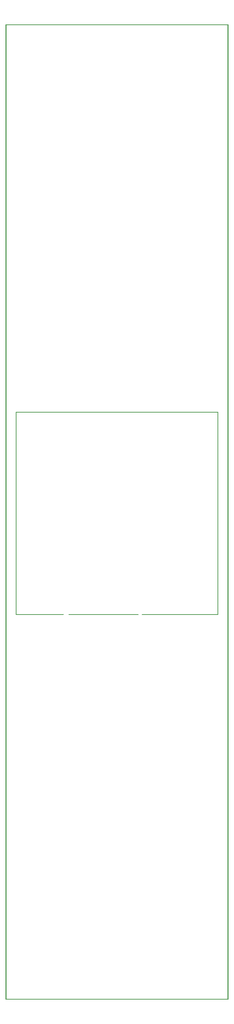
<source format=gbo>
G04 MADE WITH FRITZING*
G04 WWW.FRITZING.ORG*
G04 DOUBLE SIDED*
G04 HOLES PLATED*
G04 CONTOUR ON CENTER OF CONTOUR VECTOR*
%ASAXBY*%
%FSLAX23Y23*%
%MOIN*%
%OFA0B0*%
%SFA1.0B1.0*%
%ADD10R,0.001000X0.001000*%
%LNSILK0*%
G90*
G70*
G54D10*
X1Y9448D02*
X2165Y9448D01*
X1Y9447D02*
X2165Y9447D01*
X1Y9446D02*
X2165Y9446D01*
X1Y9445D02*
X2165Y9445D01*
X1Y9444D02*
X2165Y9444D01*
X1Y9443D02*
X2165Y9443D01*
X1Y9442D02*
X2165Y9442D01*
X1Y9441D02*
X2165Y9441D01*
X1Y9440D02*
X8Y9440D01*
X2158Y9440D02*
X2165Y9440D01*
X1Y9439D02*
X8Y9439D01*
X2158Y9439D02*
X2165Y9439D01*
X1Y9438D02*
X8Y9438D01*
X2158Y9438D02*
X2165Y9438D01*
X1Y9437D02*
X8Y9437D01*
X2158Y9437D02*
X2165Y9437D01*
X1Y9436D02*
X8Y9436D01*
X2158Y9436D02*
X2165Y9436D01*
X1Y9435D02*
X8Y9435D01*
X2158Y9435D02*
X2165Y9435D01*
X1Y9434D02*
X8Y9434D01*
X2158Y9434D02*
X2165Y9434D01*
X1Y9433D02*
X8Y9433D01*
X2158Y9433D02*
X2165Y9433D01*
X1Y9432D02*
X8Y9432D01*
X2158Y9432D02*
X2165Y9432D01*
X1Y9431D02*
X8Y9431D01*
X2158Y9431D02*
X2165Y9431D01*
X1Y9430D02*
X8Y9430D01*
X2158Y9430D02*
X2165Y9430D01*
X1Y9429D02*
X8Y9429D01*
X2158Y9429D02*
X2165Y9429D01*
X1Y9428D02*
X8Y9428D01*
X2158Y9428D02*
X2165Y9428D01*
X1Y9427D02*
X8Y9427D01*
X2158Y9427D02*
X2165Y9427D01*
X1Y9426D02*
X8Y9426D01*
X2158Y9426D02*
X2165Y9426D01*
X1Y9425D02*
X8Y9425D01*
X2158Y9425D02*
X2165Y9425D01*
X1Y9424D02*
X8Y9424D01*
X2158Y9424D02*
X2165Y9424D01*
X1Y9423D02*
X8Y9423D01*
X2158Y9423D02*
X2165Y9423D01*
X1Y9422D02*
X8Y9422D01*
X2158Y9422D02*
X2165Y9422D01*
X1Y9421D02*
X8Y9421D01*
X2158Y9421D02*
X2165Y9421D01*
X1Y9420D02*
X8Y9420D01*
X2158Y9420D02*
X2165Y9420D01*
X1Y9419D02*
X8Y9419D01*
X2158Y9419D02*
X2165Y9419D01*
X1Y9418D02*
X8Y9418D01*
X2158Y9418D02*
X2165Y9418D01*
X1Y9417D02*
X8Y9417D01*
X2158Y9417D02*
X2165Y9417D01*
X1Y9416D02*
X8Y9416D01*
X2158Y9416D02*
X2165Y9416D01*
X1Y9415D02*
X8Y9415D01*
X2158Y9415D02*
X2165Y9415D01*
X1Y9414D02*
X8Y9414D01*
X2158Y9414D02*
X2165Y9414D01*
X1Y9413D02*
X8Y9413D01*
X2158Y9413D02*
X2165Y9413D01*
X1Y9412D02*
X8Y9412D01*
X2158Y9412D02*
X2165Y9412D01*
X1Y9411D02*
X8Y9411D01*
X2158Y9411D02*
X2165Y9411D01*
X1Y9410D02*
X8Y9410D01*
X2158Y9410D02*
X2165Y9410D01*
X1Y9409D02*
X8Y9409D01*
X2158Y9409D02*
X2165Y9409D01*
X1Y9408D02*
X8Y9408D01*
X2158Y9408D02*
X2165Y9408D01*
X1Y9407D02*
X8Y9407D01*
X2158Y9407D02*
X2165Y9407D01*
X1Y9406D02*
X8Y9406D01*
X2158Y9406D02*
X2165Y9406D01*
X1Y9405D02*
X8Y9405D01*
X2158Y9405D02*
X2165Y9405D01*
X1Y9404D02*
X8Y9404D01*
X2158Y9404D02*
X2165Y9404D01*
X1Y9403D02*
X8Y9403D01*
X2158Y9403D02*
X2165Y9403D01*
X1Y9402D02*
X8Y9402D01*
X2158Y9402D02*
X2165Y9402D01*
X1Y9401D02*
X8Y9401D01*
X2158Y9401D02*
X2165Y9401D01*
X1Y9400D02*
X8Y9400D01*
X2158Y9400D02*
X2165Y9400D01*
X1Y9399D02*
X8Y9399D01*
X2158Y9399D02*
X2165Y9399D01*
X1Y9398D02*
X8Y9398D01*
X2158Y9398D02*
X2165Y9398D01*
X1Y9397D02*
X8Y9397D01*
X2158Y9397D02*
X2165Y9397D01*
X1Y9396D02*
X8Y9396D01*
X2158Y9396D02*
X2165Y9396D01*
X1Y9395D02*
X8Y9395D01*
X2158Y9395D02*
X2165Y9395D01*
X1Y9394D02*
X8Y9394D01*
X2158Y9394D02*
X2165Y9394D01*
X1Y9393D02*
X8Y9393D01*
X2158Y9393D02*
X2165Y9393D01*
X1Y9392D02*
X8Y9392D01*
X2158Y9392D02*
X2165Y9392D01*
X1Y9391D02*
X8Y9391D01*
X2158Y9391D02*
X2165Y9391D01*
X1Y9390D02*
X8Y9390D01*
X2158Y9390D02*
X2165Y9390D01*
X1Y9389D02*
X8Y9389D01*
X2158Y9389D02*
X2165Y9389D01*
X1Y9388D02*
X8Y9388D01*
X2158Y9388D02*
X2165Y9388D01*
X1Y9387D02*
X8Y9387D01*
X2158Y9387D02*
X2165Y9387D01*
X1Y9386D02*
X8Y9386D01*
X2158Y9386D02*
X2165Y9386D01*
X1Y9385D02*
X8Y9385D01*
X2158Y9385D02*
X2165Y9385D01*
X1Y9384D02*
X8Y9384D01*
X2158Y9384D02*
X2165Y9384D01*
X1Y9383D02*
X8Y9383D01*
X2158Y9383D02*
X2165Y9383D01*
X1Y9382D02*
X8Y9382D01*
X2158Y9382D02*
X2165Y9382D01*
X1Y9381D02*
X8Y9381D01*
X2158Y9381D02*
X2165Y9381D01*
X1Y9380D02*
X8Y9380D01*
X2158Y9380D02*
X2165Y9380D01*
X1Y9379D02*
X8Y9379D01*
X2158Y9379D02*
X2165Y9379D01*
X1Y9378D02*
X8Y9378D01*
X2158Y9378D02*
X2165Y9378D01*
X1Y9377D02*
X8Y9377D01*
X2158Y9377D02*
X2165Y9377D01*
X1Y9376D02*
X8Y9376D01*
X2158Y9376D02*
X2165Y9376D01*
X1Y9375D02*
X8Y9375D01*
X2158Y9375D02*
X2165Y9375D01*
X1Y9374D02*
X8Y9374D01*
X2158Y9374D02*
X2165Y9374D01*
X1Y9373D02*
X8Y9373D01*
X2158Y9373D02*
X2165Y9373D01*
X1Y9372D02*
X8Y9372D01*
X2158Y9372D02*
X2165Y9372D01*
X1Y9371D02*
X8Y9371D01*
X2158Y9371D02*
X2165Y9371D01*
X1Y9370D02*
X8Y9370D01*
X2158Y9370D02*
X2165Y9370D01*
X1Y9369D02*
X8Y9369D01*
X2158Y9369D02*
X2165Y9369D01*
X1Y9368D02*
X8Y9368D01*
X2158Y9368D02*
X2165Y9368D01*
X1Y9367D02*
X8Y9367D01*
X2158Y9367D02*
X2165Y9367D01*
X1Y9366D02*
X8Y9366D01*
X2158Y9366D02*
X2165Y9366D01*
X1Y9365D02*
X8Y9365D01*
X2158Y9365D02*
X2165Y9365D01*
X1Y9364D02*
X8Y9364D01*
X2158Y9364D02*
X2165Y9364D01*
X1Y9363D02*
X8Y9363D01*
X2158Y9363D02*
X2165Y9363D01*
X1Y9362D02*
X8Y9362D01*
X2158Y9362D02*
X2165Y9362D01*
X1Y9361D02*
X8Y9361D01*
X2158Y9361D02*
X2165Y9361D01*
X1Y9360D02*
X8Y9360D01*
X2158Y9360D02*
X2165Y9360D01*
X1Y9359D02*
X8Y9359D01*
X2158Y9359D02*
X2165Y9359D01*
X1Y9358D02*
X8Y9358D01*
X2158Y9358D02*
X2165Y9358D01*
X1Y9357D02*
X8Y9357D01*
X2158Y9357D02*
X2165Y9357D01*
X1Y9356D02*
X8Y9356D01*
X2158Y9356D02*
X2165Y9356D01*
X1Y9355D02*
X8Y9355D01*
X2158Y9355D02*
X2165Y9355D01*
X1Y9354D02*
X8Y9354D01*
X2158Y9354D02*
X2165Y9354D01*
X1Y9353D02*
X8Y9353D01*
X2158Y9353D02*
X2165Y9353D01*
X1Y9352D02*
X8Y9352D01*
X2158Y9352D02*
X2165Y9352D01*
X1Y9351D02*
X8Y9351D01*
X2158Y9351D02*
X2165Y9351D01*
X1Y9350D02*
X8Y9350D01*
X2158Y9350D02*
X2165Y9350D01*
X1Y9349D02*
X8Y9349D01*
X2158Y9349D02*
X2165Y9349D01*
X1Y9348D02*
X8Y9348D01*
X2158Y9348D02*
X2165Y9348D01*
X1Y9347D02*
X8Y9347D01*
X2158Y9347D02*
X2165Y9347D01*
X1Y9346D02*
X8Y9346D01*
X2158Y9346D02*
X2165Y9346D01*
X1Y9345D02*
X8Y9345D01*
X2158Y9345D02*
X2165Y9345D01*
X1Y9344D02*
X8Y9344D01*
X2158Y9344D02*
X2165Y9344D01*
X1Y9343D02*
X8Y9343D01*
X2158Y9343D02*
X2165Y9343D01*
X1Y9342D02*
X8Y9342D01*
X2158Y9342D02*
X2165Y9342D01*
X1Y9341D02*
X8Y9341D01*
X2158Y9341D02*
X2165Y9341D01*
X1Y9340D02*
X8Y9340D01*
X2158Y9340D02*
X2165Y9340D01*
X1Y9339D02*
X8Y9339D01*
X2158Y9339D02*
X2165Y9339D01*
X1Y9338D02*
X8Y9338D01*
X2158Y9338D02*
X2165Y9338D01*
X1Y9337D02*
X8Y9337D01*
X2158Y9337D02*
X2165Y9337D01*
X1Y9336D02*
X8Y9336D01*
X2158Y9336D02*
X2165Y9336D01*
X1Y9335D02*
X8Y9335D01*
X2158Y9335D02*
X2165Y9335D01*
X1Y9334D02*
X8Y9334D01*
X2158Y9334D02*
X2165Y9334D01*
X1Y9333D02*
X8Y9333D01*
X2158Y9333D02*
X2165Y9333D01*
X1Y9332D02*
X8Y9332D01*
X2158Y9332D02*
X2165Y9332D01*
X1Y9331D02*
X8Y9331D01*
X2158Y9331D02*
X2165Y9331D01*
X1Y9330D02*
X8Y9330D01*
X2158Y9330D02*
X2165Y9330D01*
X1Y9329D02*
X8Y9329D01*
X2158Y9329D02*
X2165Y9329D01*
X1Y9328D02*
X8Y9328D01*
X2158Y9328D02*
X2165Y9328D01*
X1Y9327D02*
X8Y9327D01*
X2158Y9327D02*
X2165Y9327D01*
X1Y9326D02*
X8Y9326D01*
X2158Y9326D02*
X2165Y9326D01*
X1Y9325D02*
X8Y9325D01*
X2158Y9325D02*
X2165Y9325D01*
X1Y9324D02*
X8Y9324D01*
X2158Y9324D02*
X2165Y9324D01*
X1Y9323D02*
X8Y9323D01*
X2158Y9323D02*
X2165Y9323D01*
X1Y9322D02*
X8Y9322D01*
X2158Y9322D02*
X2165Y9322D01*
X1Y9321D02*
X8Y9321D01*
X2158Y9321D02*
X2165Y9321D01*
X1Y9320D02*
X8Y9320D01*
X2158Y9320D02*
X2165Y9320D01*
X1Y9319D02*
X8Y9319D01*
X2158Y9319D02*
X2165Y9319D01*
X1Y9318D02*
X8Y9318D01*
X2158Y9318D02*
X2165Y9318D01*
X1Y9317D02*
X8Y9317D01*
X2158Y9317D02*
X2165Y9317D01*
X1Y9316D02*
X8Y9316D01*
X2158Y9316D02*
X2165Y9316D01*
X1Y9315D02*
X8Y9315D01*
X2158Y9315D02*
X2165Y9315D01*
X1Y9314D02*
X8Y9314D01*
X2158Y9314D02*
X2165Y9314D01*
X1Y9313D02*
X8Y9313D01*
X2158Y9313D02*
X2165Y9313D01*
X1Y9312D02*
X8Y9312D01*
X2158Y9312D02*
X2165Y9312D01*
X1Y9311D02*
X8Y9311D01*
X2158Y9311D02*
X2165Y9311D01*
X1Y9310D02*
X8Y9310D01*
X2158Y9310D02*
X2165Y9310D01*
X1Y9309D02*
X8Y9309D01*
X2158Y9309D02*
X2165Y9309D01*
X1Y9308D02*
X8Y9308D01*
X2158Y9308D02*
X2165Y9308D01*
X1Y9307D02*
X8Y9307D01*
X2158Y9307D02*
X2165Y9307D01*
X1Y9306D02*
X8Y9306D01*
X2158Y9306D02*
X2165Y9306D01*
X1Y9305D02*
X8Y9305D01*
X2158Y9305D02*
X2165Y9305D01*
X1Y9304D02*
X8Y9304D01*
X2158Y9304D02*
X2165Y9304D01*
X1Y9303D02*
X8Y9303D01*
X2158Y9303D02*
X2165Y9303D01*
X1Y9302D02*
X8Y9302D01*
X2158Y9302D02*
X2165Y9302D01*
X1Y9301D02*
X8Y9301D01*
X2158Y9301D02*
X2165Y9301D01*
X1Y9300D02*
X8Y9300D01*
X2158Y9300D02*
X2165Y9300D01*
X1Y9299D02*
X8Y9299D01*
X2158Y9299D02*
X2165Y9299D01*
X1Y9298D02*
X8Y9298D01*
X2158Y9298D02*
X2165Y9298D01*
X1Y9297D02*
X8Y9297D01*
X2158Y9297D02*
X2165Y9297D01*
X1Y9296D02*
X8Y9296D01*
X2158Y9296D02*
X2165Y9296D01*
X1Y9295D02*
X8Y9295D01*
X2158Y9295D02*
X2165Y9295D01*
X1Y9294D02*
X8Y9294D01*
X2158Y9294D02*
X2165Y9294D01*
X1Y9293D02*
X8Y9293D01*
X2158Y9293D02*
X2165Y9293D01*
X1Y9292D02*
X8Y9292D01*
X2158Y9292D02*
X2165Y9292D01*
X1Y9291D02*
X8Y9291D01*
X2158Y9291D02*
X2165Y9291D01*
X1Y9290D02*
X8Y9290D01*
X2158Y9290D02*
X2165Y9290D01*
X1Y9289D02*
X8Y9289D01*
X2158Y9289D02*
X2165Y9289D01*
X1Y9288D02*
X8Y9288D01*
X2158Y9288D02*
X2165Y9288D01*
X1Y9287D02*
X8Y9287D01*
X2158Y9287D02*
X2165Y9287D01*
X1Y9286D02*
X8Y9286D01*
X2158Y9286D02*
X2165Y9286D01*
X1Y9285D02*
X8Y9285D01*
X2158Y9285D02*
X2165Y9285D01*
X1Y9284D02*
X8Y9284D01*
X2158Y9284D02*
X2165Y9284D01*
X1Y9283D02*
X8Y9283D01*
X2158Y9283D02*
X2165Y9283D01*
X1Y9282D02*
X8Y9282D01*
X2158Y9282D02*
X2165Y9282D01*
X1Y9281D02*
X8Y9281D01*
X2158Y9281D02*
X2165Y9281D01*
X1Y9280D02*
X8Y9280D01*
X2158Y9280D02*
X2165Y9280D01*
X1Y9279D02*
X8Y9279D01*
X2158Y9279D02*
X2165Y9279D01*
X1Y9278D02*
X8Y9278D01*
X2158Y9278D02*
X2165Y9278D01*
X1Y9277D02*
X8Y9277D01*
X2158Y9277D02*
X2165Y9277D01*
X1Y9276D02*
X8Y9276D01*
X2158Y9276D02*
X2165Y9276D01*
X1Y9275D02*
X8Y9275D01*
X2158Y9275D02*
X2165Y9275D01*
X1Y9274D02*
X8Y9274D01*
X2158Y9274D02*
X2165Y9274D01*
X1Y9273D02*
X8Y9273D01*
X2158Y9273D02*
X2165Y9273D01*
X1Y9272D02*
X8Y9272D01*
X2158Y9272D02*
X2165Y9272D01*
X1Y9271D02*
X8Y9271D01*
X2158Y9271D02*
X2165Y9271D01*
X1Y9270D02*
X8Y9270D01*
X2158Y9270D02*
X2165Y9270D01*
X1Y9269D02*
X8Y9269D01*
X2158Y9269D02*
X2165Y9269D01*
X1Y9268D02*
X8Y9268D01*
X2158Y9268D02*
X2165Y9268D01*
X1Y9267D02*
X8Y9267D01*
X2158Y9267D02*
X2165Y9267D01*
X1Y9266D02*
X8Y9266D01*
X2158Y9266D02*
X2165Y9266D01*
X1Y9265D02*
X8Y9265D01*
X2158Y9265D02*
X2165Y9265D01*
X1Y9264D02*
X8Y9264D01*
X2158Y9264D02*
X2165Y9264D01*
X1Y9263D02*
X8Y9263D01*
X2158Y9263D02*
X2165Y9263D01*
X1Y9262D02*
X8Y9262D01*
X2158Y9262D02*
X2165Y9262D01*
X1Y9261D02*
X8Y9261D01*
X2158Y9261D02*
X2165Y9261D01*
X1Y9260D02*
X8Y9260D01*
X2158Y9260D02*
X2165Y9260D01*
X1Y9259D02*
X8Y9259D01*
X2158Y9259D02*
X2165Y9259D01*
X1Y9258D02*
X8Y9258D01*
X2158Y9258D02*
X2165Y9258D01*
X1Y9257D02*
X8Y9257D01*
X2158Y9257D02*
X2165Y9257D01*
X1Y9256D02*
X8Y9256D01*
X2158Y9256D02*
X2165Y9256D01*
X1Y9255D02*
X8Y9255D01*
X2158Y9255D02*
X2165Y9255D01*
X1Y9254D02*
X8Y9254D01*
X2158Y9254D02*
X2165Y9254D01*
X1Y9253D02*
X8Y9253D01*
X2158Y9253D02*
X2165Y9253D01*
X1Y9252D02*
X8Y9252D01*
X2158Y9252D02*
X2165Y9252D01*
X1Y9251D02*
X8Y9251D01*
X2158Y9251D02*
X2165Y9251D01*
X1Y9250D02*
X8Y9250D01*
X2158Y9250D02*
X2165Y9250D01*
X1Y9249D02*
X8Y9249D01*
X2158Y9249D02*
X2165Y9249D01*
X1Y9248D02*
X8Y9248D01*
X2158Y9248D02*
X2165Y9248D01*
X1Y9247D02*
X8Y9247D01*
X2158Y9247D02*
X2165Y9247D01*
X1Y9246D02*
X8Y9246D01*
X2158Y9246D02*
X2165Y9246D01*
X1Y9245D02*
X8Y9245D01*
X2158Y9245D02*
X2165Y9245D01*
X1Y9244D02*
X8Y9244D01*
X2158Y9244D02*
X2165Y9244D01*
X1Y9243D02*
X8Y9243D01*
X2158Y9243D02*
X2165Y9243D01*
X1Y9242D02*
X8Y9242D01*
X2158Y9242D02*
X2165Y9242D01*
X1Y9241D02*
X8Y9241D01*
X2158Y9241D02*
X2165Y9241D01*
X1Y9240D02*
X8Y9240D01*
X2158Y9240D02*
X2165Y9240D01*
X1Y9239D02*
X8Y9239D01*
X2158Y9239D02*
X2165Y9239D01*
X1Y9238D02*
X8Y9238D01*
X2158Y9238D02*
X2165Y9238D01*
X1Y9237D02*
X8Y9237D01*
X2158Y9237D02*
X2165Y9237D01*
X1Y9236D02*
X8Y9236D01*
X2158Y9236D02*
X2165Y9236D01*
X1Y9235D02*
X8Y9235D01*
X2158Y9235D02*
X2165Y9235D01*
X1Y9234D02*
X8Y9234D01*
X2158Y9234D02*
X2165Y9234D01*
X1Y9233D02*
X8Y9233D01*
X2158Y9233D02*
X2165Y9233D01*
X1Y9232D02*
X8Y9232D01*
X2158Y9232D02*
X2165Y9232D01*
X1Y9231D02*
X8Y9231D01*
X2158Y9231D02*
X2165Y9231D01*
X1Y9230D02*
X8Y9230D01*
X2158Y9230D02*
X2165Y9230D01*
X1Y9229D02*
X8Y9229D01*
X2158Y9229D02*
X2165Y9229D01*
X1Y9228D02*
X8Y9228D01*
X2158Y9228D02*
X2165Y9228D01*
X1Y9227D02*
X8Y9227D01*
X2158Y9227D02*
X2165Y9227D01*
X1Y9226D02*
X8Y9226D01*
X2158Y9226D02*
X2165Y9226D01*
X1Y9225D02*
X8Y9225D01*
X2158Y9225D02*
X2165Y9225D01*
X1Y9224D02*
X8Y9224D01*
X2158Y9224D02*
X2165Y9224D01*
X1Y9223D02*
X8Y9223D01*
X2158Y9223D02*
X2165Y9223D01*
X1Y9222D02*
X8Y9222D01*
X2158Y9222D02*
X2165Y9222D01*
X1Y9221D02*
X8Y9221D01*
X2158Y9221D02*
X2165Y9221D01*
X1Y9220D02*
X8Y9220D01*
X2158Y9220D02*
X2165Y9220D01*
X1Y9219D02*
X8Y9219D01*
X2158Y9219D02*
X2165Y9219D01*
X1Y9218D02*
X8Y9218D01*
X2158Y9218D02*
X2165Y9218D01*
X1Y9217D02*
X8Y9217D01*
X2158Y9217D02*
X2165Y9217D01*
X1Y9216D02*
X8Y9216D01*
X2158Y9216D02*
X2165Y9216D01*
X1Y9215D02*
X8Y9215D01*
X2158Y9215D02*
X2165Y9215D01*
X1Y9214D02*
X8Y9214D01*
X2158Y9214D02*
X2165Y9214D01*
X1Y9213D02*
X8Y9213D01*
X2158Y9213D02*
X2165Y9213D01*
X1Y9212D02*
X8Y9212D01*
X2158Y9212D02*
X2165Y9212D01*
X1Y9211D02*
X8Y9211D01*
X2158Y9211D02*
X2165Y9211D01*
X1Y9210D02*
X8Y9210D01*
X2158Y9210D02*
X2165Y9210D01*
X1Y9209D02*
X8Y9209D01*
X2158Y9209D02*
X2165Y9209D01*
X1Y9208D02*
X8Y9208D01*
X2158Y9208D02*
X2165Y9208D01*
X1Y9207D02*
X8Y9207D01*
X2158Y9207D02*
X2165Y9207D01*
X1Y9206D02*
X8Y9206D01*
X2158Y9206D02*
X2165Y9206D01*
X1Y9205D02*
X8Y9205D01*
X2158Y9205D02*
X2165Y9205D01*
X1Y9204D02*
X8Y9204D01*
X2158Y9204D02*
X2165Y9204D01*
X1Y9203D02*
X8Y9203D01*
X2158Y9203D02*
X2165Y9203D01*
X1Y9202D02*
X8Y9202D01*
X2158Y9202D02*
X2165Y9202D01*
X1Y9201D02*
X8Y9201D01*
X2158Y9201D02*
X2165Y9201D01*
X1Y9200D02*
X8Y9200D01*
X2158Y9200D02*
X2165Y9200D01*
X1Y9199D02*
X8Y9199D01*
X2158Y9199D02*
X2165Y9199D01*
X1Y9198D02*
X8Y9198D01*
X2158Y9198D02*
X2165Y9198D01*
X1Y9197D02*
X8Y9197D01*
X2158Y9197D02*
X2165Y9197D01*
X1Y9196D02*
X8Y9196D01*
X2158Y9196D02*
X2165Y9196D01*
X1Y9195D02*
X8Y9195D01*
X2158Y9195D02*
X2165Y9195D01*
X1Y9194D02*
X8Y9194D01*
X2158Y9194D02*
X2165Y9194D01*
X1Y9193D02*
X8Y9193D01*
X2158Y9193D02*
X2165Y9193D01*
X1Y9192D02*
X8Y9192D01*
X2158Y9192D02*
X2165Y9192D01*
X1Y9191D02*
X8Y9191D01*
X2158Y9191D02*
X2165Y9191D01*
X1Y9190D02*
X8Y9190D01*
X2158Y9190D02*
X2165Y9190D01*
X1Y9189D02*
X8Y9189D01*
X2158Y9189D02*
X2165Y9189D01*
X1Y9188D02*
X8Y9188D01*
X2158Y9188D02*
X2165Y9188D01*
X1Y9187D02*
X8Y9187D01*
X2158Y9187D02*
X2165Y9187D01*
X1Y9186D02*
X8Y9186D01*
X2158Y9186D02*
X2165Y9186D01*
X1Y9185D02*
X8Y9185D01*
X2158Y9185D02*
X2165Y9185D01*
X1Y9184D02*
X8Y9184D01*
X2158Y9184D02*
X2165Y9184D01*
X1Y9183D02*
X8Y9183D01*
X2158Y9183D02*
X2165Y9183D01*
X1Y9182D02*
X8Y9182D01*
X2158Y9182D02*
X2165Y9182D01*
X1Y9181D02*
X8Y9181D01*
X2158Y9181D02*
X2165Y9181D01*
X1Y9180D02*
X8Y9180D01*
X2158Y9180D02*
X2165Y9180D01*
X1Y9179D02*
X8Y9179D01*
X2158Y9179D02*
X2165Y9179D01*
X1Y9178D02*
X8Y9178D01*
X2158Y9178D02*
X2165Y9178D01*
X1Y9177D02*
X8Y9177D01*
X2158Y9177D02*
X2165Y9177D01*
X1Y9176D02*
X8Y9176D01*
X2158Y9176D02*
X2165Y9176D01*
X1Y9175D02*
X8Y9175D01*
X2158Y9175D02*
X2165Y9175D01*
X1Y9174D02*
X8Y9174D01*
X2158Y9174D02*
X2165Y9174D01*
X1Y9173D02*
X8Y9173D01*
X2158Y9173D02*
X2165Y9173D01*
X1Y9172D02*
X8Y9172D01*
X2158Y9172D02*
X2165Y9172D01*
X1Y9171D02*
X8Y9171D01*
X2158Y9171D02*
X2165Y9171D01*
X1Y9170D02*
X8Y9170D01*
X2158Y9170D02*
X2165Y9170D01*
X1Y9169D02*
X8Y9169D01*
X2158Y9169D02*
X2165Y9169D01*
X1Y9168D02*
X8Y9168D01*
X2158Y9168D02*
X2165Y9168D01*
X1Y9167D02*
X8Y9167D01*
X2158Y9167D02*
X2165Y9167D01*
X1Y9166D02*
X8Y9166D01*
X2158Y9166D02*
X2165Y9166D01*
X1Y9165D02*
X8Y9165D01*
X2158Y9165D02*
X2165Y9165D01*
X1Y9164D02*
X8Y9164D01*
X2158Y9164D02*
X2165Y9164D01*
X1Y9163D02*
X8Y9163D01*
X2158Y9163D02*
X2165Y9163D01*
X1Y9162D02*
X8Y9162D01*
X2158Y9162D02*
X2165Y9162D01*
X1Y9161D02*
X8Y9161D01*
X2158Y9161D02*
X2165Y9161D01*
X1Y9160D02*
X8Y9160D01*
X2158Y9160D02*
X2165Y9160D01*
X1Y9159D02*
X8Y9159D01*
X2158Y9159D02*
X2165Y9159D01*
X1Y9158D02*
X8Y9158D01*
X2158Y9158D02*
X2165Y9158D01*
X1Y9157D02*
X8Y9157D01*
X2158Y9157D02*
X2165Y9157D01*
X1Y9156D02*
X8Y9156D01*
X2158Y9156D02*
X2165Y9156D01*
X1Y9155D02*
X8Y9155D01*
X2158Y9155D02*
X2165Y9155D01*
X1Y9154D02*
X8Y9154D01*
X2158Y9154D02*
X2165Y9154D01*
X1Y9153D02*
X8Y9153D01*
X2158Y9153D02*
X2165Y9153D01*
X1Y9152D02*
X8Y9152D01*
X2158Y9152D02*
X2165Y9152D01*
X1Y9151D02*
X8Y9151D01*
X2158Y9151D02*
X2165Y9151D01*
X1Y9150D02*
X8Y9150D01*
X2158Y9150D02*
X2165Y9150D01*
X1Y9149D02*
X8Y9149D01*
X2158Y9149D02*
X2165Y9149D01*
X1Y9148D02*
X8Y9148D01*
X2158Y9148D02*
X2165Y9148D01*
X1Y9147D02*
X8Y9147D01*
X2158Y9147D02*
X2165Y9147D01*
X1Y9146D02*
X8Y9146D01*
X2158Y9146D02*
X2165Y9146D01*
X1Y9145D02*
X8Y9145D01*
X2158Y9145D02*
X2165Y9145D01*
X1Y9144D02*
X8Y9144D01*
X2158Y9144D02*
X2165Y9144D01*
X1Y9143D02*
X8Y9143D01*
X2158Y9143D02*
X2165Y9143D01*
X1Y9142D02*
X8Y9142D01*
X2158Y9142D02*
X2165Y9142D01*
X1Y9141D02*
X8Y9141D01*
X2158Y9141D02*
X2165Y9141D01*
X1Y9140D02*
X8Y9140D01*
X2158Y9140D02*
X2165Y9140D01*
X1Y9139D02*
X8Y9139D01*
X2158Y9139D02*
X2165Y9139D01*
X1Y9138D02*
X8Y9138D01*
X2158Y9138D02*
X2165Y9138D01*
X1Y9137D02*
X8Y9137D01*
X2158Y9137D02*
X2165Y9137D01*
X1Y9136D02*
X8Y9136D01*
X2158Y9136D02*
X2165Y9136D01*
X1Y9135D02*
X8Y9135D01*
X2158Y9135D02*
X2165Y9135D01*
X1Y9134D02*
X8Y9134D01*
X2158Y9134D02*
X2165Y9134D01*
X1Y9133D02*
X8Y9133D01*
X2158Y9133D02*
X2165Y9133D01*
X1Y9132D02*
X8Y9132D01*
X2158Y9132D02*
X2165Y9132D01*
X1Y9131D02*
X8Y9131D01*
X2158Y9131D02*
X2165Y9131D01*
X1Y9130D02*
X8Y9130D01*
X2158Y9130D02*
X2165Y9130D01*
X1Y9129D02*
X8Y9129D01*
X2158Y9129D02*
X2165Y9129D01*
X1Y9128D02*
X8Y9128D01*
X2158Y9128D02*
X2165Y9128D01*
X1Y9127D02*
X8Y9127D01*
X2158Y9127D02*
X2165Y9127D01*
X1Y9126D02*
X8Y9126D01*
X2158Y9126D02*
X2165Y9126D01*
X1Y9125D02*
X8Y9125D01*
X2158Y9125D02*
X2165Y9125D01*
X1Y9124D02*
X8Y9124D01*
X2158Y9124D02*
X2165Y9124D01*
X1Y9123D02*
X8Y9123D01*
X2158Y9123D02*
X2165Y9123D01*
X1Y9122D02*
X8Y9122D01*
X2158Y9122D02*
X2165Y9122D01*
X1Y9121D02*
X8Y9121D01*
X2158Y9121D02*
X2165Y9121D01*
X1Y9120D02*
X8Y9120D01*
X2158Y9120D02*
X2165Y9120D01*
X1Y9119D02*
X8Y9119D01*
X2158Y9119D02*
X2165Y9119D01*
X1Y9118D02*
X8Y9118D01*
X2158Y9118D02*
X2165Y9118D01*
X1Y9117D02*
X8Y9117D01*
X2158Y9117D02*
X2165Y9117D01*
X1Y9116D02*
X8Y9116D01*
X2158Y9116D02*
X2165Y9116D01*
X1Y9115D02*
X8Y9115D01*
X2158Y9115D02*
X2165Y9115D01*
X1Y9114D02*
X8Y9114D01*
X2158Y9114D02*
X2165Y9114D01*
X1Y9113D02*
X8Y9113D01*
X2158Y9113D02*
X2165Y9113D01*
X1Y9112D02*
X8Y9112D01*
X2158Y9112D02*
X2165Y9112D01*
X1Y9111D02*
X8Y9111D01*
X2158Y9111D02*
X2165Y9111D01*
X1Y9110D02*
X8Y9110D01*
X2158Y9110D02*
X2165Y9110D01*
X1Y9109D02*
X8Y9109D01*
X2158Y9109D02*
X2165Y9109D01*
X1Y9108D02*
X8Y9108D01*
X2158Y9108D02*
X2165Y9108D01*
X1Y9107D02*
X8Y9107D01*
X2158Y9107D02*
X2165Y9107D01*
X1Y9106D02*
X8Y9106D01*
X2158Y9106D02*
X2165Y9106D01*
X1Y9105D02*
X8Y9105D01*
X2158Y9105D02*
X2165Y9105D01*
X1Y9104D02*
X8Y9104D01*
X2158Y9104D02*
X2165Y9104D01*
X1Y9103D02*
X8Y9103D01*
X2158Y9103D02*
X2165Y9103D01*
X1Y9102D02*
X8Y9102D01*
X2158Y9102D02*
X2165Y9102D01*
X1Y9101D02*
X8Y9101D01*
X2158Y9101D02*
X2165Y9101D01*
X1Y9100D02*
X8Y9100D01*
X2158Y9100D02*
X2165Y9100D01*
X1Y9099D02*
X8Y9099D01*
X2158Y9099D02*
X2165Y9099D01*
X1Y9098D02*
X8Y9098D01*
X2158Y9098D02*
X2165Y9098D01*
X1Y9097D02*
X8Y9097D01*
X2158Y9097D02*
X2165Y9097D01*
X1Y9096D02*
X8Y9096D01*
X2158Y9096D02*
X2165Y9096D01*
X1Y9095D02*
X8Y9095D01*
X2158Y9095D02*
X2165Y9095D01*
X1Y9094D02*
X8Y9094D01*
X2158Y9094D02*
X2165Y9094D01*
X1Y9093D02*
X8Y9093D01*
X2158Y9093D02*
X2165Y9093D01*
X1Y9092D02*
X8Y9092D01*
X2158Y9092D02*
X2165Y9092D01*
X1Y9091D02*
X8Y9091D01*
X2158Y9091D02*
X2165Y9091D01*
X1Y9090D02*
X8Y9090D01*
X2158Y9090D02*
X2165Y9090D01*
X1Y9089D02*
X8Y9089D01*
X2158Y9089D02*
X2165Y9089D01*
X1Y9088D02*
X8Y9088D01*
X2158Y9088D02*
X2165Y9088D01*
X1Y9087D02*
X8Y9087D01*
X2158Y9087D02*
X2165Y9087D01*
X1Y9086D02*
X8Y9086D01*
X2158Y9086D02*
X2165Y9086D01*
X1Y9085D02*
X8Y9085D01*
X2158Y9085D02*
X2165Y9085D01*
X1Y9084D02*
X8Y9084D01*
X2158Y9084D02*
X2165Y9084D01*
X1Y9083D02*
X8Y9083D01*
X2158Y9083D02*
X2165Y9083D01*
X1Y9082D02*
X8Y9082D01*
X2158Y9082D02*
X2165Y9082D01*
X1Y9081D02*
X8Y9081D01*
X2158Y9081D02*
X2165Y9081D01*
X1Y9080D02*
X8Y9080D01*
X2158Y9080D02*
X2165Y9080D01*
X1Y9079D02*
X8Y9079D01*
X2158Y9079D02*
X2165Y9079D01*
X1Y9078D02*
X8Y9078D01*
X2158Y9078D02*
X2165Y9078D01*
X1Y9077D02*
X8Y9077D01*
X2158Y9077D02*
X2165Y9077D01*
X1Y9076D02*
X8Y9076D01*
X2158Y9076D02*
X2165Y9076D01*
X1Y9075D02*
X8Y9075D01*
X2158Y9075D02*
X2165Y9075D01*
X1Y9074D02*
X8Y9074D01*
X2158Y9074D02*
X2165Y9074D01*
X1Y9073D02*
X8Y9073D01*
X2158Y9073D02*
X2165Y9073D01*
X1Y9072D02*
X8Y9072D01*
X2158Y9072D02*
X2165Y9072D01*
X1Y9071D02*
X8Y9071D01*
X2158Y9071D02*
X2165Y9071D01*
X1Y9070D02*
X8Y9070D01*
X2158Y9070D02*
X2165Y9070D01*
X1Y9069D02*
X8Y9069D01*
X2158Y9069D02*
X2165Y9069D01*
X1Y9068D02*
X8Y9068D01*
X2158Y9068D02*
X2165Y9068D01*
X1Y9067D02*
X8Y9067D01*
X2158Y9067D02*
X2165Y9067D01*
X1Y9066D02*
X8Y9066D01*
X2158Y9066D02*
X2165Y9066D01*
X1Y9065D02*
X8Y9065D01*
X2158Y9065D02*
X2165Y9065D01*
X1Y9064D02*
X8Y9064D01*
X2158Y9064D02*
X2165Y9064D01*
X1Y9063D02*
X8Y9063D01*
X2158Y9063D02*
X2165Y9063D01*
X1Y9062D02*
X8Y9062D01*
X2158Y9062D02*
X2165Y9062D01*
X1Y9061D02*
X8Y9061D01*
X2158Y9061D02*
X2165Y9061D01*
X1Y9060D02*
X8Y9060D01*
X2158Y9060D02*
X2165Y9060D01*
X1Y9059D02*
X8Y9059D01*
X2158Y9059D02*
X2165Y9059D01*
X1Y9058D02*
X8Y9058D01*
X2158Y9058D02*
X2165Y9058D01*
X1Y9057D02*
X8Y9057D01*
X2158Y9057D02*
X2165Y9057D01*
X1Y9056D02*
X8Y9056D01*
X2158Y9056D02*
X2165Y9056D01*
X1Y9055D02*
X8Y9055D01*
X2158Y9055D02*
X2165Y9055D01*
X1Y9054D02*
X8Y9054D01*
X2158Y9054D02*
X2165Y9054D01*
X1Y9053D02*
X8Y9053D01*
X2158Y9053D02*
X2165Y9053D01*
X1Y9052D02*
X8Y9052D01*
X2158Y9052D02*
X2165Y9052D01*
X1Y9051D02*
X8Y9051D01*
X2158Y9051D02*
X2165Y9051D01*
X1Y9050D02*
X8Y9050D01*
X2158Y9050D02*
X2165Y9050D01*
X1Y9049D02*
X8Y9049D01*
X2158Y9049D02*
X2165Y9049D01*
X1Y9048D02*
X8Y9048D01*
X2158Y9048D02*
X2165Y9048D01*
X1Y9047D02*
X8Y9047D01*
X2158Y9047D02*
X2165Y9047D01*
X1Y9046D02*
X8Y9046D01*
X2158Y9046D02*
X2165Y9046D01*
X1Y9045D02*
X8Y9045D01*
X2158Y9045D02*
X2165Y9045D01*
X1Y9044D02*
X8Y9044D01*
X2158Y9044D02*
X2165Y9044D01*
X1Y9043D02*
X8Y9043D01*
X2158Y9043D02*
X2165Y9043D01*
X1Y9042D02*
X8Y9042D01*
X2158Y9042D02*
X2165Y9042D01*
X1Y9041D02*
X8Y9041D01*
X2158Y9041D02*
X2165Y9041D01*
X1Y9040D02*
X8Y9040D01*
X2158Y9040D02*
X2165Y9040D01*
X1Y9039D02*
X8Y9039D01*
X2158Y9039D02*
X2165Y9039D01*
X1Y9038D02*
X8Y9038D01*
X2158Y9038D02*
X2165Y9038D01*
X1Y9037D02*
X8Y9037D01*
X2158Y9037D02*
X2165Y9037D01*
X1Y9036D02*
X8Y9036D01*
X2158Y9036D02*
X2165Y9036D01*
X1Y9035D02*
X8Y9035D01*
X2158Y9035D02*
X2165Y9035D01*
X1Y9034D02*
X8Y9034D01*
X2158Y9034D02*
X2165Y9034D01*
X1Y9033D02*
X8Y9033D01*
X2158Y9033D02*
X2165Y9033D01*
X1Y9032D02*
X8Y9032D01*
X2158Y9032D02*
X2165Y9032D01*
X1Y9031D02*
X8Y9031D01*
X2158Y9031D02*
X2165Y9031D01*
X1Y9030D02*
X8Y9030D01*
X2158Y9030D02*
X2165Y9030D01*
X1Y9029D02*
X8Y9029D01*
X2158Y9029D02*
X2165Y9029D01*
X1Y9028D02*
X8Y9028D01*
X2158Y9028D02*
X2165Y9028D01*
X1Y9027D02*
X8Y9027D01*
X2158Y9027D02*
X2165Y9027D01*
X1Y9026D02*
X8Y9026D01*
X2158Y9026D02*
X2165Y9026D01*
X1Y9025D02*
X8Y9025D01*
X2158Y9025D02*
X2165Y9025D01*
X1Y9024D02*
X8Y9024D01*
X2158Y9024D02*
X2165Y9024D01*
X1Y9023D02*
X8Y9023D01*
X2158Y9023D02*
X2165Y9023D01*
X1Y9022D02*
X8Y9022D01*
X2158Y9022D02*
X2165Y9022D01*
X1Y9021D02*
X8Y9021D01*
X2158Y9021D02*
X2165Y9021D01*
X1Y9020D02*
X8Y9020D01*
X2158Y9020D02*
X2165Y9020D01*
X1Y9019D02*
X8Y9019D01*
X2158Y9019D02*
X2165Y9019D01*
X1Y9018D02*
X8Y9018D01*
X2158Y9018D02*
X2165Y9018D01*
X1Y9017D02*
X8Y9017D01*
X2158Y9017D02*
X2165Y9017D01*
X1Y9016D02*
X8Y9016D01*
X2158Y9016D02*
X2165Y9016D01*
X1Y9015D02*
X8Y9015D01*
X2158Y9015D02*
X2165Y9015D01*
X1Y9014D02*
X8Y9014D01*
X2158Y9014D02*
X2165Y9014D01*
X1Y9013D02*
X8Y9013D01*
X2158Y9013D02*
X2165Y9013D01*
X1Y9012D02*
X8Y9012D01*
X2158Y9012D02*
X2165Y9012D01*
X1Y9011D02*
X8Y9011D01*
X2158Y9011D02*
X2165Y9011D01*
X1Y9010D02*
X8Y9010D01*
X2158Y9010D02*
X2165Y9010D01*
X1Y9009D02*
X8Y9009D01*
X2158Y9009D02*
X2165Y9009D01*
X1Y9008D02*
X8Y9008D01*
X2158Y9008D02*
X2165Y9008D01*
X1Y9007D02*
X8Y9007D01*
X2158Y9007D02*
X2165Y9007D01*
X1Y9006D02*
X8Y9006D01*
X2158Y9006D02*
X2165Y9006D01*
X1Y9005D02*
X8Y9005D01*
X2158Y9005D02*
X2165Y9005D01*
X1Y9004D02*
X8Y9004D01*
X2158Y9004D02*
X2165Y9004D01*
X1Y9003D02*
X8Y9003D01*
X2158Y9003D02*
X2165Y9003D01*
X1Y9002D02*
X8Y9002D01*
X2158Y9002D02*
X2165Y9002D01*
X1Y9001D02*
X8Y9001D01*
X2158Y9001D02*
X2165Y9001D01*
X1Y9000D02*
X8Y9000D01*
X2158Y9000D02*
X2165Y9000D01*
X1Y8999D02*
X8Y8999D01*
X2158Y8999D02*
X2165Y8999D01*
X1Y8998D02*
X8Y8998D01*
X2158Y8998D02*
X2165Y8998D01*
X1Y8997D02*
X8Y8997D01*
X2158Y8997D02*
X2165Y8997D01*
X1Y8996D02*
X8Y8996D01*
X2158Y8996D02*
X2165Y8996D01*
X1Y8995D02*
X8Y8995D01*
X2158Y8995D02*
X2165Y8995D01*
X1Y8994D02*
X8Y8994D01*
X2158Y8994D02*
X2165Y8994D01*
X1Y8993D02*
X8Y8993D01*
X2158Y8993D02*
X2165Y8993D01*
X1Y8992D02*
X8Y8992D01*
X2158Y8992D02*
X2165Y8992D01*
X1Y8991D02*
X8Y8991D01*
X2158Y8991D02*
X2165Y8991D01*
X1Y8990D02*
X8Y8990D01*
X2158Y8990D02*
X2165Y8990D01*
X1Y8989D02*
X8Y8989D01*
X2158Y8989D02*
X2165Y8989D01*
X1Y8988D02*
X8Y8988D01*
X2158Y8988D02*
X2165Y8988D01*
X1Y8987D02*
X8Y8987D01*
X2158Y8987D02*
X2165Y8987D01*
X1Y8986D02*
X8Y8986D01*
X2158Y8986D02*
X2165Y8986D01*
X1Y8985D02*
X8Y8985D01*
X2158Y8985D02*
X2165Y8985D01*
X1Y8984D02*
X8Y8984D01*
X2158Y8984D02*
X2165Y8984D01*
X1Y8983D02*
X8Y8983D01*
X2158Y8983D02*
X2165Y8983D01*
X1Y8982D02*
X8Y8982D01*
X2158Y8982D02*
X2165Y8982D01*
X1Y8981D02*
X8Y8981D01*
X2158Y8981D02*
X2165Y8981D01*
X1Y8980D02*
X8Y8980D01*
X2158Y8980D02*
X2165Y8980D01*
X1Y8979D02*
X8Y8979D01*
X2158Y8979D02*
X2165Y8979D01*
X1Y8978D02*
X8Y8978D01*
X2158Y8978D02*
X2165Y8978D01*
X1Y8977D02*
X8Y8977D01*
X2158Y8977D02*
X2165Y8977D01*
X1Y8976D02*
X8Y8976D01*
X2158Y8976D02*
X2165Y8976D01*
X1Y8975D02*
X8Y8975D01*
X2158Y8975D02*
X2165Y8975D01*
X1Y8974D02*
X8Y8974D01*
X2158Y8974D02*
X2165Y8974D01*
X1Y8973D02*
X8Y8973D01*
X2158Y8973D02*
X2165Y8973D01*
X1Y8972D02*
X8Y8972D01*
X2158Y8972D02*
X2165Y8972D01*
X1Y8971D02*
X8Y8971D01*
X2158Y8971D02*
X2165Y8971D01*
X1Y8970D02*
X8Y8970D01*
X2158Y8970D02*
X2165Y8970D01*
X1Y8969D02*
X8Y8969D01*
X2158Y8969D02*
X2165Y8969D01*
X1Y8968D02*
X8Y8968D01*
X2158Y8968D02*
X2165Y8968D01*
X1Y8967D02*
X8Y8967D01*
X2158Y8967D02*
X2165Y8967D01*
X1Y8966D02*
X8Y8966D01*
X2158Y8966D02*
X2165Y8966D01*
X1Y8965D02*
X8Y8965D01*
X2158Y8965D02*
X2165Y8965D01*
X1Y8964D02*
X8Y8964D01*
X2158Y8964D02*
X2165Y8964D01*
X1Y8963D02*
X8Y8963D01*
X2158Y8963D02*
X2165Y8963D01*
X1Y8962D02*
X8Y8962D01*
X2158Y8962D02*
X2165Y8962D01*
X1Y8961D02*
X8Y8961D01*
X2158Y8961D02*
X2165Y8961D01*
X1Y8960D02*
X8Y8960D01*
X2158Y8960D02*
X2165Y8960D01*
X1Y8959D02*
X8Y8959D01*
X2158Y8959D02*
X2165Y8959D01*
X1Y8958D02*
X8Y8958D01*
X2158Y8958D02*
X2165Y8958D01*
X1Y8957D02*
X8Y8957D01*
X2158Y8957D02*
X2165Y8957D01*
X1Y8956D02*
X8Y8956D01*
X2158Y8956D02*
X2165Y8956D01*
X1Y8955D02*
X8Y8955D01*
X2158Y8955D02*
X2165Y8955D01*
X1Y8954D02*
X8Y8954D01*
X2158Y8954D02*
X2165Y8954D01*
X1Y8953D02*
X8Y8953D01*
X2158Y8953D02*
X2165Y8953D01*
X1Y8952D02*
X8Y8952D01*
X2158Y8952D02*
X2165Y8952D01*
X1Y8951D02*
X8Y8951D01*
X2158Y8951D02*
X2165Y8951D01*
X1Y8950D02*
X8Y8950D01*
X2158Y8950D02*
X2165Y8950D01*
X1Y8949D02*
X8Y8949D01*
X2158Y8949D02*
X2165Y8949D01*
X1Y8948D02*
X8Y8948D01*
X2158Y8948D02*
X2165Y8948D01*
X1Y8947D02*
X8Y8947D01*
X2158Y8947D02*
X2165Y8947D01*
X1Y8946D02*
X8Y8946D01*
X2158Y8946D02*
X2165Y8946D01*
X1Y8945D02*
X8Y8945D01*
X2158Y8945D02*
X2165Y8945D01*
X1Y8944D02*
X8Y8944D01*
X2158Y8944D02*
X2165Y8944D01*
X1Y8943D02*
X8Y8943D01*
X2158Y8943D02*
X2165Y8943D01*
X1Y8942D02*
X8Y8942D01*
X2158Y8942D02*
X2165Y8942D01*
X1Y8941D02*
X8Y8941D01*
X2158Y8941D02*
X2165Y8941D01*
X1Y8940D02*
X8Y8940D01*
X2158Y8940D02*
X2165Y8940D01*
X1Y8939D02*
X8Y8939D01*
X2158Y8939D02*
X2165Y8939D01*
X1Y8938D02*
X8Y8938D01*
X2158Y8938D02*
X2165Y8938D01*
X1Y8937D02*
X8Y8937D01*
X2158Y8937D02*
X2165Y8937D01*
X1Y8936D02*
X8Y8936D01*
X2158Y8936D02*
X2165Y8936D01*
X1Y8935D02*
X8Y8935D01*
X2158Y8935D02*
X2165Y8935D01*
X1Y8934D02*
X8Y8934D01*
X2158Y8934D02*
X2165Y8934D01*
X1Y8933D02*
X8Y8933D01*
X2158Y8933D02*
X2165Y8933D01*
X1Y8932D02*
X8Y8932D01*
X2158Y8932D02*
X2165Y8932D01*
X1Y8931D02*
X8Y8931D01*
X2158Y8931D02*
X2165Y8931D01*
X1Y8930D02*
X8Y8930D01*
X2158Y8930D02*
X2165Y8930D01*
X1Y8929D02*
X8Y8929D01*
X2158Y8929D02*
X2165Y8929D01*
X1Y8928D02*
X8Y8928D01*
X2158Y8928D02*
X2165Y8928D01*
X1Y8927D02*
X8Y8927D01*
X2158Y8927D02*
X2165Y8927D01*
X1Y8926D02*
X8Y8926D01*
X2158Y8926D02*
X2165Y8926D01*
X1Y8925D02*
X8Y8925D01*
X2158Y8925D02*
X2165Y8925D01*
X1Y8924D02*
X8Y8924D01*
X2158Y8924D02*
X2165Y8924D01*
X1Y8923D02*
X8Y8923D01*
X2158Y8923D02*
X2165Y8923D01*
X1Y8922D02*
X8Y8922D01*
X2158Y8922D02*
X2165Y8922D01*
X1Y8921D02*
X8Y8921D01*
X2158Y8921D02*
X2165Y8921D01*
X1Y8920D02*
X8Y8920D01*
X2158Y8920D02*
X2165Y8920D01*
X1Y8919D02*
X8Y8919D01*
X2158Y8919D02*
X2165Y8919D01*
X1Y8918D02*
X8Y8918D01*
X2158Y8918D02*
X2165Y8918D01*
X1Y8917D02*
X8Y8917D01*
X2158Y8917D02*
X2165Y8917D01*
X1Y8916D02*
X8Y8916D01*
X2158Y8916D02*
X2165Y8916D01*
X1Y8915D02*
X8Y8915D01*
X2158Y8915D02*
X2165Y8915D01*
X1Y8914D02*
X8Y8914D01*
X2158Y8914D02*
X2165Y8914D01*
X1Y8913D02*
X8Y8913D01*
X2158Y8913D02*
X2165Y8913D01*
X1Y8912D02*
X8Y8912D01*
X2158Y8912D02*
X2165Y8912D01*
X1Y8911D02*
X8Y8911D01*
X2158Y8911D02*
X2165Y8911D01*
X1Y8910D02*
X8Y8910D01*
X2158Y8910D02*
X2165Y8910D01*
X1Y8909D02*
X8Y8909D01*
X2158Y8909D02*
X2165Y8909D01*
X1Y8908D02*
X8Y8908D01*
X2158Y8908D02*
X2165Y8908D01*
X1Y8907D02*
X8Y8907D01*
X2158Y8907D02*
X2165Y8907D01*
X1Y8906D02*
X8Y8906D01*
X2158Y8906D02*
X2165Y8906D01*
X1Y8905D02*
X8Y8905D01*
X2158Y8905D02*
X2165Y8905D01*
X1Y8904D02*
X8Y8904D01*
X2158Y8904D02*
X2165Y8904D01*
X1Y8903D02*
X8Y8903D01*
X2158Y8903D02*
X2165Y8903D01*
X1Y8902D02*
X8Y8902D01*
X2158Y8902D02*
X2165Y8902D01*
X1Y8901D02*
X8Y8901D01*
X2158Y8901D02*
X2165Y8901D01*
X1Y8900D02*
X8Y8900D01*
X2158Y8900D02*
X2165Y8900D01*
X1Y8899D02*
X8Y8899D01*
X2158Y8899D02*
X2165Y8899D01*
X1Y8898D02*
X8Y8898D01*
X2158Y8898D02*
X2165Y8898D01*
X1Y8897D02*
X8Y8897D01*
X2158Y8897D02*
X2165Y8897D01*
X1Y8896D02*
X8Y8896D01*
X2158Y8896D02*
X2165Y8896D01*
X1Y8895D02*
X8Y8895D01*
X2158Y8895D02*
X2165Y8895D01*
X1Y8894D02*
X8Y8894D01*
X2158Y8894D02*
X2165Y8894D01*
X1Y8893D02*
X8Y8893D01*
X2158Y8893D02*
X2165Y8893D01*
X1Y8892D02*
X8Y8892D01*
X2158Y8892D02*
X2165Y8892D01*
X1Y8891D02*
X8Y8891D01*
X2158Y8891D02*
X2165Y8891D01*
X1Y8890D02*
X8Y8890D01*
X2158Y8890D02*
X2165Y8890D01*
X1Y8889D02*
X8Y8889D01*
X2158Y8889D02*
X2165Y8889D01*
X1Y8888D02*
X8Y8888D01*
X2158Y8888D02*
X2165Y8888D01*
X1Y8887D02*
X8Y8887D01*
X2158Y8887D02*
X2165Y8887D01*
X1Y8886D02*
X8Y8886D01*
X2158Y8886D02*
X2165Y8886D01*
X1Y8885D02*
X8Y8885D01*
X2158Y8885D02*
X2165Y8885D01*
X1Y8884D02*
X8Y8884D01*
X2158Y8884D02*
X2165Y8884D01*
X1Y8883D02*
X8Y8883D01*
X2158Y8883D02*
X2165Y8883D01*
X1Y8882D02*
X8Y8882D01*
X2158Y8882D02*
X2165Y8882D01*
X1Y8881D02*
X8Y8881D01*
X2158Y8881D02*
X2165Y8881D01*
X1Y8880D02*
X8Y8880D01*
X2158Y8880D02*
X2165Y8880D01*
X1Y8879D02*
X8Y8879D01*
X2158Y8879D02*
X2165Y8879D01*
X1Y8878D02*
X8Y8878D01*
X2158Y8878D02*
X2165Y8878D01*
X1Y8877D02*
X8Y8877D01*
X2158Y8877D02*
X2165Y8877D01*
X1Y8876D02*
X8Y8876D01*
X2158Y8876D02*
X2165Y8876D01*
X1Y8875D02*
X8Y8875D01*
X2158Y8875D02*
X2165Y8875D01*
X1Y8874D02*
X8Y8874D01*
X2158Y8874D02*
X2165Y8874D01*
X1Y8873D02*
X8Y8873D01*
X2158Y8873D02*
X2165Y8873D01*
X1Y8872D02*
X8Y8872D01*
X2158Y8872D02*
X2165Y8872D01*
X1Y8871D02*
X8Y8871D01*
X2158Y8871D02*
X2165Y8871D01*
X1Y8870D02*
X8Y8870D01*
X2158Y8870D02*
X2165Y8870D01*
X1Y8869D02*
X8Y8869D01*
X2158Y8869D02*
X2165Y8869D01*
X1Y8868D02*
X8Y8868D01*
X2158Y8868D02*
X2165Y8868D01*
X1Y8867D02*
X8Y8867D01*
X2158Y8867D02*
X2165Y8867D01*
X1Y8866D02*
X8Y8866D01*
X2158Y8866D02*
X2165Y8866D01*
X1Y8865D02*
X8Y8865D01*
X2158Y8865D02*
X2165Y8865D01*
X1Y8864D02*
X8Y8864D01*
X2158Y8864D02*
X2165Y8864D01*
X1Y8863D02*
X8Y8863D01*
X2158Y8863D02*
X2165Y8863D01*
X1Y8862D02*
X8Y8862D01*
X2158Y8862D02*
X2165Y8862D01*
X1Y8861D02*
X8Y8861D01*
X2158Y8861D02*
X2165Y8861D01*
X1Y8860D02*
X8Y8860D01*
X2158Y8860D02*
X2165Y8860D01*
X1Y8859D02*
X8Y8859D01*
X2158Y8859D02*
X2165Y8859D01*
X1Y8858D02*
X8Y8858D01*
X2158Y8858D02*
X2165Y8858D01*
X1Y8857D02*
X8Y8857D01*
X2158Y8857D02*
X2165Y8857D01*
X1Y8856D02*
X8Y8856D01*
X2158Y8856D02*
X2165Y8856D01*
X1Y8855D02*
X8Y8855D01*
X2158Y8855D02*
X2165Y8855D01*
X1Y8854D02*
X8Y8854D01*
X2158Y8854D02*
X2165Y8854D01*
X1Y8853D02*
X8Y8853D01*
X2158Y8853D02*
X2165Y8853D01*
X1Y8852D02*
X8Y8852D01*
X2158Y8852D02*
X2165Y8852D01*
X1Y8851D02*
X8Y8851D01*
X2158Y8851D02*
X2165Y8851D01*
X1Y8850D02*
X8Y8850D01*
X2158Y8850D02*
X2165Y8850D01*
X1Y8849D02*
X8Y8849D01*
X2158Y8849D02*
X2165Y8849D01*
X1Y8848D02*
X8Y8848D01*
X2158Y8848D02*
X2165Y8848D01*
X1Y8847D02*
X8Y8847D01*
X2158Y8847D02*
X2165Y8847D01*
X1Y8846D02*
X8Y8846D01*
X2158Y8846D02*
X2165Y8846D01*
X1Y8845D02*
X8Y8845D01*
X2158Y8845D02*
X2165Y8845D01*
X1Y8844D02*
X8Y8844D01*
X2158Y8844D02*
X2165Y8844D01*
X1Y8843D02*
X8Y8843D01*
X2158Y8843D02*
X2165Y8843D01*
X1Y8842D02*
X8Y8842D01*
X2158Y8842D02*
X2165Y8842D01*
X1Y8841D02*
X8Y8841D01*
X2158Y8841D02*
X2165Y8841D01*
X1Y8840D02*
X8Y8840D01*
X2158Y8840D02*
X2165Y8840D01*
X1Y8839D02*
X8Y8839D01*
X2158Y8839D02*
X2165Y8839D01*
X1Y8838D02*
X8Y8838D01*
X2158Y8838D02*
X2165Y8838D01*
X1Y8837D02*
X8Y8837D01*
X2158Y8837D02*
X2165Y8837D01*
X1Y8836D02*
X8Y8836D01*
X2158Y8836D02*
X2165Y8836D01*
X1Y8835D02*
X8Y8835D01*
X2158Y8835D02*
X2165Y8835D01*
X1Y8834D02*
X8Y8834D01*
X2158Y8834D02*
X2165Y8834D01*
X1Y8833D02*
X8Y8833D01*
X2158Y8833D02*
X2165Y8833D01*
X1Y8832D02*
X8Y8832D01*
X2158Y8832D02*
X2165Y8832D01*
X1Y8831D02*
X8Y8831D01*
X2158Y8831D02*
X2165Y8831D01*
X1Y8830D02*
X8Y8830D01*
X2158Y8830D02*
X2165Y8830D01*
X1Y8829D02*
X8Y8829D01*
X2158Y8829D02*
X2165Y8829D01*
X1Y8828D02*
X8Y8828D01*
X2158Y8828D02*
X2165Y8828D01*
X1Y8827D02*
X8Y8827D01*
X2158Y8827D02*
X2165Y8827D01*
X1Y8826D02*
X8Y8826D01*
X2158Y8826D02*
X2165Y8826D01*
X1Y8825D02*
X8Y8825D01*
X2158Y8825D02*
X2165Y8825D01*
X1Y8824D02*
X8Y8824D01*
X2158Y8824D02*
X2165Y8824D01*
X1Y8823D02*
X8Y8823D01*
X2158Y8823D02*
X2165Y8823D01*
X1Y8822D02*
X8Y8822D01*
X2158Y8822D02*
X2165Y8822D01*
X1Y8821D02*
X8Y8821D01*
X2158Y8821D02*
X2165Y8821D01*
X1Y8820D02*
X8Y8820D01*
X2158Y8820D02*
X2165Y8820D01*
X1Y8819D02*
X8Y8819D01*
X2158Y8819D02*
X2165Y8819D01*
X1Y8818D02*
X8Y8818D01*
X2158Y8818D02*
X2165Y8818D01*
X1Y8817D02*
X8Y8817D01*
X2158Y8817D02*
X2165Y8817D01*
X1Y8816D02*
X8Y8816D01*
X2158Y8816D02*
X2165Y8816D01*
X1Y8815D02*
X8Y8815D01*
X2158Y8815D02*
X2165Y8815D01*
X1Y8814D02*
X8Y8814D01*
X2158Y8814D02*
X2165Y8814D01*
X1Y8813D02*
X8Y8813D01*
X2158Y8813D02*
X2165Y8813D01*
X1Y8812D02*
X8Y8812D01*
X2158Y8812D02*
X2165Y8812D01*
X1Y8811D02*
X8Y8811D01*
X2158Y8811D02*
X2165Y8811D01*
X1Y8810D02*
X8Y8810D01*
X2158Y8810D02*
X2165Y8810D01*
X1Y8809D02*
X8Y8809D01*
X2158Y8809D02*
X2165Y8809D01*
X1Y8808D02*
X8Y8808D01*
X2158Y8808D02*
X2165Y8808D01*
X1Y8807D02*
X8Y8807D01*
X2158Y8807D02*
X2165Y8807D01*
X1Y8806D02*
X8Y8806D01*
X2158Y8806D02*
X2165Y8806D01*
X1Y8805D02*
X8Y8805D01*
X2158Y8805D02*
X2165Y8805D01*
X1Y8804D02*
X8Y8804D01*
X2158Y8804D02*
X2165Y8804D01*
X1Y8803D02*
X8Y8803D01*
X2158Y8803D02*
X2165Y8803D01*
X1Y8802D02*
X8Y8802D01*
X2158Y8802D02*
X2165Y8802D01*
X1Y8801D02*
X8Y8801D01*
X2158Y8801D02*
X2165Y8801D01*
X1Y8800D02*
X8Y8800D01*
X2158Y8800D02*
X2165Y8800D01*
X1Y8799D02*
X8Y8799D01*
X2158Y8799D02*
X2165Y8799D01*
X1Y8798D02*
X8Y8798D01*
X2158Y8798D02*
X2165Y8798D01*
X1Y8797D02*
X8Y8797D01*
X2158Y8797D02*
X2165Y8797D01*
X1Y8796D02*
X8Y8796D01*
X2158Y8796D02*
X2165Y8796D01*
X1Y8795D02*
X8Y8795D01*
X2158Y8795D02*
X2165Y8795D01*
X1Y8794D02*
X8Y8794D01*
X2158Y8794D02*
X2165Y8794D01*
X1Y8793D02*
X8Y8793D01*
X2158Y8793D02*
X2165Y8793D01*
X1Y8792D02*
X8Y8792D01*
X2158Y8792D02*
X2165Y8792D01*
X1Y8791D02*
X8Y8791D01*
X2158Y8791D02*
X2165Y8791D01*
X1Y8790D02*
X8Y8790D01*
X2158Y8790D02*
X2165Y8790D01*
X1Y8789D02*
X8Y8789D01*
X2158Y8789D02*
X2165Y8789D01*
X1Y8788D02*
X8Y8788D01*
X2158Y8788D02*
X2165Y8788D01*
X1Y8787D02*
X8Y8787D01*
X2158Y8787D02*
X2165Y8787D01*
X1Y8786D02*
X8Y8786D01*
X2158Y8786D02*
X2165Y8786D01*
X1Y8785D02*
X8Y8785D01*
X2158Y8785D02*
X2165Y8785D01*
X1Y8784D02*
X8Y8784D01*
X2158Y8784D02*
X2165Y8784D01*
X1Y8783D02*
X8Y8783D01*
X2158Y8783D02*
X2165Y8783D01*
X1Y8782D02*
X8Y8782D01*
X2158Y8782D02*
X2165Y8782D01*
X1Y8781D02*
X8Y8781D01*
X2158Y8781D02*
X2165Y8781D01*
X1Y8780D02*
X8Y8780D01*
X2158Y8780D02*
X2165Y8780D01*
X1Y8779D02*
X8Y8779D01*
X2158Y8779D02*
X2165Y8779D01*
X1Y8778D02*
X8Y8778D01*
X2158Y8778D02*
X2165Y8778D01*
X1Y8777D02*
X8Y8777D01*
X2158Y8777D02*
X2165Y8777D01*
X1Y8776D02*
X8Y8776D01*
X2158Y8776D02*
X2165Y8776D01*
X1Y8775D02*
X8Y8775D01*
X2158Y8775D02*
X2165Y8775D01*
X1Y8774D02*
X8Y8774D01*
X2158Y8774D02*
X2165Y8774D01*
X1Y8773D02*
X8Y8773D01*
X2158Y8773D02*
X2165Y8773D01*
X1Y8772D02*
X8Y8772D01*
X2158Y8772D02*
X2165Y8772D01*
X1Y8771D02*
X8Y8771D01*
X2158Y8771D02*
X2165Y8771D01*
X1Y8770D02*
X8Y8770D01*
X2158Y8770D02*
X2165Y8770D01*
X1Y8769D02*
X8Y8769D01*
X2158Y8769D02*
X2165Y8769D01*
X1Y8768D02*
X8Y8768D01*
X2158Y8768D02*
X2165Y8768D01*
X1Y8767D02*
X8Y8767D01*
X2158Y8767D02*
X2165Y8767D01*
X1Y8766D02*
X8Y8766D01*
X2158Y8766D02*
X2165Y8766D01*
X1Y8765D02*
X8Y8765D01*
X2158Y8765D02*
X2165Y8765D01*
X1Y8764D02*
X8Y8764D01*
X2158Y8764D02*
X2165Y8764D01*
X1Y8763D02*
X8Y8763D01*
X2158Y8763D02*
X2165Y8763D01*
X1Y8762D02*
X8Y8762D01*
X2158Y8762D02*
X2165Y8762D01*
X1Y8761D02*
X8Y8761D01*
X2158Y8761D02*
X2165Y8761D01*
X1Y8760D02*
X8Y8760D01*
X2158Y8760D02*
X2165Y8760D01*
X1Y8759D02*
X8Y8759D01*
X2158Y8759D02*
X2165Y8759D01*
X1Y8758D02*
X8Y8758D01*
X2158Y8758D02*
X2165Y8758D01*
X1Y8757D02*
X8Y8757D01*
X2158Y8757D02*
X2165Y8757D01*
X1Y8756D02*
X8Y8756D01*
X2158Y8756D02*
X2165Y8756D01*
X1Y8755D02*
X8Y8755D01*
X2158Y8755D02*
X2165Y8755D01*
X1Y8754D02*
X8Y8754D01*
X2158Y8754D02*
X2165Y8754D01*
X1Y8753D02*
X8Y8753D01*
X2158Y8753D02*
X2165Y8753D01*
X1Y8752D02*
X8Y8752D01*
X2158Y8752D02*
X2165Y8752D01*
X1Y8751D02*
X8Y8751D01*
X2158Y8751D02*
X2165Y8751D01*
X1Y8750D02*
X8Y8750D01*
X2158Y8750D02*
X2165Y8750D01*
X1Y8749D02*
X8Y8749D01*
X2158Y8749D02*
X2165Y8749D01*
X1Y8748D02*
X8Y8748D01*
X2158Y8748D02*
X2165Y8748D01*
X1Y8747D02*
X8Y8747D01*
X2158Y8747D02*
X2165Y8747D01*
X1Y8746D02*
X8Y8746D01*
X2158Y8746D02*
X2165Y8746D01*
X1Y8745D02*
X8Y8745D01*
X2158Y8745D02*
X2165Y8745D01*
X1Y8744D02*
X8Y8744D01*
X2158Y8744D02*
X2165Y8744D01*
X1Y8743D02*
X8Y8743D01*
X2158Y8743D02*
X2165Y8743D01*
X1Y8742D02*
X8Y8742D01*
X2158Y8742D02*
X2165Y8742D01*
X1Y8741D02*
X8Y8741D01*
X2158Y8741D02*
X2165Y8741D01*
X1Y8740D02*
X8Y8740D01*
X2158Y8740D02*
X2165Y8740D01*
X1Y8739D02*
X8Y8739D01*
X2158Y8739D02*
X2165Y8739D01*
X1Y8738D02*
X8Y8738D01*
X2158Y8738D02*
X2165Y8738D01*
X1Y8737D02*
X8Y8737D01*
X2158Y8737D02*
X2165Y8737D01*
X1Y8736D02*
X8Y8736D01*
X2158Y8736D02*
X2165Y8736D01*
X1Y8735D02*
X8Y8735D01*
X2158Y8735D02*
X2165Y8735D01*
X1Y8734D02*
X8Y8734D01*
X2158Y8734D02*
X2165Y8734D01*
X1Y8733D02*
X8Y8733D01*
X2158Y8733D02*
X2165Y8733D01*
X1Y8732D02*
X8Y8732D01*
X2158Y8732D02*
X2165Y8732D01*
X1Y8731D02*
X8Y8731D01*
X2158Y8731D02*
X2165Y8731D01*
X1Y8730D02*
X8Y8730D01*
X2158Y8730D02*
X2165Y8730D01*
X1Y8729D02*
X8Y8729D01*
X2158Y8729D02*
X2165Y8729D01*
X1Y8728D02*
X8Y8728D01*
X2158Y8728D02*
X2165Y8728D01*
X1Y8727D02*
X8Y8727D01*
X2158Y8727D02*
X2165Y8727D01*
X1Y8726D02*
X8Y8726D01*
X2158Y8726D02*
X2165Y8726D01*
X1Y8725D02*
X8Y8725D01*
X2158Y8725D02*
X2165Y8725D01*
X1Y8724D02*
X8Y8724D01*
X2158Y8724D02*
X2165Y8724D01*
X1Y8723D02*
X8Y8723D01*
X2158Y8723D02*
X2165Y8723D01*
X1Y8722D02*
X8Y8722D01*
X2158Y8722D02*
X2165Y8722D01*
X1Y8721D02*
X8Y8721D01*
X2158Y8721D02*
X2165Y8721D01*
X1Y8720D02*
X8Y8720D01*
X2158Y8720D02*
X2165Y8720D01*
X1Y8719D02*
X8Y8719D01*
X2158Y8719D02*
X2165Y8719D01*
X1Y8718D02*
X8Y8718D01*
X2158Y8718D02*
X2165Y8718D01*
X1Y8717D02*
X8Y8717D01*
X2158Y8717D02*
X2165Y8717D01*
X1Y8716D02*
X8Y8716D01*
X2158Y8716D02*
X2165Y8716D01*
X1Y8715D02*
X8Y8715D01*
X2158Y8715D02*
X2165Y8715D01*
X1Y8714D02*
X8Y8714D01*
X2158Y8714D02*
X2165Y8714D01*
X1Y8713D02*
X8Y8713D01*
X2158Y8713D02*
X2165Y8713D01*
X1Y8712D02*
X8Y8712D01*
X2158Y8712D02*
X2165Y8712D01*
X1Y8711D02*
X8Y8711D01*
X2158Y8711D02*
X2165Y8711D01*
X1Y8710D02*
X8Y8710D01*
X2158Y8710D02*
X2165Y8710D01*
X1Y8709D02*
X8Y8709D01*
X2158Y8709D02*
X2165Y8709D01*
X1Y8708D02*
X8Y8708D01*
X2158Y8708D02*
X2165Y8708D01*
X1Y8707D02*
X8Y8707D01*
X2158Y8707D02*
X2165Y8707D01*
X1Y8706D02*
X8Y8706D01*
X2158Y8706D02*
X2165Y8706D01*
X1Y8705D02*
X8Y8705D01*
X2158Y8705D02*
X2165Y8705D01*
X1Y8704D02*
X8Y8704D01*
X2158Y8704D02*
X2165Y8704D01*
X1Y8703D02*
X8Y8703D01*
X2158Y8703D02*
X2165Y8703D01*
X1Y8702D02*
X8Y8702D01*
X2158Y8702D02*
X2165Y8702D01*
X1Y8701D02*
X8Y8701D01*
X2158Y8701D02*
X2165Y8701D01*
X1Y8700D02*
X8Y8700D01*
X2158Y8700D02*
X2165Y8700D01*
X1Y8699D02*
X8Y8699D01*
X2158Y8699D02*
X2165Y8699D01*
X1Y8698D02*
X8Y8698D01*
X2158Y8698D02*
X2165Y8698D01*
X1Y8697D02*
X8Y8697D01*
X2158Y8697D02*
X2165Y8697D01*
X1Y8696D02*
X8Y8696D01*
X2158Y8696D02*
X2165Y8696D01*
X1Y8695D02*
X8Y8695D01*
X2158Y8695D02*
X2165Y8695D01*
X1Y8694D02*
X8Y8694D01*
X2158Y8694D02*
X2165Y8694D01*
X1Y8693D02*
X8Y8693D01*
X2158Y8693D02*
X2165Y8693D01*
X1Y8692D02*
X8Y8692D01*
X2158Y8692D02*
X2165Y8692D01*
X1Y8691D02*
X8Y8691D01*
X2158Y8691D02*
X2165Y8691D01*
X1Y8690D02*
X8Y8690D01*
X2158Y8690D02*
X2165Y8690D01*
X1Y8689D02*
X8Y8689D01*
X2158Y8689D02*
X2165Y8689D01*
X1Y8688D02*
X8Y8688D01*
X2158Y8688D02*
X2165Y8688D01*
X1Y8687D02*
X8Y8687D01*
X2158Y8687D02*
X2165Y8687D01*
X1Y8686D02*
X8Y8686D01*
X2158Y8686D02*
X2165Y8686D01*
X1Y8685D02*
X8Y8685D01*
X2158Y8685D02*
X2165Y8685D01*
X1Y8684D02*
X8Y8684D01*
X2158Y8684D02*
X2165Y8684D01*
X1Y8683D02*
X8Y8683D01*
X2158Y8683D02*
X2165Y8683D01*
X1Y8682D02*
X8Y8682D01*
X2158Y8682D02*
X2165Y8682D01*
X1Y8681D02*
X8Y8681D01*
X2158Y8681D02*
X2165Y8681D01*
X1Y8680D02*
X8Y8680D01*
X2158Y8680D02*
X2165Y8680D01*
X1Y8679D02*
X8Y8679D01*
X2158Y8679D02*
X2165Y8679D01*
X1Y8678D02*
X8Y8678D01*
X2158Y8678D02*
X2165Y8678D01*
X1Y8677D02*
X8Y8677D01*
X2158Y8677D02*
X2165Y8677D01*
X1Y8676D02*
X8Y8676D01*
X2158Y8676D02*
X2165Y8676D01*
X1Y8675D02*
X8Y8675D01*
X2158Y8675D02*
X2165Y8675D01*
X1Y8674D02*
X8Y8674D01*
X2158Y8674D02*
X2165Y8674D01*
X1Y8673D02*
X8Y8673D01*
X2158Y8673D02*
X2165Y8673D01*
X1Y8672D02*
X8Y8672D01*
X2158Y8672D02*
X2165Y8672D01*
X1Y8671D02*
X8Y8671D01*
X2158Y8671D02*
X2165Y8671D01*
X1Y8670D02*
X8Y8670D01*
X2158Y8670D02*
X2165Y8670D01*
X1Y8669D02*
X8Y8669D01*
X2158Y8669D02*
X2165Y8669D01*
X1Y8668D02*
X8Y8668D01*
X2158Y8668D02*
X2165Y8668D01*
X1Y8667D02*
X8Y8667D01*
X2158Y8667D02*
X2165Y8667D01*
X1Y8666D02*
X8Y8666D01*
X2158Y8666D02*
X2165Y8666D01*
X1Y8665D02*
X8Y8665D01*
X2158Y8665D02*
X2165Y8665D01*
X1Y8664D02*
X8Y8664D01*
X2158Y8664D02*
X2165Y8664D01*
X1Y8663D02*
X8Y8663D01*
X2158Y8663D02*
X2165Y8663D01*
X1Y8662D02*
X8Y8662D01*
X2158Y8662D02*
X2165Y8662D01*
X1Y8661D02*
X8Y8661D01*
X2158Y8661D02*
X2165Y8661D01*
X1Y8660D02*
X8Y8660D01*
X2158Y8660D02*
X2165Y8660D01*
X1Y8659D02*
X8Y8659D01*
X2158Y8659D02*
X2165Y8659D01*
X1Y8658D02*
X8Y8658D01*
X2158Y8658D02*
X2165Y8658D01*
X1Y8657D02*
X8Y8657D01*
X2158Y8657D02*
X2165Y8657D01*
X1Y8656D02*
X8Y8656D01*
X2158Y8656D02*
X2165Y8656D01*
X1Y8655D02*
X8Y8655D01*
X2158Y8655D02*
X2165Y8655D01*
X1Y8654D02*
X8Y8654D01*
X2158Y8654D02*
X2165Y8654D01*
X1Y8653D02*
X8Y8653D01*
X2158Y8653D02*
X2165Y8653D01*
X1Y8652D02*
X8Y8652D01*
X2158Y8652D02*
X2165Y8652D01*
X1Y8651D02*
X8Y8651D01*
X2158Y8651D02*
X2165Y8651D01*
X1Y8650D02*
X8Y8650D01*
X2158Y8650D02*
X2165Y8650D01*
X1Y8649D02*
X8Y8649D01*
X2158Y8649D02*
X2165Y8649D01*
X1Y8648D02*
X8Y8648D01*
X2158Y8648D02*
X2165Y8648D01*
X1Y8647D02*
X8Y8647D01*
X2158Y8647D02*
X2165Y8647D01*
X1Y8646D02*
X8Y8646D01*
X2158Y8646D02*
X2165Y8646D01*
X1Y8645D02*
X8Y8645D01*
X2158Y8645D02*
X2165Y8645D01*
X1Y8644D02*
X8Y8644D01*
X2158Y8644D02*
X2165Y8644D01*
X1Y8643D02*
X8Y8643D01*
X2158Y8643D02*
X2165Y8643D01*
X1Y8642D02*
X8Y8642D01*
X2158Y8642D02*
X2165Y8642D01*
X1Y8641D02*
X8Y8641D01*
X2158Y8641D02*
X2165Y8641D01*
X1Y8640D02*
X8Y8640D01*
X2158Y8640D02*
X2165Y8640D01*
X1Y8639D02*
X8Y8639D01*
X2158Y8639D02*
X2165Y8639D01*
X1Y8638D02*
X8Y8638D01*
X2158Y8638D02*
X2165Y8638D01*
X1Y8637D02*
X8Y8637D01*
X2158Y8637D02*
X2165Y8637D01*
X1Y8636D02*
X8Y8636D01*
X2158Y8636D02*
X2165Y8636D01*
X1Y8635D02*
X8Y8635D01*
X2158Y8635D02*
X2165Y8635D01*
X1Y8634D02*
X8Y8634D01*
X2158Y8634D02*
X2165Y8634D01*
X1Y8633D02*
X8Y8633D01*
X2158Y8633D02*
X2165Y8633D01*
X1Y8632D02*
X8Y8632D01*
X2158Y8632D02*
X2165Y8632D01*
X1Y8631D02*
X8Y8631D01*
X2158Y8631D02*
X2165Y8631D01*
X1Y8630D02*
X8Y8630D01*
X2158Y8630D02*
X2165Y8630D01*
X1Y8629D02*
X8Y8629D01*
X2158Y8629D02*
X2165Y8629D01*
X1Y8628D02*
X8Y8628D01*
X2158Y8628D02*
X2165Y8628D01*
X1Y8627D02*
X8Y8627D01*
X2158Y8627D02*
X2165Y8627D01*
X1Y8626D02*
X8Y8626D01*
X2158Y8626D02*
X2165Y8626D01*
X1Y8625D02*
X8Y8625D01*
X2158Y8625D02*
X2165Y8625D01*
X1Y8624D02*
X8Y8624D01*
X2158Y8624D02*
X2165Y8624D01*
X1Y8623D02*
X8Y8623D01*
X2158Y8623D02*
X2165Y8623D01*
X1Y8622D02*
X8Y8622D01*
X2158Y8622D02*
X2165Y8622D01*
X1Y8621D02*
X8Y8621D01*
X2158Y8621D02*
X2165Y8621D01*
X1Y8620D02*
X8Y8620D01*
X2158Y8620D02*
X2165Y8620D01*
X1Y8619D02*
X8Y8619D01*
X2158Y8619D02*
X2165Y8619D01*
X1Y8618D02*
X8Y8618D01*
X2158Y8618D02*
X2165Y8618D01*
X1Y8617D02*
X8Y8617D01*
X2158Y8617D02*
X2165Y8617D01*
X1Y8616D02*
X8Y8616D01*
X2158Y8616D02*
X2165Y8616D01*
X1Y8615D02*
X8Y8615D01*
X2158Y8615D02*
X2165Y8615D01*
X1Y8614D02*
X8Y8614D01*
X2158Y8614D02*
X2165Y8614D01*
X1Y8613D02*
X8Y8613D01*
X2158Y8613D02*
X2165Y8613D01*
X1Y8612D02*
X8Y8612D01*
X2158Y8612D02*
X2165Y8612D01*
X1Y8611D02*
X8Y8611D01*
X2158Y8611D02*
X2165Y8611D01*
X1Y8610D02*
X8Y8610D01*
X2158Y8610D02*
X2165Y8610D01*
X1Y8609D02*
X8Y8609D01*
X2158Y8609D02*
X2165Y8609D01*
X1Y8608D02*
X8Y8608D01*
X2158Y8608D02*
X2165Y8608D01*
X1Y8607D02*
X8Y8607D01*
X2158Y8607D02*
X2165Y8607D01*
X1Y8606D02*
X8Y8606D01*
X2158Y8606D02*
X2165Y8606D01*
X1Y8605D02*
X8Y8605D01*
X2158Y8605D02*
X2165Y8605D01*
X1Y8604D02*
X8Y8604D01*
X2158Y8604D02*
X2165Y8604D01*
X1Y8603D02*
X8Y8603D01*
X2158Y8603D02*
X2165Y8603D01*
X1Y8602D02*
X8Y8602D01*
X2158Y8602D02*
X2165Y8602D01*
X1Y8601D02*
X8Y8601D01*
X2158Y8601D02*
X2165Y8601D01*
X1Y8600D02*
X8Y8600D01*
X2158Y8600D02*
X2165Y8600D01*
X1Y8599D02*
X8Y8599D01*
X2158Y8599D02*
X2165Y8599D01*
X1Y8598D02*
X8Y8598D01*
X2158Y8598D02*
X2165Y8598D01*
X1Y8597D02*
X8Y8597D01*
X2158Y8597D02*
X2165Y8597D01*
X1Y8596D02*
X8Y8596D01*
X2158Y8596D02*
X2165Y8596D01*
X1Y8595D02*
X8Y8595D01*
X2158Y8595D02*
X2165Y8595D01*
X1Y8594D02*
X8Y8594D01*
X2158Y8594D02*
X2165Y8594D01*
X1Y8593D02*
X8Y8593D01*
X2158Y8593D02*
X2165Y8593D01*
X1Y8592D02*
X8Y8592D01*
X2158Y8592D02*
X2165Y8592D01*
X1Y8591D02*
X8Y8591D01*
X2158Y8591D02*
X2165Y8591D01*
X1Y8590D02*
X8Y8590D01*
X2158Y8590D02*
X2165Y8590D01*
X1Y8589D02*
X8Y8589D01*
X2158Y8589D02*
X2165Y8589D01*
X1Y8588D02*
X8Y8588D01*
X2158Y8588D02*
X2165Y8588D01*
X1Y8587D02*
X8Y8587D01*
X2158Y8587D02*
X2165Y8587D01*
X1Y8586D02*
X8Y8586D01*
X2158Y8586D02*
X2165Y8586D01*
X1Y8585D02*
X8Y8585D01*
X2158Y8585D02*
X2165Y8585D01*
X1Y8584D02*
X8Y8584D01*
X2158Y8584D02*
X2165Y8584D01*
X1Y8583D02*
X8Y8583D01*
X2158Y8583D02*
X2165Y8583D01*
X1Y8582D02*
X8Y8582D01*
X2158Y8582D02*
X2165Y8582D01*
X1Y8581D02*
X8Y8581D01*
X2158Y8581D02*
X2165Y8581D01*
X1Y8580D02*
X8Y8580D01*
X2158Y8580D02*
X2165Y8580D01*
X1Y8579D02*
X8Y8579D01*
X2158Y8579D02*
X2165Y8579D01*
X1Y8578D02*
X8Y8578D01*
X2158Y8578D02*
X2165Y8578D01*
X1Y8577D02*
X8Y8577D01*
X2158Y8577D02*
X2165Y8577D01*
X1Y8576D02*
X8Y8576D01*
X2158Y8576D02*
X2165Y8576D01*
X1Y8575D02*
X8Y8575D01*
X2158Y8575D02*
X2165Y8575D01*
X1Y8574D02*
X8Y8574D01*
X2158Y8574D02*
X2165Y8574D01*
X1Y8573D02*
X8Y8573D01*
X2158Y8573D02*
X2165Y8573D01*
X1Y8572D02*
X8Y8572D01*
X2158Y8572D02*
X2165Y8572D01*
X1Y8571D02*
X8Y8571D01*
X2158Y8571D02*
X2165Y8571D01*
X1Y8570D02*
X8Y8570D01*
X2158Y8570D02*
X2165Y8570D01*
X1Y8569D02*
X8Y8569D01*
X2158Y8569D02*
X2165Y8569D01*
X1Y8568D02*
X8Y8568D01*
X2158Y8568D02*
X2165Y8568D01*
X1Y8567D02*
X8Y8567D01*
X2158Y8567D02*
X2165Y8567D01*
X1Y8566D02*
X8Y8566D01*
X2158Y8566D02*
X2165Y8566D01*
X1Y8565D02*
X8Y8565D01*
X2158Y8565D02*
X2165Y8565D01*
X1Y8564D02*
X8Y8564D01*
X2158Y8564D02*
X2165Y8564D01*
X1Y8563D02*
X8Y8563D01*
X2158Y8563D02*
X2165Y8563D01*
X1Y8562D02*
X8Y8562D01*
X2158Y8562D02*
X2165Y8562D01*
X1Y8561D02*
X8Y8561D01*
X2158Y8561D02*
X2165Y8561D01*
X1Y8560D02*
X8Y8560D01*
X2158Y8560D02*
X2165Y8560D01*
X1Y8559D02*
X8Y8559D01*
X2158Y8559D02*
X2165Y8559D01*
X1Y8558D02*
X8Y8558D01*
X2158Y8558D02*
X2165Y8558D01*
X1Y8557D02*
X8Y8557D01*
X2158Y8557D02*
X2165Y8557D01*
X1Y8556D02*
X8Y8556D01*
X2158Y8556D02*
X2165Y8556D01*
X1Y8555D02*
X8Y8555D01*
X2158Y8555D02*
X2165Y8555D01*
X1Y8554D02*
X8Y8554D01*
X2158Y8554D02*
X2165Y8554D01*
X1Y8553D02*
X8Y8553D01*
X2158Y8553D02*
X2165Y8553D01*
X1Y8552D02*
X8Y8552D01*
X2158Y8552D02*
X2165Y8552D01*
X1Y8551D02*
X8Y8551D01*
X2158Y8551D02*
X2165Y8551D01*
X1Y8550D02*
X8Y8550D01*
X2158Y8550D02*
X2165Y8550D01*
X1Y8549D02*
X8Y8549D01*
X2158Y8549D02*
X2165Y8549D01*
X1Y8548D02*
X8Y8548D01*
X2158Y8548D02*
X2165Y8548D01*
X1Y8547D02*
X8Y8547D01*
X2158Y8547D02*
X2165Y8547D01*
X1Y8546D02*
X8Y8546D01*
X2158Y8546D02*
X2165Y8546D01*
X1Y8545D02*
X8Y8545D01*
X2158Y8545D02*
X2165Y8545D01*
X1Y8544D02*
X8Y8544D01*
X2158Y8544D02*
X2165Y8544D01*
X1Y8543D02*
X8Y8543D01*
X2158Y8543D02*
X2165Y8543D01*
X1Y8542D02*
X8Y8542D01*
X2158Y8542D02*
X2165Y8542D01*
X1Y8541D02*
X8Y8541D01*
X2158Y8541D02*
X2165Y8541D01*
X1Y8540D02*
X8Y8540D01*
X2158Y8540D02*
X2165Y8540D01*
X1Y8539D02*
X8Y8539D01*
X2158Y8539D02*
X2165Y8539D01*
X1Y8538D02*
X8Y8538D01*
X2158Y8538D02*
X2165Y8538D01*
X1Y8537D02*
X8Y8537D01*
X2158Y8537D02*
X2165Y8537D01*
X1Y8536D02*
X8Y8536D01*
X2158Y8536D02*
X2165Y8536D01*
X1Y8535D02*
X8Y8535D01*
X2158Y8535D02*
X2165Y8535D01*
X1Y8534D02*
X8Y8534D01*
X2158Y8534D02*
X2165Y8534D01*
X1Y8533D02*
X8Y8533D01*
X2158Y8533D02*
X2165Y8533D01*
X1Y8532D02*
X8Y8532D01*
X2158Y8532D02*
X2165Y8532D01*
X1Y8531D02*
X8Y8531D01*
X2158Y8531D02*
X2165Y8531D01*
X1Y8530D02*
X8Y8530D01*
X2158Y8530D02*
X2165Y8530D01*
X1Y8529D02*
X8Y8529D01*
X2158Y8529D02*
X2165Y8529D01*
X1Y8528D02*
X8Y8528D01*
X2158Y8528D02*
X2165Y8528D01*
X1Y8527D02*
X8Y8527D01*
X2158Y8527D02*
X2165Y8527D01*
X1Y8526D02*
X8Y8526D01*
X2158Y8526D02*
X2165Y8526D01*
X1Y8525D02*
X8Y8525D01*
X2158Y8525D02*
X2165Y8525D01*
X1Y8524D02*
X8Y8524D01*
X2158Y8524D02*
X2165Y8524D01*
X1Y8523D02*
X8Y8523D01*
X2158Y8523D02*
X2165Y8523D01*
X1Y8522D02*
X8Y8522D01*
X2158Y8522D02*
X2165Y8522D01*
X1Y8521D02*
X8Y8521D01*
X2158Y8521D02*
X2165Y8521D01*
X1Y8520D02*
X8Y8520D01*
X2158Y8520D02*
X2165Y8520D01*
X1Y8519D02*
X8Y8519D01*
X2158Y8519D02*
X2165Y8519D01*
X1Y8518D02*
X8Y8518D01*
X2158Y8518D02*
X2165Y8518D01*
X1Y8517D02*
X8Y8517D01*
X2158Y8517D02*
X2165Y8517D01*
X1Y8516D02*
X8Y8516D01*
X2158Y8516D02*
X2165Y8516D01*
X1Y8515D02*
X8Y8515D01*
X2158Y8515D02*
X2165Y8515D01*
X1Y8514D02*
X8Y8514D01*
X2158Y8514D02*
X2165Y8514D01*
X1Y8513D02*
X8Y8513D01*
X2158Y8513D02*
X2165Y8513D01*
X1Y8512D02*
X8Y8512D01*
X2158Y8512D02*
X2165Y8512D01*
X1Y8511D02*
X8Y8511D01*
X2158Y8511D02*
X2165Y8511D01*
X1Y8510D02*
X8Y8510D01*
X2158Y8510D02*
X2165Y8510D01*
X1Y8509D02*
X8Y8509D01*
X2158Y8509D02*
X2165Y8509D01*
X1Y8508D02*
X8Y8508D01*
X2158Y8508D02*
X2165Y8508D01*
X1Y8507D02*
X8Y8507D01*
X2158Y8507D02*
X2165Y8507D01*
X1Y8506D02*
X8Y8506D01*
X2158Y8506D02*
X2165Y8506D01*
X1Y8505D02*
X8Y8505D01*
X2158Y8505D02*
X2165Y8505D01*
X1Y8504D02*
X8Y8504D01*
X2158Y8504D02*
X2165Y8504D01*
X1Y8503D02*
X8Y8503D01*
X2158Y8503D02*
X2165Y8503D01*
X1Y8502D02*
X8Y8502D01*
X2158Y8502D02*
X2165Y8502D01*
X1Y8501D02*
X8Y8501D01*
X2158Y8501D02*
X2165Y8501D01*
X1Y8500D02*
X8Y8500D01*
X2158Y8500D02*
X2165Y8500D01*
X1Y8499D02*
X8Y8499D01*
X2158Y8499D02*
X2165Y8499D01*
X1Y8498D02*
X8Y8498D01*
X2158Y8498D02*
X2165Y8498D01*
X1Y8497D02*
X8Y8497D01*
X2158Y8497D02*
X2165Y8497D01*
X1Y8496D02*
X8Y8496D01*
X2158Y8496D02*
X2165Y8496D01*
X1Y8495D02*
X8Y8495D01*
X2158Y8495D02*
X2165Y8495D01*
X1Y8494D02*
X8Y8494D01*
X2158Y8494D02*
X2165Y8494D01*
X1Y8493D02*
X8Y8493D01*
X2158Y8493D02*
X2165Y8493D01*
X1Y8492D02*
X8Y8492D01*
X2158Y8492D02*
X2165Y8492D01*
X1Y8491D02*
X8Y8491D01*
X2158Y8491D02*
X2165Y8491D01*
X1Y8490D02*
X8Y8490D01*
X2158Y8490D02*
X2165Y8490D01*
X1Y8489D02*
X8Y8489D01*
X2158Y8489D02*
X2165Y8489D01*
X1Y8488D02*
X8Y8488D01*
X2158Y8488D02*
X2165Y8488D01*
X1Y8487D02*
X8Y8487D01*
X2158Y8487D02*
X2165Y8487D01*
X1Y8486D02*
X8Y8486D01*
X2158Y8486D02*
X2165Y8486D01*
X1Y8485D02*
X8Y8485D01*
X2158Y8485D02*
X2165Y8485D01*
X1Y8484D02*
X8Y8484D01*
X2158Y8484D02*
X2165Y8484D01*
X1Y8483D02*
X8Y8483D01*
X2158Y8483D02*
X2165Y8483D01*
X1Y8482D02*
X8Y8482D01*
X2158Y8482D02*
X2165Y8482D01*
X1Y8481D02*
X8Y8481D01*
X2158Y8481D02*
X2165Y8481D01*
X1Y8480D02*
X8Y8480D01*
X2158Y8480D02*
X2165Y8480D01*
X1Y8479D02*
X8Y8479D01*
X2158Y8479D02*
X2165Y8479D01*
X1Y8478D02*
X8Y8478D01*
X2158Y8478D02*
X2165Y8478D01*
X1Y8477D02*
X8Y8477D01*
X2158Y8477D02*
X2165Y8477D01*
X1Y8476D02*
X8Y8476D01*
X2158Y8476D02*
X2165Y8476D01*
X1Y8475D02*
X8Y8475D01*
X2158Y8475D02*
X2165Y8475D01*
X1Y8474D02*
X8Y8474D01*
X2158Y8474D02*
X2165Y8474D01*
X1Y8473D02*
X8Y8473D01*
X2158Y8473D02*
X2165Y8473D01*
X1Y8472D02*
X8Y8472D01*
X2158Y8472D02*
X2165Y8472D01*
X1Y8471D02*
X8Y8471D01*
X2158Y8471D02*
X2165Y8471D01*
X1Y8470D02*
X8Y8470D01*
X2158Y8470D02*
X2165Y8470D01*
X1Y8469D02*
X8Y8469D01*
X2158Y8469D02*
X2165Y8469D01*
X1Y8468D02*
X8Y8468D01*
X2158Y8468D02*
X2165Y8468D01*
X1Y8467D02*
X8Y8467D01*
X2158Y8467D02*
X2165Y8467D01*
X1Y8466D02*
X8Y8466D01*
X2158Y8466D02*
X2165Y8466D01*
X1Y8465D02*
X8Y8465D01*
X2158Y8465D02*
X2165Y8465D01*
X1Y8464D02*
X8Y8464D01*
X2158Y8464D02*
X2165Y8464D01*
X1Y8463D02*
X8Y8463D01*
X2158Y8463D02*
X2165Y8463D01*
X1Y8462D02*
X8Y8462D01*
X2158Y8462D02*
X2165Y8462D01*
X1Y8461D02*
X8Y8461D01*
X2158Y8461D02*
X2165Y8461D01*
X1Y8460D02*
X8Y8460D01*
X2158Y8460D02*
X2165Y8460D01*
X1Y8459D02*
X8Y8459D01*
X2158Y8459D02*
X2165Y8459D01*
X1Y8458D02*
X8Y8458D01*
X2158Y8458D02*
X2165Y8458D01*
X1Y8457D02*
X8Y8457D01*
X2158Y8457D02*
X2165Y8457D01*
X1Y8456D02*
X8Y8456D01*
X2158Y8456D02*
X2165Y8456D01*
X1Y8455D02*
X8Y8455D01*
X2158Y8455D02*
X2165Y8455D01*
X1Y8454D02*
X8Y8454D01*
X2158Y8454D02*
X2165Y8454D01*
X1Y8453D02*
X8Y8453D01*
X2158Y8453D02*
X2165Y8453D01*
X1Y8452D02*
X8Y8452D01*
X2158Y8452D02*
X2165Y8452D01*
X1Y8451D02*
X8Y8451D01*
X2158Y8451D02*
X2165Y8451D01*
X1Y8450D02*
X8Y8450D01*
X2158Y8450D02*
X2165Y8450D01*
X1Y8449D02*
X8Y8449D01*
X2158Y8449D02*
X2165Y8449D01*
X1Y8448D02*
X8Y8448D01*
X2158Y8448D02*
X2165Y8448D01*
X1Y8447D02*
X8Y8447D01*
X2158Y8447D02*
X2165Y8447D01*
X1Y8446D02*
X8Y8446D01*
X2158Y8446D02*
X2165Y8446D01*
X1Y8445D02*
X8Y8445D01*
X2158Y8445D02*
X2165Y8445D01*
X1Y8444D02*
X8Y8444D01*
X2158Y8444D02*
X2165Y8444D01*
X1Y8443D02*
X8Y8443D01*
X2158Y8443D02*
X2165Y8443D01*
X1Y8442D02*
X8Y8442D01*
X2158Y8442D02*
X2165Y8442D01*
X1Y8441D02*
X8Y8441D01*
X2158Y8441D02*
X2165Y8441D01*
X1Y8440D02*
X8Y8440D01*
X2158Y8440D02*
X2165Y8440D01*
X1Y8439D02*
X8Y8439D01*
X2158Y8439D02*
X2165Y8439D01*
X1Y8438D02*
X8Y8438D01*
X2158Y8438D02*
X2165Y8438D01*
X1Y8437D02*
X8Y8437D01*
X2158Y8437D02*
X2165Y8437D01*
X1Y8436D02*
X8Y8436D01*
X2158Y8436D02*
X2165Y8436D01*
X1Y8435D02*
X8Y8435D01*
X2158Y8435D02*
X2165Y8435D01*
X1Y8434D02*
X8Y8434D01*
X2158Y8434D02*
X2165Y8434D01*
X1Y8433D02*
X8Y8433D01*
X2158Y8433D02*
X2165Y8433D01*
X1Y8432D02*
X8Y8432D01*
X2158Y8432D02*
X2165Y8432D01*
X1Y8431D02*
X8Y8431D01*
X2158Y8431D02*
X2165Y8431D01*
X1Y8430D02*
X8Y8430D01*
X2158Y8430D02*
X2165Y8430D01*
X1Y8429D02*
X8Y8429D01*
X2158Y8429D02*
X2165Y8429D01*
X1Y8428D02*
X8Y8428D01*
X2158Y8428D02*
X2165Y8428D01*
X1Y8427D02*
X8Y8427D01*
X2158Y8427D02*
X2165Y8427D01*
X1Y8426D02*
X8Y8426D01*
X2158Y8426D02*
X2165Y8426D01*
X1Y8425D02*
X8Y8425D01*
X2158Y8425D02*
X2165Y8425D01*
X1Y8424D02*
X8Y8424D01*
X2158Y8424D02*
X2165Y8424D01*
X1Y8423D02*
X8Y8423D01*
X2158Y8423D02*
X2165Y8423D01*
X1Y8422D02*
X8Y8422D01*
X2158Y8422D02*
X2165Y8422D01*
X1Y8421D02*
X8Y8421D01*
X2158Y8421D02*
X2165Y8421D01*
X1Y8420D02*
X8Y8420D01*
X2158Y8420D02*
X2165Y8420D01*
X1Y8419D02*
X8Y8419D01*
X2158Y8419D02*
X2165Y8419D01*
X1Y8418D02*
X8Y8418D01*
X2158Y8418D02*
X2165Y8418D01*
X1Y8417D02*
X8Y8417D01*
X2158Y8417D02*
X2165Y8417D01*
X1Y8416D02*
X8Y8416D01*
X2158Y8416D02*
X2165Y8416D01*
X1Y8415D02*
X8Y8415D01*
X2158Y8415D02*
X2165Y8415D01*
X1Y8414D02*
X8Y8414D01*
X2158Y8414D02*
X2165Y8414D01*
X1Y8413D02*
X8Y8413D01*
X2158Y8413D02*
X2165Y8413D01*
X1Y8412D02*
X8Y8412D01*
X2158Y8412D02*
X2165Y8412D01*
X1Y8411D02*
X8Y8411D01*
X2158Y8411D02*
X2165Y8411D01*
X1Y8410D02*
X8Y8410D01*
X2158Y8410D02*
X2165Y8410D01*
X1Y8409D02*
X8Y8409D01*
X2158Y8409D02*
X2165Y8409D01*
X1Y8408D02*
X8Y8408D01*
X2158Y8408D02*
X2165Y8408D01*
X1Y8407D02*
X8Y8407D01*
X2158Y8407D02*
X2165Y8407D01*
X1Y8406D02*
X8Y8406D01*
X2158Y8406D02*
X2165Y8406D01*
X1Y8405D02*
X8Y8405D01*
X2158Y8405D02*
X2165Y8405D01*
X1Y8404D02*
X8Y8404D01*
X2158Y8404D02*
X2165Y8404D01*
X1Y8403D02*
X8Y8403D01*
X2158Y8403D02*
X2165Y8403D01*
X1Y8402D02*
X8Y8402D01*
X2158Y8402D02*
X2165Y8402D01*
X1Y8401D02*
X8Y8401D01*
X2158Y8401D02*
X2165Y8401D01*
X1Y8400D02*
X8Y8400D01*
X2158Y8400D02*
X2165Y8400D01*
X1Y8399D02*
X8Y8399D01*
X2158Y8399D02*
X2165Y8399D01*
X1Y8398D02*
X8Y8398D01*
X2158Y8398D02*
X2165Y8398D01*
X1Y8397D02*
X8Y8397D01*
X2158Y8397D02*
X2165Y8397D01*
X1Y8396D02*
X8Y8396D01*
X2158Y8396D02*
X2165Y8396D01*
X1Y8395D02*
X8Y8395D01*
X2158Y8395D02*
X2165Y8395D01*
X1Y8394D02*
X8Y8394D01*
X2158Y8394D02*
X2165Y8394D01*
X1Y8393D02*
X8Y8393D01*
X2158Y8393D02*
X2165Y8393D01*
X1Y8392D02*
X8Y8392D01*
X2158Y8392D02*
X2165Y8392D01*
X1Y8391D02*
X8Y8391D01*
X2158Y8391D02*
X2165Y8391D01*
X1Y8390D02*
X8Y8390D01*
X2158Y8390D02*
X2165Y8390D01*
X1Y8389D02*
X8Y8389D01*
X2158Y8389D02*
X2165Y8389D01*
X1Y8388D02*
X8Y8388D01*
X2158Y8388D02*
X2165Y8388D01*
X1Y8387D02*
X8Y8387D01*
X2158Y8387D02*
X2165Y8387D01*
X1Y8386D02*
X8Y8386D01*
X2158Y8386D02*
X2165Y8386D01*
X1Y8385D02*
X8Y8385D01*
X2158Y8385D02*
X2165Y8385D01*
X1Y8384D02*
X8Y8384D01*
X2158Y8384D02*
X2165Y8384D01*
X1Y8383D02*
X8Y8383D01*
X2158Y8383D02*
X2165Y8383D01*
X1Y8382D02*
X8Y8382D01*
X2158Y8382D02*
X2165Y8382D01*
X1Y8381D02*
X8Y8381D01*
X2158Y8381D02*
X2165Y8381D01*
X1Y8380D02*
X8Y8380D01*
X2158Y8380D02*
X2165Y8380D01*
X1Y8379D02*
X8Y8379D01*
X2158Y8379D02*
X2165Y8379D01*
X1Y8378D02*
X8Y8378D01*
X2158Y8378D02*
X2165Y8378D01*
X1Y8377D02*
X8Y8377D01*
X2158Y8377D02*
X2165Y8377D01*
X1Y8376D02*
X8Y8376D01*
X2158Y8376D02*
X2165Y8376D01*
X1Y8375D02*
X8Y8375D01*
X2158Y8375D02*
X2165Y8375D01*
X1Y8374D02*
X8Y8374D01*
X2158Y8374D02*
X2165Y8374D01*
X1Y8373D02*
X8Y8373D01*
X2158Y8373D02*
X2165Y8373D01*
X1Y8372D02*
X8Y8372D01*
X2158Y8372D02*
X2165Y8372D01*
X1Y8371D02*
X8Y8371D01*
X2158Y8371D02*
X2165Y8371D01*
X1Y8370D02*
X8Y8370D01*
X2158Y8370D02*
X2165Y8370D01*
X1Y8369D02*
X8Y8369D01*
X2158Y8369D02*
X2165Y8369D01*
X1Y8368D02*
X8Y8368D01*
X2158Y8368D02*
X2165Y8368D01*
X1Y8367D02*
X8Y8367D01*
X2158Y8367D02*
X2165Y8367D01*
X1Y8366D02*
X8Y8366D01*
X2158Y8366D02*
X2165Y8366D01*
X1Y8365D02*
X8Y8365D01*
X2158Y8365D02*
X2165Y8365D01*
X1Y8364D02*
X8Y8364D01*
X2158Y8364D02*
X2165Y8364D01*
X1Y8363D02*
X8Y8363D01*
X2158Y8363D02*
X2165Y8363D01*
X1Y8362D02*
X8Y8362D01*
X2158Y8362D02*
X2165Y8362D01*
X1Y8361D02*
X8Y8361D01*
X2158Y8361D02*
X2165Y8361D01*
X1Y8360D02*
X8Y8360D01*
X2158Y8360D02*
X2165Y8360D01*
X1Y8359D02*
X8Y8359D01*
X2158Y8359D02*
X2165Y8359D01*
X1Y8358D02*
X8Y8358D01*
X2158Y8358D02*
X2165Y8358D01*
X1Y8357D02*
X8Y8357D01*
X2158Y8357D02*
X2165Y8357D01*
X1Y8356D02*
X8Y8356D01*
X2158Y8356D02*
X2165Y8356D01*
X1Y8355D02*
X8Y8355D01*
X2158Y8355D02*
X2165Y8355D01*
X1Y8354D02*
X8Y8354D01*
X2158Y8354D02*
X2165Y8354D01*
X1Y8353D02*
X8Y8353D01*
X2158Y8353D02*
X2165Y8353D01*
X1Y8352D02*
X8Y8352D01*
X2158Y8352D02*
X2165Y8352D01*
X1Y8351D02*
X8Y8351D01*
X2158Y8351D02*
X2165Y8351D01*
X1Y8350D02*
X8Y8350D01*
X2158Y8350D02*
X2165Y8350D01*
X1Y8349D02*
X8Y8349D01*
X2158Y8349D02*
X2165Y8349D01*
X1Y8348D02*
X8Y8348D01*
X2158Y8348D02*
X2165Y8348D01*
X1Y8347D02*
X8Y8347D01*
X2158Y8347D02*
X2165Y8347D01*
X1Y8346D02*
X8Y8346D01*
X2158Y8346D02*
X2165Y8346D01*
X1Y8345D02*
X8Y8345D01*
X2158Y8345D02*
X2165Y8345D01*
X1Y8344D02*
X8Y8344D01*
X2158Y8344D02*
X2165Y8344D01*
X1Y8343D02*
X8Y8343D01*
X2158Y8343D02*
X2165Y8343D01*
X1Y8342D02*
X8Y8342D01*
X2158Y8342D02*
X2165Y8342D01*
X1Y8341D02*
X8Y8341D01*
X2158Y8341D02*
X2165Y8341D01*
X1Y8340D02*
X8Y8340D01*
X2158Y8340D02*
X2165Y8340D01*
X1Y8339D02*
X8Y8339D01*
X2158Y8339D02*
X2165Y8339D01*
X1Y8338D02*
X8Y8338D01*
X2158Y8338D02*
X2165Y8338D01*
X1Y8337D02*
X8Y8337D01*
X2158Y8337D02*
X2165Y8337D01*
X1Y8336D02*
X8Y8336D01*
X2158Y8336D02*
X2165Y8336D01*
X1Y8335D02*
X8Y8335D01*
X2158Y8335D02*
X2165Y8335D01*
X1Y8334D02*
X8Y8334D01*
X2158Y8334D02*
X2165Y8334D01*
X1Y8333D02*
X8Y8333D01*
X2158Y8333D02*
X2165Y8333D01*
X1Y8332D02*
X8Y8332D01*
X2158Y8332D02*
X2165Y8332D01*
X1Y8331D02*
X8Y8331D01*
X2158Y8331D02*
X2165Y8331D01*
X1Y8330D02*
X8Y8330D01*
X2158Y8330D02*
X2165Y8330D01*
X1Y8329D02*
X8Y8329D01*
X2158Y8329D02*
X2165Y8329D01*
X1Y8328D02*
X8Y8328D01*
X2158Y8328D02*
X2165Y8328D01*
X1Y8327D02*
X8Y8327D01*
X2158Y8327D02*
X2165Y8327D01*
X1Y8326D02*
X8Y8326D01*
X2158Y8326D02*
X2165Y8326D01*
X1Y8325D02*
X8Y8325D01*
X2158Y8325D02*
X2165Y8325D01*
X1Y8324D02*
X8Y8324D01*
X2158Y8324D02*
X2165Y8324D01*
X1Y8323D02*
X8Y8323D01*
X2158Y8323D02*
X2165Y8323D01*
X1Y8322D02*
X8Y8322D01*
X2158Y8322D02*
X2165Y8322D01*
X1Y8321D02*
X8Y8321D01*
X2158Y8321D02*
X2165Y8321D01*
X1Y8320D02*
X8Y8320D01*
X2158Y8320D02*
X2165Y8320D01*
X1Y8319D02*
X8Y8319D01*
X2158Y8319D02*
X2165Y8319D01*
X1Y8318D02*
X8Y8318D01*
X2158Y8318D02*
X2165Y8318D01*
X1Y8317D02*
X8Y8317D01*
X2158Y8317D02*
X2165Y8317D01*
X1Y8316D02*
X8Y8316D01*
X2158Y8316D02*
X2165Y8316D01*
X1Y8315D02*
X8Y8315D01*
X2158Y8315D02*
X2165Y8315D01*
X1Y8314D02*
X8Y8314D01*
X2158Y8314D02*
X2165Y8314D01*
X1Y8313D02*
X8Y8313D01*
X2158Y8313D02*
X2165Y8313D01*
X1Y8312D02*
X8Y8312D01*
X2158Y8312D02*
X2165Y8312D01*
X1Y8311D02*
X8Y8311D01*
X2158Y8311D02*
X2165Y8311D01*
X1Y8310D02*
X8Y8310D01*
X2158Y8310D02*
X2165Y8310D01*
X1Y8309D02*
X8Y8309D01*
X2158Y8309D02*
X2165Y8309D01*
X1Y8308D02*
X8Y8308D01*
X2158Y8308D02*
X2165Y8308D01*
X1Y8307D02*
X8Y8307D01*
X2158Y8307D02*
X2165Y8307D01*
X1Y8306D02*
X8Y8306D01*
X2158Y8306D02*
X2165Y8306D01*
X1Y8305D02*
X8Y8305D01*
X2158Y8305D02*
X2165Y8305D01*
X1Y8304D02*
X8Y8304D01*
X2158Y8304D02*
X2165Y8304D01*
X1Y8303D02*
X8Y8303D01*
X2158Y8303D02*
X2165Y8303D01*
X1Y8302D02*
X8Y8302D01*
X2158Y8302D02*
X2165Y8302D01*
X1Y8301D02*
X8Y8301D01*
X2158Y8301D02*
X2165Y8301D01*
X1Y8300D02*
X8Y8300D01*
X2158Y8300D02*
X2165Y8300D01*
X1Y8299D02*
X8Y8299D01*
X2158Y8299D02*
X2165Y8299D01*
X1Y8298D02*
X8Y8298D01*
X2158Y8298D02*
X2165Y8298D01*
X1Y8297D02*
X8Y8297D01*
X2158Y8297D02*
X2165Y8297D01*
X1Y8296D02*
X8Y8296D01*
X2158Y8296D02*
X2165Y8296D01*
X1Y8295D02*
X8Y8295D01*
X2158Y8295D02*
X2165Y8295D01*
X1Y8294D02*
X8Y8294D01*
X2158Y8294D02*
X2165Y8294D01*
X1Y8293D02*
X8Y8293D01*
X2158Y8293D02*
X2165Y8293D01*
X1Y8292D02*
X8Y8292D01*
X2158Y8292D02*
X2165Y8292D01*
X1Y8291D02*
X8Y8291D01*
X2158Y8291D02*
X2165Y8291D01*
X1Y8290D02*
X8Y8290D01*
X2158Y8290D02*
X2165Y8290D01*
X1Y8289D02*
X8Y8289D01*
X2158Y8289D02*
X2165Y8289D01*
X1Y8288D02*
X8Y8288D01*
X2158Y8288D02*
X2165Y8288D01*
X1Y8287D02*
X8Y8287D01*
X2158Y8287D02*
X2165Y8287D01*
X1Y8286D02*
X8Y8286D01*
X2158Y8286D02*
X2165Y8286D01*
X1Y8285D02*
X8Y8285D01*
X2158Y8285D02*
X2165Y8285D01*
X1Y8284D02*
X8Y8284D01*
X2158Y8284D02*
X2165Y8284D01*
X1Y8283D02*
X8Y8283D01*
X2158Y8283D02*
X2165Y8283D01*
X1Y8282D02*
X8Y8282D01*
X2158Y8282D02*
X2165Y8282D01*
X1Y8281D02*
X8Y8281D01*
X2158Y8281D02*
X2165Y8281D01*
X1Y8280D02*
X8Y8280D01*
X2158Y8280D02*
X2165Y8280D01*
X1Y8279D02*
X8Y8279D01*
X2158Y8279D02*
X2165Y8279D01*
X1Y8278D02*
X8Y8278D01*
X2158Y8278D02*
X2165Y8278D01*
X1Y8277D02*
X8Y8277D01*
X2158Y8277D02*
X2165Y8277D01*
X1Y8276D02*
X8Y8276D01*
X2158Y8276D02*
X2165Y8276D01*
X1Y8275D02*
X8Y8275D01*
X2158Y8275D02*
X2165Y8275D01*
X1Y8274D02*
X8Y8274D01*
X2158Y8274D02*
X2165Y8274D01*
X1Y8273D02*
X8Y8273D01*
X2158Y8273D02*
X2165Y8273D01*
X1Y8272D02*
X8Y8272D01*
X2158Y8272D02*
X2165Y8272D01*
X1Y8271D02*
X8Y8271D01*
X2158Y8271D02*
X2165Y8271D01*
X1Y8270D02*
X8Y8270D01*
X2158Y8270D02*
X2165Y8270D01*
X1Y8269D02*
X8Y8269D01*
X2158Y8269D02*
X2165Y8269D01*
X1Y8268D02*
X8Y8268D01*
X2158Y8268D02*
X2165Y8268D01*
X1Y8267D02*
X8Y8267D01*
X2158Y8267D02*
X2165Y8267D01*
X1Y8266D02*
X8Y8266D01*
X2158Y8266D02*
X2165Y8266D01*
X1Y8265D02*
X8Y8265D01*
X2158Y8265D02*
X2165Y8265D01*
X1Y8264D02*
X8Y8264D01*
X2158Y8264D02*
X2165Y8264D01*
X1Y8263D02*
X8Y8263D01*
X2158Y8263D02*
X2165Y8263D01*
X1Y8262D02*
X8Y8262D01*
X2158Y8262D02*
X2165Y8262D01*
X1Y8261D02*
X8Y8261D01*
X2158Y8261D02*
X2165Y8261D01*
X1Y8260D02*
X8Y8260D01*
X2158Y8260D02*
X2165Y8260D01*
X1Y8259D02*
X8Y8259D01*
X2158Y8259D02*
X2165Y8259D01*
X1Y8258D02*
X8Y8258D01*
X2158Y8258D02*
X2165Y8258D01*
X1Y8257D02*
X8Y8257D01*
X2158Y8257D02*
X2165Y8257D01*
X1Y8256D02*
X8Y8256D01*
X2158Y8256D02*
X2165Y8256D01*
X1Y8255D02*
X8Y8255D01*
X2158Y8255D02*
X2165Y8255D01*
X1Y8254D02*
X8Y8254D01*
X2158Y8254D02*
X2165Y8254D01*
X1Y8253D02*
X8Y8253D01*
X2158Y8253D02*
X2165Y8253D01*
X1Y8252D02*
X8Y8252D01*
X2158Y8252D02*
X2165Y8252D01*
X1Y8251D02*
X8Y8251D01*
X2158Y8251D02*
X2165Y8251D01*
X1Y8250D02*
X8Y8250D01*
X2158Y8250D02*
X2165Y8250D01*
X1Y8249D02*
X8Y8249D01*
X2158Y8249D02*
X2165Y8249D01*
X1Y8248D02*
X8Y8248D01*
X2158Y8248D02*
X2165Y8248D01*
X1Y8247D02*
X8Y8247D01*
X2158Y8247D02*
X2165Y8247D01*
X1Y8246D02*
X8Y8246D01*
X2158Y8246D02*
X2165Y8246D01*
X1Y8245D02*
X8Y8245D01*
X2158Y8245D02*
X2165Y8245D01*
X1Y8244D02*
X8Y8244D01*
X2158Y8244D02*
X2165Y8244D01*
X1Y8243D02*
X8Y8243D01*
X2158Y8243D02*
X2165Y8243D01*
X1Y8242D02*
X8Y8242D01*
X2158Y8242D02*
X2165Y8242D01*
X1Y8241D02*
X8Y8241D01*
X2158Y8241D02*
X2165Y8241D01*
X1Y8240D02*
X8Y8240D01*
X2158Y8240D02*
X2165Y8240D01*
X1Y8239D02*
X8Y8239D01*
X2158Y8239D02*
X2165Y8239D01*
X1Y8238D02*
X8Y8238D01*
X2158Y8238D02*
X2165Y8238D01*
X1Y8237D02*
X8Y8237D01*
X2158Y8237D02*
X2165Y8237D01*
X1Y8236D02*
X8Y8236D01*
X2158Y8236D02*
X2165Y8236D01*
X1Y8235D02*
X8Y8235D01*
X2158Y8235D02*
X2165Y8235D01*
X1Y8234D02*
X8Y8234D01*
X2158Y8234D02*
X2165Y8234D01*
X1Y8233D02*
X8Y8233D01*
X2158Y8233D02*
X2165Y8233D01*
X1Y8232D02*
X8Y8232D01*
X2158Y8232D02*
X2165Y8232D01*
X1Y8231D02*
X8Y8231D01*
X2158Y8231D02*
X2165Y8231D01*
X1Y8230D02*
X8Y8230D01*
X2158Y8230D02*
X2165Y8230D01*
X1Y8229D02*
X8Y8229D01*
X2158Y8229D02*
X2165Y8229D01*
X1Y8228D02*
X8Y8228D01*
X2158Y8228D02*
X2165Y8228D01*
X1Y8227D02*
X8Y8227D01*
X2158Y8227D02*
X2165Y8227D01*
X1Y8226D02*
X8Y8226D01*
X2158Y8226D02*
X2165Y8226D01*
X1Y8225D02*
X8Y8225D01*
X2158Y8225D02*
X2165Y8225D01*
X1Y8224D02*
X8Y8224D01*
X2158Y8224D02*
X2165Y8224D01*
X1Y8223D02*
X8Y8223D01*
X2158Y8223D02*
X2165Y8223D01*
X1Y8222D02*
X8Y8222D01*
X2158Y8222D02*
X2165Y8222D01*
X1Y8221D02*
X8Y8221D01*
X2158Y8221D02*
X2165Y8221D01*
X1Y8220D02*
X8Y8220D01*
X2158Y8220D02*
X2165Y8220D01*
X1Y8219D02*
X8Y8219D01*
X2158Y8219D02*
X2165Y8219D01*
X1Y8218D02*
X8Y8218D01*
X2158Y8218D02*
X2165Y8218D01*
X1Y8217D02*
X8Y8217D01*
X2158Y8217D02*
X2165Y8217D01*
X1Y8216D02*
X8Y8216D01*
X2158Y8216D02*
X2165Y8216D01*
X1Y8215D02*
X8Y8215D01*
X2158Y8215D02*
X2165Y8215D01*
X1Y8214D02*
X8Y8214D01*
X2158Y8214D02*
X2165Y8214D01*
X1Y8213D02*
X8Y8213D01*
X2158Y8213D02*
X2165Y8213D01*
X1Y8212D02*
X8Y8212D01*
X2158Y8212D02*
X2165Y8212D01*
X1Y8211D02*
X8Y8211D01*
X2158Y8211D02*
X2165Y8211D01*
X1Y8210D02*
X8Y8210D01*
X2158Y8210D02*
X2165Y8210D01*
X1Y8209D02*
X8Y8209D01*
X2158Y8209D02*
X2165Y8209D01*
X1Y8208D02*
X8Y8208D01*
X2158Y8208D02*
X2165Y8208D01*
X1Y8207D02*
X8Y8207D01*
X2158Y8207D02*
X2165Y8207D01*
X1Y8206D02*
X8Y8206D01*
X2158Y8206D02*
X2165Y8206D01*
X1Y8205D02*
X8Y8205D01*
X2158Y8205D02*
X2165Y8205D01*
X1Y8204D02*
X8Y8204D01*
X2158Y8204D02*
X2165Y8204D01*
X1Y8203D02*
X8Y8203D01*
X2158Y8203D02*
X2165Y8203D01*
X1Y8202D02*
X8Y8202D01*
X2158Y8202D02*
X2165Y8202D01*
X1Y8201D02*
X8Y8201D01*
X2158Y8201D02*
X2165Y8201D01*
X1Y8200D02*
X8Y8200D01*
X2158Y8200D02*
X2165Y8200D01*
X1Y8199D02*
X8Y8199D01*
X2158Y8199D02*
X2165Y8199D01*
X1Y8198D02*
X8Y8198D01*
X2158Y8198D02*
X2165Y8198D01*
X1Y8197D02*
X8Y8197D01*
X2158Y8197D02*
X2165Y8197D01*
X1Y8196D02*
X8Y8196D01*
X2158Y8196D02*
X2165Y8196D01*
X1Y8195D02*
X8Y8195D01*
X2158Y8195D02*
X2165Y8195D01*
X1Y8194D02*
X8Y8194D01*
X2158Y8194D02*
X2165Y8194D01*
X1Y8193D02*
X8Y8193D01*
X2158Y8193D02*
X2165Y8193D01*
X1Y8192D02*
X8Y8192D01*
X2158Y8192D02*
X2165Y8192D01*
X1Y8191D02*
X8Y8191D01*
X2158Y8191D02*
X2165Y8191D01*
X1Y8190D02*
X8Y8190D01*
X2158Y8190D02*
X2165Y8190D01*
X1Y8189D02*
X8Y8189D01*
X2158Y8189D02*
X2165Y8189D01*
X1Y8188D02*
X8Y8188D01*
X2158Y8188D02*
X2165Y8188D01*
X1Y8187D02*
X8Y8187D01*
X2158Y8187D02*
X2165Y8187D01*
X1Y8186D02*
X8Y8186D01*
X2158Y8186D02*
X2165Y8186D01*
X1Y8185D02*
X8Y8185D01*
X2158Y8185D02*
X2165Y8185D01*
X1Y8184D02*
X8Y8184D01*
X2158Y8184D02*
X2165Y8184D01*
X1Y8183D02*
X8Y8183D01*
X2158Y8183D02*
X2165Y8183D01*
X1Y8182D02*
X8Y8182D01*
X2158Y8182D02*
X2165Y8182D01*
X1Y8181D02*
X8Y8181D01*
X2158Y8181D02*
X2165Y8181D01*
X1Y8180D02*
X8Y8180D01*
X2158Y8180D02*
X2165Y8180D01*
X1Y8179D02*
X8Y8179D01*
X2158Y8179D02*
X2165Y8179D01*
X1Y8178D02*
X8Y8178D01*
X2158Y8178D02*
X2165Y8178D01*
X1Y8177D02*
X8Y8177D01*
X2158Y8177D02*
X2165Y8177D01*
X1Y8176D02*
X8Y8176D01*
X2158Y8176D02*
X2165Y8176D01*
X1Y8175D02*
X8Y8175D01*
X2158Y8175D02*
X2165Y8175D01*
X1Y8174D02*
X8Y8174D01*
X2158Y8174D02*
X2165Y8174D01*
X1Y8173D02*
X8Y8173D01*
X2158Y8173D02*
X2165Y8173D01*
X1Y8172D02*
X8Y8172D01*
X2158Y8172D02*
X2165Y8172D01*
X1Y8171D02*
X8Y8171D01*
X2158Y8171D02*
X2165Y8171D01*
X1Y8170D02*
X8Y8170D01*
X2158Y8170D02*
X2165Y8170D01*
X1Y8169D02*
X8Y8169D01*
X2158Y8169D02*
X2165Y8169D01*
X1Y8168D02*
X8Y8168D01*
X2158Y8168D02*
X2165Y8168D01*
X1Y8167D02*
X8Y8167D01*
X2158Y8167D02*
X2165Y8167D01*
X1Y8166D02*
X8Y8166D01*
X2158Y8166D02*
X2165Y8166D01*
X1Y8165D02*
X8Y8165D01*
X2158Y8165D02*
X2165Y8165D01*
X1Y8164D02*
X8Y8164D01*
X2158Y8164D02*
X2165Y8164D01*
X1Y8163D02*
X8Y8163D01*
X2158Y8163D02*
X2165Y8163D01*
X1Y8162D02*
X8Y8162D01*
X2158Y8162D02*
X2165Y8162D01*
X1Y8161D02*
X8Y8161D01*
X2158Y8161D02*
X2165Y8161D01*
X1Y8160D02*
X8Y8160D01*
X2158Y8160D02*
X2165Y8160D01*
X1Y8159D02*
X8Y8159D01*
X2158Y8159D02*
X2165Y8159D01*
X1Y8158D02*
X8Y8158D01*
X2158Y8158D02*
X2165Y8158D01*
X1Y8157D02*
X8Y8157D01*
X2158Y8157D02*
X2165Y8157D01*
X1Y8156D02*
X8Y8156D01*
X2158Y8156D02*
X2165Y8156D01*
X1Y8155D02*
X8Y8155D01*
X2158Y8155D02*
X2165Y8155D01*
X1Y8154D02*
X8Y8154D01*
X2158Y8154D02*
X2165Y8154D01*
X1Y8153D02*
X8Y8153D01*
X2158Y8153D02*
X2165Y8153D01*
X1Y8152D02*
X8Y8152D01*
X2158Y8152D02*
X2165Y8152D01*
X1Y8151D02*
X8Y8151D01*
X2158Y8151D02*
X2165Y8151D01*
X1Y8150D02*
X8Y8150D01*
X2158Y8150D02*
X2165Y8150D01*
X1Y8149D02*
X8Y8149D01*
X2158Y8149D02*
X2165Y8149D01*
X1Y8148D02*
X8Y8148D01*
X2158Y8148D02*
X2165Y8148D01*
X1Y8147D02*
X8Y8147D01*
X2158Y8147D02*
X2165Y8147D01*
X1Y8146D02*
X8Y8146D01*
X2158Y8146D02*
X2165Y8146D01*
X1Y8145D02*
X8Y8145D01*
X2158Y8145D02*
X2165Y8145D01*
X1Y8144D02*
X8Y8144D01*
X2158Y8144D02*
X2165Y8144D01*
X1Y8143D02*
X8Y8143D01*
X2158Y8143D02*
X2165Y8143D01*
X1Y8142D02*
X8Y8142D01*
X2158Y8142D02*
X2165Y8142D01*
X1Y8141D02*
X8Y8141D01*
X2158Y8141D02*
X2165Y8141D01*
X1Y8140D02*
X8Y8140D01*
X2158Y8140D02*
X2165Y8140D01*
X1Y8139D02*
X8Y8139D01*
X2158Y8139D02*
X2165Y8139D01*
X1Y8138D02*
X8Y8138D01*
X2158Y8138D02*
X2165Y8138D01*
X1Y8137D02*
X8Y8137D01*
X2158Y8137D02*
X2165Y8137D01*
X1Y8136D02*
X8Y8136D01*
X2158Y8136D02*
X2165Y8136D01*
X1Y8135D02*
X8Y8135D01*
X2158Y8135D02*
X2165Y8135D01*
X1Y8134D02*
X8Y8134D01*
X2158Y8134D02*
X2165Y8134D01*
X1Y8133D02*
X8Y8133D01*
X2158Y8133D02*
X2165Y8133D01*
X1Y8132D02*
X8Y8132D01*
X2158Y8132D02*
X2165Y8132D01*
X1Y8131D02*
X8Y8131D01*
X2158Y8131D02*
X2165Y8131D01*
X1Y8130D02*
X8Y8130D01*
X2158Y8130D02*
X2165Y8130D01*
X1Y8129D02*
X8Y8129D01*
X2158Y8129D02*
X2165Y8129D01*
X1Y8128D02*
X8Y8128D01*
X2158Y8128D02*
X2165Y8128D01*
X1Y8127D02*
X8Y8127D01*
X2158Y8127D02*
X2165Y8127D01*
X1Y8126D02*
X8Y8126D01*
X2158Y8126D02*
X2165Y8126D01*
X1Y8125D02*
X8Y8125D01*
X2158Y8125D02*
X2165Y8125D01*
X1Y8124D02*
X8Y8124D01*
X2158Y8124D02*
X2165Y8124D01*
X1Y8123D02*
X8Y8123D01*
X2158Y8123D02*
X2165Y8123D01*
X1Y8122D02*
X8Y8122D01*
X2158Y8122D02*
X2165Y8122D01*
X1Y8121D02*
X8Y8121D01*
X2158Y8121D02*
X2165Y8121D01*
X1Y8120D02*
X8Y8120D01*
X2158Y8120D02*
X2165Y8120D01*
X1Y8119D02*
X8Y8119D01*
X2158Y8119D02*
X2165Y8119D01*
X1Y8118D02*
X8Y8118D01*
X2158Y8118D02*
X2165Y8118D01*
X1Y8117D02*
X8Y8117D01*
X2158Y8117D02*
X2165Y8117D01*
X1Y8116D02*
X8Y8116D01*
X2158Y8116D02*
X2165Y8116D01*
X1Y8115D02*
X8Y8115D01*
X2158Y8115D02*
X2165Y8115D01*
X1Y8114D02*
X8Y8114D01*
X2158Y8114D02*
X2165Y8114D01*
X1Y8113D02*
X8Y8113D01*
X2158Y8113D02*
X2165Y8113D01*
X1Y8112D02*
X8Y8112D01*
X2158Y8112D02*
X2165Y8112D01*
X1Y8111D02*
X8Y8111D01*
X2158Y8111D02*
X2165Y8111D01*
X1Y8110D02*
X8Y8110D01*
X2158Y8110D02*
X2165Y8110D01*
X1Y8109D02*
X8Y8109D01*
X2158Y8109D02*
X2165Y8109D01*
X1Y8108D02*
X8Y8108D01*
X2158Y8108D02*
X2165Y8108D01*
X1Y8107D02*
X8Y8107D01*
X2158Y8107D02*
X2165Y8107D01*
X1Y8106D02*
X8Y8106D01*
X2158Y8106D02*
X2165Y8106D01*
X1Y8105D02*
X8Y8105D01*
X2158Y8105D02*
X2165Y8105D01*
X1Y8104D02*
X8Y8104D01*
X2158Y8104D02*
X2165Y8104D01*
X1Y8103D02*
X8Y8103D01*
X2158Y8103D02*
X2165Y8103D01*
X1Y8102D02*
X8Y8102D01*
X2158Y8102D02*
X2165Y8102D01*
X1Y8101D02*
X8Y8101D01*
X2158Y8101D02*
X2165Y8101D01*
X1Y8100D02*
X8Y8100D01*
X2158Y8100D02*
X2165Y8100D01*
X1Y8099D02*
X8Y8099D01*
X2158Y8099D02*
X2165Y8099D01*
X1Y8098D02*
X8Y8098D01*
X2158Y8098D02*
X2165Y8098D01*
X1Y8097D02*
X8Y8097D01*
X2158Y8097D02*
X2165Y8097D01*
X1Y8096D02*
X8Y8096D01*
X2158Y8096D02*
X2165Y8096D01*
X1Y8095D02*
X8Y8095D01*
X2158Y8095D02*
X2165Y8095D01*
X1Y8094D02*
X8Y8094D01*
X2158Y8094D02*
X2165Y8094D01*
X1Y8093D02*
X8Y8093D01*
X2158Y8093D02*
X2165Y8093D01*
X1Y8092D02*
X8Y8092D01*
X2158Y8092D02*
X2165Y8092D01*
X1Y8091D02*
X8Y8091D01*
X2158Y8091D02*
X2165Y8091D01*
X1Y8090D02*
X8Y8090D01*
X2158Y8090D02*
X2165Y8090D01*
X1Y8089D02*
X8Y8089D01*
X2158Y8089D02*
X2165Y8089D01*
X1Y8088D02*
X8Y8088D01*
X2158Y8088D02*
X2165Y8088D01*
X1Y8087D02*
X8Y8087D01*
X2158Y8087D02*
X2165Y8087D01*
X1Y8086D02*
X8Y8086D01*
X2158Y8086D02*
X2165Y8086D01*
X1Y8085D02*
X8Y8085D01*
X2158Y8085D02*
X2165Y8085D01*
X1Y8084D02*
X8Y8084D01*
X2158Y8084D02*
X2165Y8084D01*
X1Y8083D02*
X8Y8083D01*
X2158Y8083D02*
X2165Y8083D01*
X1Y8082D02*
X8Y8082D01*
X2158Y8082D02*
X2165Y8082D01*
X1Y8081D02*
X8Y8081D01*
X2158Y8081D02*
X2165Y8081D01*
X1Y8080D02*
X8Y8080D01*
X2158Y8080D02*
X2165Y8080D01*
X1Y8079D02*
X8Y8079D01*
X2158Y8079D02*
X2165Y8079D01*
X1Y8078D02*
X8Y8078D01*
X2158Y8078D02*
X2165Y8078D01*
X1Y8077D02*
X8Y8077D01*
X2158Y8077D02*
X2165Y8077D01*
X1Y8076D02*
X8Y8076D01*
X2158Y8076D02*
X2165Y8076D01*
X1Y8075D02*
X8Y8075D01*
X2158Y8075D02*
X2165Y8075D01*
X1Y8074D02*
X8Y8074D01*
X2158Y8074D02*
X2165Y8074D01*
X1Y8073D02*
X8Y8073D01*
X2158Y8073D02*
X2165Y8073D01*
X1Y8072D02*
X8Y8072D01*
X2158Y8072D02*
X2165Y8072D01*
X1Y8071D02*
X8Y8071D01*
X2158Y8071D02*
X2165Y8071D01*
X1Y8070D02*
X8Y8070D01*
X2158Y8070D02*
X2165Y8070D01*
X1Y8069D02*
X8Y8069D01*
X2158Y8069D02*
X2165Y8069D01*
X1Y8068D02*
X8Y8068D01*
X2158Y8068D02*
X2165Y8068D01*
X1Y8067D02*
X8Y8067D01*
X2158Y8067D02*
X2165Y8067D01*
X1Y8066D02*
X8Y8066D01*
X2158Y8066D02*
X2165Y8066D01*
X1Y8065D02*
X8Y8065D01*
X2158Y8065D02*
X2165Y8065D01*
X1Y8064D02*
X8Y8064D01*
X2158Y8064D02*
X2165Y8064D01*
X1Y8063D02*
X8Y8063D01*
X2158Y8063D02*
X2165Y8063D01*
X1Y8062D02*
X8Y8062D01*
X2158Y8062D02*
X2165Y8062D01*
X1Y8061D02*
X8Y8061D01*
X2158Y8061D02*
X2165Y8061D01*
X1Y8060D02*
X8Y8060D01*
X2158Y8060D02*
X2165Y8060D01*
X1Y8059D02*
X8Y8059D01*
X2158Y8059D02*
X2165Y8059D01*
X1Y8058D02*
X8Y8058D01*
X2158Y8058D02*
X2165Y8058D01*
X1Y8057D02*
X8Y8057D01*
X2158Y8057D02*
X2165Y8057D01*
X1Y8056D02*
X8Y8056D01*
X2158Y8056D02*
X2165Y8056D01*
X1Y8055D02*
X8Y8055D01*
X2158Y8055D02*
X2165Y8055D01*
X1Y8054D02*
X8Y8054D01*
X2158Y8054D02*
X2165Y8054D01*
X1Y8053D02*
X8Y8053D01*
X2158Y8053D02*
X2165Y8053D01*
X1Y8052D02*
X8Y8052D01*
X2158Y8052D02*
X2165Y8052D01*
X1Y8051D02*
X8Y8051D01*
X2158Y8051D02*
X2165Y8051D01*
X1Y8050D02*
X8Y8050D01*
X2158Y8050D02*
X2165Y8050D01*
X1Y8049D02*
X8Y8049D01*
X2158Y8049D02*
X2165Y8049D01*
X1Y8048D02*
X8Y8048D01*
X2158Y8048D02*
X2165Y8048D01*
X1Y8047D02*
X8Y8047D01*
X2158Y8047D02*
X2165Y8047D01*
X1Y8046D02*
X8Y8046D01*
X2158Y8046D02*
X2165Y8046D01*
X1Y8045D02*
X8Y8045D01*
X2158Y8045D02*
X2165Y8045D01*
X1Y8044D02*
X8Y8044D01*
X2158Y8044D02*
X2165Y8044D01*
X1Y8043D02*
X8Y8043D01*
X2158Y8043D02*
X2165Y8043D01*
X1Y8042D02*
X8Y8042D01*
X2158Y8042D02*
X2165Y8042D01*
X1Y8041D02*
X8Y8041D01*
X2158Y8041D02*
X2165Y8041D01*
X1Y8040D02*
X8Y8040D01*
X2158Y8040D02*
X2165Y8040D01*
X1Y8039D02*
X8Y8039D01*
X2158Y8039D02*
X2165Y8039D01*
X1Y8038D02*
X8Y8038D01*
X2158Y8038D02*
X2165Y8038D01*
X1Y8037D02*
X8Y8037D01*
X2158Y8037D02*
X2165Y8037D01*
X1Y8036D02*
X8Y8036D01*
X2158Y8036D02*
X2165Y8036D01*
X1Y8035D02*
X8Y8035D01*
X2158Y8035D02*
X2165Y8035D01*
X1Y8034D02*
X8Y8034D01*
X2158Y8034D02*
X2165Y8034D01*
X1Y8033D02*
X8Y8033D01*
X2158Y8033D02*
X2165Y8033D01*
X1Y8032D02*
X8Y8032D01*
X2158Y8032D02*
X2165Y8032D01*
X1Y8031D02*
X8Y8031D01*
X2158Y8031D02*
X2165Y8031D01*
X1Y8030D02*
X8Y8030D01*
X2158Y8030D02*
X2165Y8030D01*
X1Y8029D02*
X8Y8029D01*
X2158Y8029D02*
X2165Y8029D01*
X1Y8028D02*
X8Y8028D01*
X2158Y8028D02*
X2165Y8028D01*
X1Y8027D02*
X8Y8027D01*
X2158Y8027D02*
X2165Y8027D01*
X1Y8026D02*
X8Y8026D01*
X2158Y8026D02*
X2165Y8026D01*
X1Y8025D02*
X8Y8025D01*
X2158Y8025D02*
X2165Y8025D01*
X1Y8024D02*
X8Y8024D01*
X2158Y8024D02*
X2165Y8024D01*
X1Y8023D02*
X8Y8023D01*
X2158Y8023D02*
X2165Y8023D01*
X1Y8022D02*
X8Y8022D01*
X2158Y8022D02*
X2165Y8022D01*
X1Y8021D02*
X8Y8021D01*
X2158Y8021D02*
X2165Y8021D01*
X1Y8020D02*
X8Y8020D01*
X2158Y8020D02*
X2165Y8020D01*
X1Y8019D02*
X8Y8019D01*
X2158Y8019D02*
X2165Y8019D01*
X1Y8018D02*
X8Y8018D01*
X2158Y8018D02*
X2165Y8018D01*
X1Y8017D02*
X8Y8017D01*
X2158Y8017D02*
X2165Y8017D01*
X1Y8016D02*
X8Y8016D01*
X2158Y8016D02*
X2165Y8016D01*
X1Y8015D02*
X8Y8015D01*
X2158Y8015D02*
X2165Y8015D01*
X1Y8014D02*
X8Y8014D01*
X2158Y8014D02*
X2165Y8014D01*
X1Y8013D02*
X8Y8013D01*
X2158Y8013D02*
X2165Y8013D01*
X1Y8012D02*
X8Y8012D01*
X2158Y8012D02*
X2165Y8012D01*
X1Y8011D02*
X8Y8011D01*
X2158Y8011D02*
X2165Y8011D01*
X1Y8010D02*
X8Y8010D01*
X2158Y8010D02*
X2165Y8010D01*
X1Y8009D02*
X8Y8009D01*
X2158Y8009D02*
X2165Y8009D01*
X1Y8008D02*
X8Y8008D01*
X2158Y8008D02*
X2165Y8008D01*
X1Y8007D02*
X8Y8007D01*
X2158Y8007D02*
X2165Y8007D01*
X1Y8006D02*
X8Y8006D01*
X2158Y8006D02*
X2165Y8006D01*
X1Y8005D02*
X8Y8005D01*
X2158Y8005D02*
X2165Y8005D01*
X1Y8004D02*
X8Y8004D01*
X2158Y8004D02*
X2165Y8004D01*
X1Y8003D02*
X8Y8003D01*
X2158Y8003D02*
X2165Y8003D01*
X1Y8002D02*
X8Y8002D01*
X2158Y8002D02*
X2165Y8002D01*
X1Y8001D02*
X8Y8001D01*
X2158Y8001D02*
X2165Y8001D01*
X1Y8000D02*
X8Y8000D01*
X2158Y8000D02*
X2165Y8000D01*
X1Y7999D02*
X8Y7999D01*
X2158Y7999D02*
X2165Y7999D01*
X1Y7998D02*
X8Y7998D01*
X2158Y7998D02*
X2165Y7998D01*
X1Y7997D02*
X8Y7997D01*
X2158Y7997D02*
X2165Y7997D01*
X1Y7996D02*
X8Y7996D01*
X2158Y7996D02*
X2165Y7996D01*
X1Y7995D02*
X8Y7995D01*
X2158Y7995D02*
X2165Y7995D01*
X1Y7994D02*
X8Y7994D01*
X2158Y7994D02*
X2165Y7994D01*
X1Y7993D02*
X8Y7993D01*
X2158Y7993D02*
X2165Y7993D01*
X1Y7992D02*
X8Y7992D01*
X2158Y7992D02*
X2165Y7992D01*
X1Y7991D02*
X8Y7991D01*
X2158Y7991D02*
X2165Y7991D01*
X1Y7990D02*
X8Y7990D01*
X2158Y7990D02*
X2165Y7990D01*
X1Y7989D02*
X8Y7989D01*
X2158Y7989D02*
X2165Y7989D01*
X1Y7988D02*
X8Y7988D01*
X2158Y7988D02*
X2165Y7988D01*
X1Y7987D02*
X8Y7987D01*
X2158Y7987D02*
X2165Y7987D01*
X1Y7986D02*
X8Y7986D01*
X2158Y7986D02*
X2165Y7986D01*
X1Y7985D02*
X8Y7985D01*
X2158Y7985D02*
X2165Y7985D01*
X1Y7984D02*
X8Y7984D01*
X2158Y7984D02*
X2165Y7984D01*
X1Y7983D02*
X8Y7983D01*
X2158Y7983D02*
X2165Y7983D01*
X1Y7982D02*
X8Y7982D01*
X2158Y7982D02*
X2165Y7982D01*
X1Y7981D02*
X8Y7981D01*
X2158Y7981D02*
X2165Y7981D01*
X1Y7980D02*
X8Y7980D01*
X2158Y7980D02*
X2165Y7980D01*
X1Y7979D02*
X8Y7979D01*
X2158Y7979D02*
X2165Y7979D01*
X1Y7978D02*
X8Y7978D01*
X2158Y7978D02*
X2165Y7978D01*
X1Y7977D02*
X8Y7977D01*
X2158Y7977D02*
X2165Y7977D01*
X1Y7976D02*
X8Y7976D01*
X2158Y7976D02*
X2165Y7976D01*
X1Y7975D02*
X8Y7975D01*
X2158Y7975D02*
X2165Y7975D01*
X1Y7974D02*
X8Y7974D01*
X2158Y7974D02*
X2165Y7974D01*
X1Y7973D02*
X8Y7973D01*
X2158Y7973D02*
X2165Y7973D01*
X1Y7972D02*
X8Y7972D01*
X2158Y7972D02*
X2165Y7972D01*
X1Y7971D02*
X8Y7971D01*
X2158Y7971D02*
X2165Y7971D01*
X1Y7970D02*
X8Y7970D01*
X2158Y7970D02*
X2165Y7970D01*
X1Y7969D02*
X8Y7969D01*
X2158Y7969D02*
X2165Y7969D01*
X1Y7968D02*
X8Y7968D01*
X2158Y7968D02*
X2165Y7968D01*
X1Y7967D02*
X8Y7967D01*
X2158Y7967D02*
X2165Y7967D01*
X1Y7966D02*
X8Y7966D01*
X2158Y7966D02*
X2165Y7966D01*
X1Y7965D02*
X8Y7965D01*
X2158Y7965D02*
X2165Y7965D01*
X1Y7964D02*
X8Y7964D01*
X2158Y7964D02*
X2165Y7964D01*
X1Y7963D02*
X8Y7963D01*
X2158Y7963D02*
X2165Y7963D01*
X1Y7962D02*
X8Y7962D01*
X2158Y7962D02*
X2165Y7962D01*
X1Y7961D02*
X8Y7961D01*
X2158Y7961D02*
X2165Y7961D01*
X1Y7960D02*
X8Y7960D01*
X2158Y7960D02*
X2165Y7960D01*
X1Y7959D02*
X8Y7959D01*
X2158Y7959D02*
X2165Y7959D01*
X1Y7958D02*
X8Y7958D01*
X2158Y7958D02*
X2165Y7958D01*
X1Y7957D02*
X8Y7957D01*
X2158Y7957D02*
X2165Y7957D01*
X1Y7956D02*
X8Y7956D01*
X2158Y7956D02*
X2165Y7956D01*
X1Y7955D02*
X8Y7955D01*
X2158Y7955D02*
X2165Y7955D01*
X1Y7954D02*
X8Y7954D01*
X2158Y7954D02*
X2165Y7954D01*
X1Y7953D02*
X8Y7953D01*
X2158Y7953D02*
X2165Y7953D01*
X1Y7952D02*
X8Y7952D01*
X2158Y7952D02*
X2165Y7952D01*
X1Y7951D02*
X8Y7951D01*
X2158Y7951D02*
X2165Y7951D01*
X1Y7950D02*
X8Y7950D01*
X2158Y7950D02*
X2165Y7950D01*
X1Y7949D02*
X8Y7949D01*
X2158Y7949D02*
X2165Y7949D01*
X1Y7948D02*
X8Y7948D01*
X2158Y7948D02*
X2165Y7948D01*
X1Y7947D02*
X8Y7947D01*
X2158Y7947D02*
X2165Y7947D01*
X1Y7946D02*
X8Y7946D01*
X2158Y7946D02*
X2165Y7946D01*
X1Y7945D02*
X8Y7945D01*
X2158Y7945D02*
X2165Y7945D01*
X1Y7944D02*
X8Y7944D01*
X2158Y7944D02*
X2165Y7944D01*
X1Y7943D02*
X8Y7943D01*
X2158Y7943D02*
X2165Y7943D01*
X1Y7942D02*
X8Y7942D01*
X2158Y7942D02*
X2165Y7942D01*
X1Y7941D02*
X8Y7941D01*
X2158Y7941D02*
X2165Y7941D01*
X1Y7940D02*
X8Y7940D01*
X2158Y7940D02*
X2165Y7940D01*
X1Y7939D02*
X8Y7939D01*
X2158Y7939D02*
X2165Y7939D01*
X1Y7938D02*
X8Y7938D01*
X2158Y7938D02*
X2165Y7938D01*
X1Y7937D02*
X8Y7937D01*
X2158Y7937D02*
X2165Y7937D01*
X1Y7936D02*
X8Y7936D01*
X2158Y7936D02*
X2165Y7936D01*
X1Y7935D02*
X8Y7935D01*
X2158Y7935D02*
X2165Y7935D01*
X1Y7934D02*
X8Y7934D01*
X2158Y7934D02*
X2165Y7934D01*
X1Y7933D02*
X8Y7933D01*
X2158Y7933D02*
X2165Y7933D01*
X1Y7932D02*
X8Y7932D01*
X2158Y7932D02*
X2165Y7932D01*
X1Y7931D02*
X8Y7931D01*
X2158Y7931D02*
X2165Y7931D01*
X1Y7930D02*
X8Y7930D01*
X2158Y7930D02*
X2165Y7930D01*
X1Y7929D02*
X8Y7929D01*
X2158Y7929D02*
X2165Y7929D01*
X1Y7928D02*
X8Y7928D01*
X2158Y7928D02*
X2165Y7928D01*
X1Y7927D02*
X8Y7927D01*
X2158Y7927D02*
X2165Y7927D01*
X1Y7926D02*
X8Y7926D01*
X2158Y7926D02*
X2165Y7926D01*
X1Y7925D02*
X8Y7925D01*
X2158Y7925D02*
X2165Y7925D01*
X1Y7924D02*
X8Y7924D01*
X2158Y7924D02*
X2165Y7924D01*
X1Y7923D02*
X8Y7923D01*
X2158Y7923D02*
X2165Y7923D01*
X1Y7922D02*
X8Y7922D01*
X2158Y7922D02*
X2165Y7922D01*
X1Y7921D02*
X8Y7921D01*
X2158Y7921D02*
X2165Y7921D01*
X1Y7920D02*
X8Y7920D01*
X2158Y7920D02*
X2165Y7920D01*
X1Y7919D02*
X8Y7919D01*
X2158Y7919D02*
X2165Y7919D01*
X1Y7918D02*
X8Y7918D01*
X2158Y7918D02*
X2165Y7918D01*
X1Y7917D02*
X8Y7917D01*
X2158Y7917D02*
X2165Y7917D01*
X1Y7916D02*
X8Y7916D01*
X2158Y7916D02*
X2165Y7916D01*
X1Y7915D02*
X8Y7915D01*
X2158Y7915D02*
X2165Y7915D01*
X1Y7914D02*
X8Y7914D01*
X2158Y7914D02*
X2165Y7914D01*
X1Y7913D02*
X8Y7913D01*
X2158Y7913D02*
X2165Y7913D01*
X1Y7912D02*
X8Y7912D01*
X2158Y7912D02*
X2165Y7912D01*
X1Y7911D02*
X8Y7911D01*
X2158Y7911D02*
X2165Y7911D01*
X1Y7910D02*
X8Y7910D01*
X2158Y7910D02*
X2165Y7910D01*
X1Y7909D02*
X8Y7909D01*
X2158Y7909D02*
X2165Y7909D01*
X1Y7908D02*
X8Y7908D01*
X2158Y7908D02*
X2165Y7908D01*
X1Y7907D02*
X8Y7907D01*
X2158Y7907D02*
X2165Y7907D01*
X1Y7906D02*
X8Y7906D01*
X2158Y7906D02*
X2165Y7906D01*
X1Y7905D02*
X8Y7905D01*
X2158Y7905D02*
X2165Y7905D01*
X1Y7904D02*
X8Y7904D01*
X2158Y7904D02*
X2165Y7904D01*
X1Y7903D02*
X8Y7903D01*
X2158Y7903D02*
X2165Y7903D01*
X1Y7902D02*
X8Y7902D01*
X2158Y7902D02*
X2165Y7902D01*
X1Y7901D02*
X8Y7901D01*
X2158Y7901D02*
X2165Y7901D01*
X1Y7900D02*
X8Y7900D01*
X2158Y7900D02*
X2165Y7900D01*
X1Y7899D02*
X8Y7899D01*
X2158Y7899D02*
X2165Y7899D01*
X1Y7898D02*
X8Y7898D01*
X2158Y7898D02*
X2165Y7898D01*
X1Y7897D02*
X8Y7897D01*
X2158Y7897D02*
X2165Y7897D01*
X1Y7896D02*
X8Y7896D01*
X2158Y7896D02*
X2165Y7896D01*
X1Y7895D02*
X8Y7895D01*
X2158Y7895D02*
X2165Y7895D01*
X1Y7894D02*
X8Y7894D01*
X2158Y7894D02*
X2165Y7894D01*
X1Y7893D02*
X8Y7893D01*
X2158Y7893D02*
X2165Y7893D01*
X1Y7892D02*
X8Y7892D01*
X2158Y7892D02*
X2165Y7892D01*
X1Y7891D02*
X8Y7891D01*
X2158Y7891D02*
X2165Y7891D01*
X1Y7890D02*
X8Y7890D01*
X2158Y7890D02*
X2165Y7890D01*
X1Y7889D02*
X8Y7889D01*
X2158Y7889D02*
X2165Y7889D01*
X1Y7888D02*
X8Y7888D01*
X2158Y7888D02*
X2165Y7888D01*
X1Y7887D02*
X8Y7887D01*
X2158Y7887D02*
X2165Y7887D01*
X1Y7886D02*
X8Y7886D01*
X2158Y7886D02*
X2165Y7886D01*
X1Y7885D02*
X8Y7885D01*
X2158Y7885D02*
X2165Y7885D01*
X1Y7884D02*
X8Y7884D01*
X2158Y7884D02*
X2165Y7884D01*
X1Y7883D02*
X8Y7883D01*
X2158Y7883D02*
X2165Y7883D01*
X1Y7882D02*
X8Y7882D01*
X2158Y7882D02*
X2165Y7882D01*
X1Y7881D02*
X8Y7881D01*
X2158Y7881D02*
X2165Y7881D01*
X1Y7880D02*
X8Y7880D01*
X2158Y7880D02*
X2165Y7880D01*
X1Y7879D02*
X8Y7879D01*
X2158Y7879D02*
X2165Y7879D01*
X1Y7878D02*
X8Y7878D01*
X2158Y7878D02*
X2165Y7878D01*
X1Y7877D02*
X8Y7877D01*
X2158Y7877D02*
X2165Y7877D01*
X1Y7876D02*
X8Y7876D01*
X2158Y7876D02*
X2165Y7876D01*
X1Y7875D02*
X8Y7875D01*
X2158Y7875D02*
X2165Y7875D01*
X1Y7874D02*
X8Y7874D01*
X2158Y7874D02*
X2165Y7874D01*
X1Y7873D02*
X8Y7873D01*
X2158Y7873D02*
X2165Y7873D01*
X1Y7872D02*
X8Y7872D01*
X2158Y7872D02*
X2165Y7872D01*
X1Y7871D02*
X8Y7871D01*
X2158Y7871D02*
X2165Y7871D01*
X1Y7870D02*
X8Y7870D01*
X2158Y7870D02*
X2165Y7870D01*
X1Y7869D02*
X8Y7869D01*
X2158Y7869D02*
X2165Y7869D01*
X1Y7868D02*
X8Y7868D01*
X2158Y7868D02*
X2165Y7868D01*
X1Y7867D02*
X8Y7867D01*
X2158Y7867D02*
X2165Y7867D01*
X1Y7866D02*
X8Y7866D01*
X2158Y7866D02*
X2165Y7866D01*
X1Y7865D02*
X8Y7865D01*
X2158Y7865D02*
X2165Y7865D01*
X1Y7864D02*
X8Y7864D01*
X2158Y7864D02*
X2165Y7864D01*
X1Y7863D02*
X8Y7863D01*
X2158Y7863D02*
X2165Y7863D01*
X1Y7862D02*
X8Y7862D01*
X2158Y7862D02*
X2165Y7862D01*
X1Y7861D02*
X8Y7861D01*
X2158Y7861D02*
X2165Y7861D01*
X1Y7860D02*
X8Y7860D01*
X2158Y7860D02*
X2165Y7860D01*
X1Y7859D02*
X8Y7859D01*
X2158Y7859D02*
X2165Y7859D01*
X1Y7858D02*
X8Y7858D01*
X2158Y7858D02*
X2165Y7858D01*
X1Y7857D02*
X8Y7857D01*
X2158Y7857D02*
X2165Y7857D01*
X1Y7856D02*
X8Y7856D01*
X2158Y7856D02*
X2165Y7856D01*
X1Y7855D02*
X8Y7855D01*
X2158Y7855D02*
X2165Y7855D01*
X1Y7854D02*
X8Y7854D01*
X2158Y7854D02*
X2165Y7854D01*
X1Y7853D02*
X8Y7853D01*
X2158Y7853D02*
X2165Y7853D01*
X1Y7852D02*
X8Y7852D01*
X2158Y7852D02*
X2165Y7852D01*
X1Y7851D02*
X8Y7851D01*
X2158Y7851D02*
X2165Y7851D01*
X1Y7850D02*
X8Y7850D01*
X2158Y7850D02*
X2165Y7850D01*
X1Y7849D02*
X8Y7849D01*
X2158Y7849D02*
X2165Y7849D01*
X1Y7848D02*
X8Y7848D01*
X2158Y7848D02*
X2165Y7848D01*
X1Y7847D02*
X8Y7847D01*
X2158Y7847D02*
X2165Y7847D01*
X1Y7846D02*
X8Y7846D01*
X2158Y7846D02*
X2165Y7846D01*
X1Y7845D02*
X8Y7845D01*
X2158Y7845D02*
X2165Y7845D01*
X1Y7844D02*
X8Y7844D01*
X2158Y7844D02*
X2165Y7844D01*
X1Y7843D02*
X8Y7843D01*
X2158Y7843D02*
X2165Y7843D01*
X1Y7842D02*
X8Y7842D01*
X2158Y7842D02*
X2165Y7842D01*
X1Y7841D02*
X8Y7841D01*
X2158Y7841D02*
X2165Y7841D01*
X1Y7840D02*
X8Y7840D01*
X2158Y7840D02*
X2165Y7840D01*
X1Y7839D02*
X8Y7839D01*
X2158Y7839D02*
X2165Y7839D01*
X1Y7838D02*
X8Y7838D01*
X2158Y7838D02*
X2165Y7838D01*
X1Y7837D02*
X8Y7837D01*
X2158Y7837D02*
X2165Y7837D01*
X1Y7836D02*
X8Y7836D01*
X2158Y7836D02*
X2165Y7836D01*
X1Y7835D02*
X8Y7835D01*
X2158Y7835D02*
X2165Y7835D01*
X1Y7834D02*
X8Y7834D01*
X2158Y7834D02*
X2165Y7834D01*
X1Y7833D02*
X8Y7833D01*
X2158Y7833D02*
X2165Y7833D01*
X1Y7832D02*
X8Y7832D01*
X2158Y7832D02*
X2165Y7832D01*
X1Y7831D02*
X8Y7831D01*
X2158Y7831D02*
X2165Y7831D01*
X1Y7830D02*
X8Y7830D01*
X2158Y7830D02*
X2165Y7830D01*
X1Y7829D02*
X8Y7829D01*
X2158Y7829D02*
X2165Y7829D01*
X1Y7828D02*
X8Y7828D01*
X2158Y7828D02*
X2165Y7828D01*
X1Y7827D02*
X8Y7827D01*
X2158Y7827D02*
X2165Y7827D01*
X1Y7826D02*
X8Y7826D01*
X2158Y7826D02*
X2165Y7826D01*
X1Y7825D02*
X8Y7825D01*
X2158Y7825D02*
X2165Y7825D01*
X1Y7824D02*
X8Y7824D01*
X2158Y7824D02*
X2165Y7824D01*
X1Y7823D02*
X8Y7823D01*
X2158Y7823D02*
X2165Y7823D01*
X1Y7822D02*
X8Y7822D01*
X2158Y7822D02*
X2165Y7822D01*
X1Y7821D02*
X8Y7821D01*
X2158Y7821D02*
X2165Y7821D01*
X1Y7820D02*
X8Y7820D01*
X2158Y7820D02*
X2165Y7820D01*
X1Y7819D02*
X8Y7819D01*
X2158Y7819D02*
X2165Y7819D01*
X1Y7818D02*
X8Y7818D01*
X2158Y7818D02*
X2165Y7818D01*
X1Y7817D02*
X8Y7817D01*
X2158Y7817D02*
X2165Y7817D01*
X1Y7816D02*
X8Y7816D01*
X2158Y7816D02*
X2165Y7816D01*
X1Y7815D02*
X8Y7815D01*
X2158Y7815D02*
X2165Y7815D01*
X1Y7814D02*
X8Y7814D01*
X2158Y7814D02*
X2165Y7814D01*
X1Y7813D02*
X8Y7813D01*
X2158Y7813D02*
X2165Y7813D01*
X1Y7812D02*
X8Y7812D01*
X2158Y7812D02*
X2165Y7812D01*
X1Y7811D02*
X8Y7811D01*
X2158Y7811D02*
X2165Y7811D01*
X1Y7810D02*
X8Y7810D01*
X2158Y7810D02*
X2165Y7810D01*
X1Y7809D02*
X8Y7809D01*
X2158Y7809D02*
X2165Y7809D01*
X1Y7808D02*
X8Y7808D01*
X2158Y7808D02*
X2165Y7808D01*
X1Y7807D02*
X8Y7807D01*
X2158Y7807D02*
X2165Y7807D01*
X1Y7806D02*
X8Y7806D01*
X2158Y7806D02*
X2165Y7806D01*
X1Y7805D02*
X8Y7805D01*
X2158Y7805D02*
X2165Y7805D01*
X1Y7804D02*
X8Y7804D01*
X2158Y7804D02*
X2165Y7804D01*
X1Y7803D02*
X8Y7803D01*
X2158Y7803D02*
X2165Y7803D01*
X1Y7802D02*
X8Y7802D01*
X2158Y7802D02*
X2165Y7802D01*
X1Y7801D02*
X8Y7801D01*
X2158Y7801D02*
X2165Y7801D01*
X1Y7800D02*
X8Y7800D01*
X2158Y7800D02*
X2165Y7800D01*
X1Y7799D02*
X8Y7799D01*
X2158Y7799D02*
X2165Y7799D01*
X1Y7798D02*
X8Y7798D01*
X2158Y7798D02*
X2165Y7798D01*
X1Y7797D02*
X8Y7797D01*
X2158Y7797D02*
X2165Y7797D01*
X1Y7796D02*
X8Y7796D01*
X2158Y7796D02*
X2165Y7796D01*
X1Y7795D02*
X8Y7795D01*
X2158Y7795D02*
X2165Y7795D01*
X1Y7794D02*
X8Y7794D01*
X2158Y7794D02*
X2165Y7794D01*
X1Y7793D02*
X8Y7793D01*
X2158Y7793D02*
X2165Y7793D01*
X1Y7792D02*
X8Y7792D01*
X2158Y7792D02*
X2165Y7792D01*
X1Y7791D02*
X8Y7791D01*
X2158Y7791D02*
X2165Y7791D01*
X1Y7790D02*
X8Y7790D01*
X2158Y7790D02*
X2165Y7790D01*
X1Y7789D02*
X8Y7789D01*
X2158Y7789D02*
X2165Y7789D01*
X1Y7788D02*
X8Y7788D01*
X2158Y7788D02*
X2165Y7788D01*
X1Y7787D02*
X8Y7787D01*
X2158Y7787D02*
X2165Y7787D01*
X1Y7786D02*
X8Y7786D01*
X2158Y7786D02*
X2165Y7786D01*
X1Y7785D02*
X8Y7785D01*
X2158Y7785D02*
X2165Y7785D01*
X1Y7784D02*
X8Y7784D01*
X2158Y7784D02*
X2165Y7784D01*
X1Y7783D02*
X8Y7783D01*
X2158Y7783D02*
X2165Y7783D01*
X1Y7782D02*
X8Y7782D01*
X2158Y7782D02*
X2165Y7782D01*
X1Y7781D02*
X8Y7781D01*
X2158Y7781D02*
X2165Y7781D01*
X1Y7780D02*
X8Y7780D01*
X2158Y7780D02*
X2165Y7780D01*
X1Y7779D02*
X8Y7779D01*
X2158Y7779D02*
X2165Y7779D01*
X1Y7778D02*
X8Y7778D01*
X2158Y7778D02*
X2165Y7778D01*
X1Y7777D02*
X8Y7777D01*
X2158Y7777D02*
X2165Y7777D01*
X1Y7776D02*
X8Y7776D01*
X2158Y7776D02*
X2165Y7776D01*
X1Y7775D02*
X8Y7775D01*
X2158Y7775D02*
X2165Y7775D01*
X1Y7774D02*
X8Y7774D01*
X2158Y7774D02*
X2165Y7774D01*
X1Y7773D02*
X8Y7773D01*
X2158Y7773D02*
X2165Y7773D01*
X1Y7772D02*
X8Y7772D01*
X2158Y7772D02*
X2165Y7772D01*
X1Y7771D02*
X8Y7771D01*
X2158Y7771D02*
X2165Y7771D01*
X1Y7770D02*
X8Y7770D01*
X2158Y7770D02*
X2165Y7770D01*
X1Y7769D02*
X8Y7769D01*
X2158Y7769D02*
X2165Y7769D01*
X1Y7768D02*
X8Y7768D01*
X2158Y7768D02*
X2165Y7768D01*
X1Y7767D02*
X8Y7767D01*
X2158Y7767D02*
X2165Y7767D01*
X1Y7766D02*
X8Y7766D01*
X2158Y7766D02*
X2165Y7766D01*
X1Y7765D02*
X8Y7765D01*
X2158Y7765D02*
X2165Y7765D01*
X1Y7764D02*
X8Y7764D01*
X2158Y7764D02*
X2165Y7764D01*
X1Y7763D02*
X8Y7763D01*
X2158Y7763D02*
X2165Y7763D01*
X1Y7762D02*
X8Y7762D01*
X2158Y7762D02*
X2165Y7762D01*
X1Y7761D02*
X8Y7761D01*
X2158Y7761D02*
X2165Y7761D01*
X1Y7760D02*
X8Y7760D01*
X2158Y7760D02*
X2165Y7760D01*
X1Y7759D02*
X8Y7759D01*
X2158Y7759D02*
X2165Y7759D01*
X1Y7758D02*
X8Y7758D01*
X2158Y7758D02*
X2165Y7758D01*
X1Y7757D02*
X8Y7757D01*
X2158Y7757D02*
X2165Y7757D01*
X1Y7756D02*
X8Y7756D01*
X2158Y7756D02*
X2165Y7756D01*
X1Y7755D02*
X8Y7755D01*
X2158Y7755D02*
X2165Y7755D01*
X1Y7754D02*
X8Y7754D01*
X2158Y7754D02*
X2165Y7754D01*
X1Y7753D02*
X8Y7753D01*
X2158Y7753D02*
X2165Y7753D01*
X1Y7752D02*
X8Y7752D01*
X2158Y7752D02*
X2165Y7752D01*
X1Y7751D02*
X8Y7751D01*
X2158Y7751D02*
X2165Y7751D01*
X1Y7750D02*
X8Y7750D01*
X2158Y7750D02*
X2165Y7750D01*
X1Y7749D02*
X8Y7749D01*
X2158Y7749D02*
X2165Y7749D01*
X1Y7748D02*
X8Y7748D01*
X2158Y7748D02*
X2165Y7748D01*
X1Y7747D02*
X8Y7747D01*
X2158Y7747D02*
X2165Y7747D01*
X1Y7746D02*
X8Y7746D01*
X2158Y7746D02*
X2165Y7746D01*
X1Y7745D02*
X8Y7745D01*
X2158Y7745D02*
X2165Y7745D01*
X1Y7744D02*
X8Y7744D01*
X2158Y7744D02*
X2165Y7744D01*
X1Y7743D02*
X8Y7743D01*
X2158Y7743D02*
X2165Y7743D01*
X1Y7742D02*
X8Y7742D01*
X2158Y7742D02*
X2165Y7742D01*
X1Y7741D02*
X8Y7741D01*
X2158Y7741D02*
X2165Y7741D01*
X1Y7740D02*
X8Y7740D01*
X2158Y7740D02*
X2165Y7740D01*
X1Y7739D02*
X8Y7739D01*
X2158Y7739D02*
X2165Y7739D01*
X1Y7738D02*
X8Y7738D01*
X2158Y7738D02*
X2165Y7738D01*
X1Y7737D02*
X8Y7737D01*
X2158Y7737D02*
X2165Y7737D01*
X1Y7736D02*
X8Y7736D01*
X2158Y7736D02*
X2165Y7736D01*
X1Y7735D02*
X8Y7735D01*
X2158Y7735D02*
X2165Y7735D01*
X1Y7734D02*
X8Y7734D01*
X2158Y7734D02*
X2165Y7734D01*
X1Y7733D02*
X8Y7733D01*
X2158Y7733D02*
X2165Y7733D01*
X1Y7732D02*
X8Y7732D01*
X2158Y7732D02*
X2165Y7732D01*
X1Y7731D02*
X8Y7731D01*
X2158Y7731D02*
X2165Y7731D01*
X1Y7730D02*
X8Y7730D01*
X2158Y7730D02*
X2165Y7730D01*
X1Y7729D02*
X8Y7729D01*
X2158Y7729D02*
X2165Y7729D01*
X1Y7728D02*
X8Y7728D01*
X2158Y7728D02*
X2165Y7728D01*
X1Y7727D02*
X8Y7727D01*
X2158Y7727D02*
X2165Y7727D01*
X1Y7726D02*
X8Y7726D01*
X2158Y7726D02*
X2165Y7726D01*
X1Y7725D02*
X8Y7725D01*
X2158Y7725D02*
X2165Y7725D01*
X1Y7724D02*
X8Y7724D01*
X2158Y7724D02*
X2165Y7724D01*
X1Y7723D02*
X8Y7723D01*
X2158Y7723D02*
X2165Y7723D01*
X1Y7722D02*
X8Y7722D01*
X2158Y7722D02*
X2165Y7722D01*
X1Y7721D02*
X8Y7721D01*
X2158Y7721D02*
X2165Y7721D01*
X1Y7720D02*
X8Y7720D01*
X2158Y7720D02*
X2165Y7720D01*
X1Y7719D02*
X8Y7719D01*
X2158Y7719D02*
X2165Y7719D01*
X1Y7718D02*
X8Y7718D01*
X2158Y7718D02*
X2165Y7718D01*
X1Y7717D02*
X8Y7717D01*
X2158Y7717D02*
X2165Y7717D01*
X1Y7716D02*
X8Y7716D01*
X2158Y7716D02*
X2165Y7716D01*
X1Y7715D02*
X8Y7715D01*
X2158Y7715D02*
X2165Y7715D01*
X1Y7714D02*
X8Y7714D01*
X2158Y7714D02*
X2165Y7714D01*
X1Y7713D02*
X8Y7713D01*
X2158Y7713D02*
X2165Y7713D01*
X1Y7712D02*
X8Y7712D01*
X2158Y7712D02*
X2165Y7712D01*
X1Y7711D02*
X8Y7711D01*
X2158Y7711D02*
X2165Y7711D01*
X1Y7710D02*
X8Y7710D01*
X2158Y7710D02*
X2165Y7710D01*
X1Y7709D02*
X8Y7709D01*
X2158Y7709D02*
X2165Y7709D01*
X1Y7708D02*
X8Y7708D01*
X2158Y7708D02*
X2165Y7708D01*
X1Y7707D02*
X8Y7707D01*
X2158Y7707D02*
X2165Y7707D01*
X1Y7706D02*
X8Y7706D01*
X2158Y7706D02*
X2165Y7706D01*
X1Y7705D02*
X8Y7705D01*
X2158Y7705D02*
X2165Y7705D01*
X1Y7704D02*
X8Y7704D01*
X2158Y7704D02*
X2165Y7704D01*
X1Y7703D02*
X8Y7703D01*
X2158Y7703D02*
X2165Y7703D01*
X1Y7702D02*
X8Y7702D01*
X2158Y7702D02*
X2165Y7702D01*
X1Y7701D02*
X8Y7701D01*
X2158Y7701D02*
X2165Y7701D01*
X1Y7700D02*
X8Y7700D01*
X2158Y7700D02*
X2165Y7700D01*
X1Y7699D02*
X8Y7699D01*
X2158Y7699D02*
X2165Y7699D01*
X1Y7698D02*
X8Y7698D01*
X2158Y7698D02*
X2165Y7698D01*
X1Y7697D02*
X8Y7697D01*
X2158Y7697D02*
X2165Y7697D01*
X1Y7696D02*
X8Y7696D01*
X2158Y7696D02*
X2165Y7696D01*
X1Y7695D02*
X8Y7695D01*
X2158Y7695D02*
X2165Y7695D01*
X1Y7694D02*
X8Y7694D01*
X2158Y7694D02*
X2165Y7694D01*
X1Y7693D02*
X8Y7693D01*
X2158Y7693D02*
X2165Y7693D01*
X1Y7692D02*
X8Y7692D01*
X2158Y7692D02*
X2165Y7692D01*
X1Y7691D02*
X8Y7691D01*
X2158Y7691D02*
X2165Y7691D01*
X1Y7690D02*
X8Y7690D01*
X2158Y7690D02*
X2165Y7690D01*
X1Y7689D02*
X8Y7689D01*
X2158Y7689D02*
X2165Y7689D01*
X1Y7688D02*
X8Y7688D01*
X2158Y7688D02*
X2165Y7688D01*
X1Y7687D02*
X8Y7687D01*
X2158Y7687D02*
X2165Y7687D01*
X1Y7686D02*
X8Y7686D01*
X2158Y7686D02*
X2165Y7686D01*
X1Y7685D02*
X8Y7685D01*
X2158Y7685D02*
X2165Y7685D01*
X1Y7684D02*
X8Y7684D01*
X2158Y7684D02*
X2165Y7684D01*
X1Y7683D02*
X8Y7683D01*
X2158Y7683D02*
X2165Y7683D01*
X1Y7682D02*
X8Y7682D01*
X2158Y7682D02*
X2165Y7682D01*
X1Y7681D02*
X8Y7681D01*
X2158Y7681D02*
X2165Y7681D01*
X1Y7680D02*
X8Y7680D01*
X2158Y7680D02*
X2165Y7680D01*
X1Y7679D02*
X8Y7679D01*
X2158Y7679D02*
X2165Y7679D01*
X1Y7678D02*
X8Y7678D01*
X2158Y7678D02*
X2165Y7678D01*
X1Y7677D02*
X8Y7677D01*
X2158Y7677D02*
X2165Y7677D01*
X1Y7676D02*
X8Y7676D01*
X2158Y7676D02*
X2165Y7676D01*
X1Y7675D02*
X8Y7675D01*
X2158Y7675D02*
X2165Y7675D01*
X1Y7674D02*
X8Y7674D01*
X2158Y7674D02*
X2165Y7674D01*
X1Y7673D02*
X8Y7673D01*
X2158Y7673D02*
X2165Y7673D01*
X1Y7672D02*
X8Y7672D01*
X2158Y7672D02*
X2165Y7672D01*
X1Y7671D02*
X8Y7671D01*
X2158Y7671D02*
X2165Y7671D01*
X1Y7670D02*
X8Y7670D01*
X2158Y7670D02*
X2165Y7670D01*
X1Y7669D02*
X8Y7669D01*
X2158Y7669D02*
X2165Y7669D01*
X1Y7668D02*
X8Y7668D01*
X2158Y7668D02*
X2165Y7668D01*
X1Y7667D02*
X8Y7667D01*
X2158Y7667D02*
X2165Y7667D01*
X1Y7666D02*
X8Y7666D01*
X2158Y7666D02*
X2165Y7666D01*
X1Y7665D02*
X8Y7665D01*
X2158Y7665D02*
X2165Y7665D01*
X1Y7664D02*
X8Y7664D01*
X2158Y7664D02*
X2165Y7664D01*
X1Y7663D02*
X8Y7663D01*
X2158Y7663D02*
X2165Y7663D01*
X1Y7662D02*
X8Y7662D01*
X2158Y7662D02*
X2165Y7662D01*
X1Y7661D02*
X8Y7661D01*
X2158Y7661D02*
X2165Y7661D01*
X1Y7660D02*
X8Y7660D01*
X2158Y7660D02*
X2165Y7660D01*
X1Y7659D02*
X8Y7659D01*
X2158Y7659D02*
X2165Y7659D01*
X1Y7658D02*
X8Y7658D01*
X2158Y7658D02*
X2165Y7658D01*
X1Y7657D02*
X8Y7657D01*
X2158Y7657D02*
X2165Y7657D01*
X1Y7656D02*
X8Y7656D01*
X2158Y7656D02*
X2165Y7656D01*
X1Y7655D02*
X8Y7655D01*
X2158Y7655D02*
X2165Y7655D01*
X1Y7654D02*
X8Y7654D01*
X2158Y7654D02*
X2165Y7654D01*
X1Y7653D02*
X8Y7653D01*
X2158Y7653D02*
X2165Y7653D01*
X1Y7652D02*
X8Y7652D01*
X2158Y7652D02*
X2165Y7652D01*
X1Y7651D02*
X8Y7651D01*
X2158Y7651D02*
X2165Y7651D01*
X1Y7650D02*
X8Y7650D01*
X2158Y7650D02*
X2165Y7650D01*
X1Y7649D02*
X8Y7649D01*
X2158Y7649D02*
X2165Y7649D01*
X1Y7648D02*
X8Y7648D01*
X2158Y7648D02*
X2165Y7648D01*
X1Y7647D02*
X8Y7647D01*
X2158Y7647D02*
X2165Y7647D01*
X1Y7646D02*
X8Y7646D01*
X2158Y7646D02*
X2165Y7646D01*
X1Y7645D02*
X8Y7645D01*
X2158Y7645D02*
X2165Y7645D01*
X1Y7644D02*
X8Y7644D01*
X2158Y7644D02*
X2165Y7644D01*
X1Y7643D02*
X8Y7643D01*
X2158Y7643D02*
X2165Y7643D01*
X1Y7642D02*
X8Y7642D01*
X2158Y7642D02*
X2165Y7642D01*
X1Y7641D02*
X8Y7641D01*
X2158Y7641D02*
X2165Y7641D01*
X1Y7640D02*
X8Y7640D01*
X2158Y7640D02*
X2165Y7640D01*
X1Y7639D02*
X8Y7639D01*
X2158Y7639D02*
X2165Y7639D01*
X1Y7638D02*
X8Y7638D01*
X2158Y7638D02*
X2165Y7638D01*
X1Y7637D02*
X8Y7637D01*
X2158Y7637D02*
X2165Y7637D01*
X1Y7636D02*
X8Y7636D01*
X2158Y7636D02*
X2165Y7636D01*
X1Y7635D02*
X8Y7635D01*
X2158Y7635D02*
X2165Y7635D01*
X1Y7634D02*
X8Y7634D01*
X2158Y7634D02*
X2165Y7634D01*
X1Y7633D02*
X8Y7633D01*
X2158Y7633D02*
X2165Y7633D01*
X1Y7632D02*
X8Y7632D01*
X2158Y7632D02*
X2165Y7632D01*
X1Y7631D02*
X8Y7631D01*
X2158Y7631D02*
X2165Y7631D01*
X1Y7630D02*
X8Y7630D01*
X2158Y7630D02*
X2165Y7630D01*
X1Y7629D02*
X8Y7629D01*
X2158Y7629D02*
X2165Y7629D01*
X1Y7628D02*
X8Y7628D01*
X2158Y7628D02*
X2165Y7628D01*
X1Y7627D02*
X8Y7627D01*
X2158Y7627D02*
X2165Y7627D01*
X1Y7626D02*
X8Y7626D01*
X2158Y7626D02*
X2165Y7626D01*
X1Y7625D02*
X8Y7625D01*
X2158Y7625D02*
X2165Y7625D01*
X1Y7624D02*
X8Y7624D01*
X2158Y7624D02*
X2165Y7624D01*
X1Y7623D02*
X8Y7623D01*
X2158Y7623D02*
X2165Y7623D01*
X1Y7622D02*
X8Y7622D01*
X2158Y7622D02*
X2165Y7622D01*
X1Y7621D02*
X8Y7621D01*
X2158Y7621D02*
X2165Y7621D01*
X1Y7620D02*
X8Y7620D01*
X2158Y7620D02*
X2165Y7620D01*
X1Y7619D02*
X8Y7619D01*
X2158Y7619D02*
X2165Y7619D01*
X1Y7618D02*
X8Y7618D01*
X2158Y7618D02*
X2165Y7618D01*
X1Y7617D02*
X8Y7617D01*
X2158Y7617D02*
X2165Y7617D01*
X1Y7616D02*
X8Y7616D01*
X2158Y7616D02*
X2165Y7616D01*
X1Y7615D02*
X8Y7615D01*
X2158Y7615D02*
X2165Y7615D01*
X1Y7614D02*
X8Y7614D01*
X2158Y7614D02*
X2165Y7614D01*
X1Y7613D02*
X8Y7613D01*
X2158Y7613D02*
X2165Y7613D01*
X1Y7612D02*
X8Y7612D01*
X2158Y7612D02*
X2165Y7612D01*
X1Y7611D02*
X8Y7611D01*
X2158Y7611D02*
X2165Y7611D01*
X1Y7610D02*
X8Y7610D01*
X2158Y7610D02*
X2165Y7610D01*
X1Y7609D02*
X8Y7609D01*
X2158Y7609D02*
X2165Y7609D01*
X1Y7608D02*
X8Y7608D01*
X2158Y7608D02*
X2165Y7608D01*
X1Y7607D02*
X8Y7607D01*
X2158Y7607D02*
X2165Y7607D01*
X1Y7606D02*
X8Y7606D01*
X2158Y7606D02*
X2165Y7606D01*
X1Y7605D02*
X8Y7605D01*
X2158Y7605D02*
X2165Y7605D01*
X1Y7604D02*
X8Y7604D01*
X2158Y7604D02*
X2165Y7604D01*
X1Y7603D02*
X8Y7603D01*
X2158Y7603D02*
X2165Y7603D01*
X1Y7602D02*
X8Y7602D01*
X2158Y7602D02*
X2165Y7602D01*
X1Y7601D02*
X8Y7601D01*
X2158Y7601D02*
X2165Y7601D01*
X1Y7600D02*
X8Y7600D01*
X2158Y7600D02*
X2165Y7600D01*
X1Y7599D02*
X8Y7599D01*
X2158Y7599D02*
X2165Y7599D01*
X1Y7598D02*
X8Y7598D01*
X2158Y7598D02*
X2165Y7598D01*
X1Y7597D02*
X8Y7597D01*
X2158Y7597D02*
X2165Y7597D01*
X1Y7596D02*
X8Y7596D01*
X2158Y7596D02*
X2165Y7596D01*
X1Y7595D02*
X8Y7595D01*
X2158Y7595D02*
X2165Y7595D01*
X1Y7594D02*
X8Y7594D01*
X2158Y7594D02*
X2165Y7594D01*
X1Y7593D02*
X8Y7593D01*
X2158Y7593D02*
X2165Y7593D01*
X1Y7592D02*
X8Y7592D01*
X2158Y7592D02*
X2165Y7592D01*
X1Y7591D02*
X8Y7591D01*
X2158Y7591D02*
X2165Y7591D01*
X1Y7590D02*
X8Y7590D01*
X2158Y7590D02*
X2165Y7590D01*
X1Y7589D02*
X8Y7589D01*
X2158Y7589D02*
X2165Y7589D01*
X1Y7588D02*
X8Y7588D01*
X2158Y7588D02*
X2165Y7588D01*
X1Y7587D02*
X8Y7587D01*
X2158Y7587D02*
X2165Y7587D01*
X1Y7586D02*
X8Y7586D01*
X2158Y7586D02*
X2165Y7586D01*
X1Y7585D02*
X8Y7585D01*
X2158Y7585D02*
X2165Y7585D01*
X1Y7584D02*
X8Y7584D01*
X2158Y7584D02*
X2165Y7584D01*
X1Y7583D02*
X8Y7583D01*
X2158Y7583D02*
X2165Y7583D01*
X1Y7582D02*
X8Y7582D01*
X2158Y7582D02*
X2165Y7582D01*
X1Y7581D02*
X8Y7581D01*
X2158Y7581D02*
X2165Y7581D01*
X1Y7580D02*
X8Y7580D01*
X2158Y7580D02*
X2165Y7580D01*
X1Y7579D02*
X8Y7579D01*
X2158Y7579D02*
X2165Y7579D01*
X1Y7578D02*
X8Y7578D01*
X2158Y7578D02*
X2165Y7578D01*
X1Y7577D02*
X8Y7577D01*
X2158Y7577D02*
X2165Y7577D01*
X1Y7576D02*
X8Y7576D01*
X2158Y7576D02*
X2165Y7576D01*
X1Y7575D02*
X8Y7575D01*
X2158Y7575D02*
X2165Y7575D01*
X1Y7574D02*
X8Y7574D01*
X2158Y7574D02*
X2165Y7574D01*
X1Y7573D02*
X8Y7573D01*
X2158Y7573D02*
X2165Y7573D01*
X1Y7572D02*
X8Y7572D01*
X2158Y7572D02*
X2165Y7572D01*
X1Y7571D02*
X8Y7571D01*
X2158Y7571D02*
X2165Y7571D01*
X1Y7570D02*
X8Y7570D01*
X2158Y7570D02*
X2165Y7570D01*
X1Y7569D02*
X8Y7569D01*
X2158Y7569D02*
X2165Y7569D01*
X1Y7568D02*
X8Y7568D01*
X2158Y7568D02*
X2165Y7568D01*
X1Y7567D02*
X8Y7567D01*
X2158Y7567D02*
X2165Y7567D01*
X1Y7566D02*
X8Y7566D01*
X2158Y7566D02*
X2165Y7566D01*
X1Y7565D02*
X8Y7565D01*
X2158Y7565D02*
X2165Y7565D01*
X1Y7564D02*
X8Y7564D01*
X2158Y7564D02*
X2165Y7564D01*
X1Y7563D02*
X8Y7563D01*
X2158Y7563D02*
X2165Y7563D01*
X1Y7562D02*
X8Y7562D01*
X2158Y7562D02*
X2165Y7562D01*
X1Y7561D02*
X8Y7561D01*
X2158Y7561D02*
X2165Y7561D01*
X1Y7560D02*
X8Y7560D01*
X2158Y7560D02*
X2165Y7560D01*
X1Y7559D02*
X8Y7559D01*
X2158Y7559D02*
X2165Y7559D01*
X1Y7558D02*
X8Y7558D01*
X2158Y7558D02*
X2165Y7558D01*
X1Y7557D02*
X8Y7557D01*
X2158Y7557D02*
X2165Y7557D01*
X1Y7556D02*
X8Y7556D01*
X2158Y7556D02*
X2165Y7556D01*
X1Y7555D02*
X8Y7555D01*
X2158Y7555D02*
X2165Y7555D01*
X1Y7554D02*
X8Y7554D01*
X2158Y7554D02*
X2165Y7554D01*
X1Y7553D02*
X8Y7553D01*
X2158Y7553D02*
X2165Y7553D01*
X1Y7552D02*
X8Y7552D01*
X2158Y7552D02*
X2165Y7552D01*
X1Y7551D02*
X8Y7551D01*
X2158Y7551D02*
X2165Y7551D01*
X1Y7550D02*
X8Y7550D01*
X2158Y7550D02*
X2165Y7550D01*
X1Y7549D02*
X8Y7549D01*
X2158Y7549D02*
X2165Y7549D01*
X1Y7548D02*
X8Y7548D01*
X2158Y7548D02*
X2165Y7548D01*
X1Y7547D02*
X8Y7547D01*
X2158Y7547D02*
X2165Y7547D01*
X1Y7546D02*
X8Y7546D01*
X2158Y7546D02*
X2165Y7546D01*
X1Y7545D02*
X8Y7545D01*
X2158Y7545D02*
X2165Y7545D01*
X1Y7544D02*
X8Y7544D01*
X2158Y7544D02*
X2165Y7544D01*
X1Y7543D02*
X8Y7543D01*
X2158Y7543D02*
X2165Y7543D01*
X1Y7542D02*
X8Y7542D01*
X2158Y7542D02*
X2165Y7542D01*
X1Y7541D02*
X8Y7541D01*
X2158Y7541D02*
X2165Y7541D01*
X1Y7540D02*
X8Y7540D01*
X2158Y7540D02*
X2165Y7540D01*
X1Y7539D02*
X8Y7539D01*
X2158Y7539D02*
X2165Y7539D01*
X1Y7538D02*
X8Y7538D01*
X2158Y7538D02*
X2165Y7538D01*
X1Y7537D02*
X8Y7537D01*
X2158Y7537D02*
X2165Y7537D01*
X1Y7536D02*
X8Y7536D01*
X2158Y7536D02*
X2165Y7536D01*
X1Y7535D02*
X8Y7535D01*
X2158Y7535D02*
X2165Y7535D01*
X1Y7534D02*
X8Y7534D01*
X2158Y7534D02*
X2165Y7534D01*
X1Y7533D02*
X8Y7533D01*
X2158Y7533D02*
X2165Y7533D01*
X1Y7532D02*
X8Y7532D01*
X2158Y7532D02*
X2165Y7532D01*
X1Y7531D02*
X8Y7531D01*
X2158Y7531D02*
X2165Y7531D01*
X1Y7530D02*
X8Y7530D01*
X2158Y7530D02*
X2165Y7530D01*
X1Y7529D02*
X8Y7529D01*
X2158Y7529D02*
X2165Y7529D01*
X1Y7528D02*
X8Y7528D01*
X2158Y7528D02*
X2165Y7528D01*
X1Y7527D02*
X8Y7527D01*
X2158Y7527D02*
X2165Y7527D01*
X1Y7526D02*
X8Y7526D01*
X2158Y7526D02*
X2165Y7526D01*
X1Y7525D02*
X8Y7525D01*
X2158Y7525D02*
X2165Y7525D01*
X1Y7524D02*
X8Y7524D01*
X2158Y7524D02*
X2165Y7524D01*
X1Y7523D02*
X8Y7523D01*
X2158Y7523D02*
X2165Y7523D01*
X1Y7522D02*
X8Y7522D01*
X2158Y7522D02*
X2165Y7522D01*
X1Y7521D02*
X8Y7521D01*
X2158Y7521D02*
X2165Y7521D01*
X1Y7520D02*
X8Y7520D01*
X2158Y7520D02*
X2165Y7520D01*
X1Y7519D02*
X8Y7519D01*
X2158Y7519D02*
X2165Y7519D01*
X1Y7518D02*
X8Y7518D01*
X2158Y7518D02*
X2165Y7518D01*
X1Y7517D02*
X8Y7517D01*
X2158Y7517D02*
X2165Y7517D01*
X1Y7516D02*
X8Y7516D01*
X2158Y7516D02*
X2165Y7516D01*
X1Y7515D02*
X8Y7515D01*
X2158Y7515D02*
X2165Y7515D01*
X1Y7514D02*
X8Y7514D01*
X2158Y7514D02*
X2165Y7514D01*
X1Y7513D02*
X8Y7513D01*
X2158Y7513D02*
X2165Y7513D01*
X1Y7512D02*
X8Y7512D01*
X2158Y7512D02*
X2165Y7512D01*
X1Y7511D02*
X8Y7511D01*
X2158Y7511D02*
X2165Y7511D01*
X1Y7510D02*
X8Y7510D01*
X2158Y7510D02*
X2165Y7510D01*
X1Y7509D02*
X8Y7509D01*
X2158Y7509D02*
X2165Y7509D01*
X1Y7508D02*
X8Y7508D01*
X2158Y7508D02*
X2165Y7508D01*
X1Y7507D02*
X8Y7507D01*
X2158Y7507D02*
X2165Y7507D01*
X1Y7506D02*
X8Y7506D01*
X2158Y7506D02*
X2165Y7506D01*
X1Y7505D02*
X8Y7505D01*
X2158Y7505D02*
X2165Y7505D01*
X1Y7504D02*
X8Y7504D01*
X2158Y7504D02*
X2165Y7504D01*
X1Y7503D02*
X8Y7503D01*
X2158Y7503D02*
X2165Y7503D01*
X1Y7502D02*
X8Y7502D01*
X2158Y7502D02*
X2165Y7502D01*
X1Y7501D02*
X8Y7501D01*
X2158Y7501D02*
X2165Y7501D01*
X1Y7500D02*
X8Y7500D01*
X2158Y7500D02*
X2165Y7500D01*
X1Y7499D02*
X8Y7499D01*
X2158Y7499D02*
X2165Y7499D01*
X1Y7498D02*
X8Y7498D01*
X2158Y7498D02*
X2165Y7498D01*
X1Y7497D02*
X8Y7497D01*
X2158Y7497D02*
X2165Y7497D01*
X1Y7496D02*
X8Y7496D01*
X2158Y7496D02*
X2165Y7496D01*
X1Y7495D02*
X8Y7495D01*
X2158Y7495D02*
X2165Y7495D01*
X1Y7494D02*
X8Y7494D01*
X2158Y7494D02*
X2165Y7494D01*
X1Y7493D02*
X8Y7493D01*
X2158Y7493D02*
X2165Y7493D01*
X1Y7492D02*
X8Y7492D01*
X2158Y7492D02*
X2165Y7492D01*
X1Y7491D02*
X8Y7491D01*
X2158Y7491D02*
X2165Y7491D01*
X1Y7490D02*
X8Y7490D01*
X2158Y7490D02*
X2165Y7490D01*
X1Y7489D02*
X8Y7489D01*
X2158Y7489D02*
X2165Y7489D01*
X1Y7488D02*
X8Y7488D01*
X2158Y7488D02*
X2165Y7488D01*
X1Y7487D02*
X8Y7487D01*
X2158Y7487D02*
X2165Y7487D01*
X1Y7486D02*
X8Y7486D01*
X2158Y7486D02*
X2165Y7486D01*
X1Y7485D02*
X8Y7485D01*
X2158Y7485D02*
X2165Y7485D01*
X1Y7484D02*
X8Y7484D01*
X2158Y7484D02*
X2165Y7484D01*
X1Y7483D02*
X8Y7483D01*
X2158Y7483D02*
X2165Y7483D01*
X1Y7482D02*
X8Y7482D01*
X2158Y7482D02*
X2165Y7482D01*
X1Y7481D02*
X8Y7481D01*
X2158Y7481D02*
X2165Y7481D01*
X1Y7480D02*
X8Y7480D01*
X2158Y7480D02*
X2165Y7480D01*
X1Y7479D02*
X8Y7479D01*
X2158Y7479D02*
X2165Y7479D01*
X1Y7478D02*
X8Y7478D01*
X2158Y7478D02*
X2165Y7478D01*
X1Y7477D02*
X8Y7477D01*
X2158Y7477D02*
X2165Y7477D01*
X1Y7476D02*
X8Y7476D01*
X2158Y7476D02*
X2165Y7476D01*
X1Y7475D02*
X8Y7475D01*
X2158Y7475D02*
X2165Y7475D01*
X1Y7474D02*
X8Y7474D01*
X2158Y7474D02*
X2165Y7474D01*
X1Y7473D02*
X8Y7473D01*
X2158Y7473D02*
X2165Y7473D01*
X1Y7472D02*
X8Y7472D01*
X2158Y7472D02*
X2165Y7472D01*
X1Y7471D02*
X8Y7471D01*
X2158Y7471D02*
X2165Y7471D01*
X1Y7470D02*
X8Y7470D01*
X2158Y7470D02*
X2165Y7470D01*
X1Y7469D02*
X8Y7469D01*
X2158Y7469D02*
X2165Y7469D01*
X1Y7468D02*
X8Y7468D01*
X2158Y7468D02*
X2165Y7468D01*
X1Y7467D02*
X8Y7467D01*
X2158Y7467D02*
X2165Y7467D01*
X1Y7466D02*
X8Y7466D01*
X2158Y7466D02*
X2165Y7466D01*
X1Y7465D02*
X8Y7465D01*
X2158Y7465D02*
X2165Y7465D01*
X1Y7464D02*
X8Y7464D01*
X2158Y7464D02*
X2165Y7464D01*
X1Y7463D02*
X8Y7463D01*
X2158Y7463D02*
X2165Y7463D01*
X1Y7462D02*
X8Y7462D01*
X2158Y7462D02*
X2165Y7462D01*
X1Y7461D02*
X8Y7461D01*
X2158Y7461D02*
X2165Y7461D01*
X1Y7460D02*
X8Y7460D01*
X2158Y7460D02*
X2165Y7460D01*
X1Y7459D02*
X8Y7459D01*
X2158Y7459D02*
X2165Y7459D01*
X1Y7458D02*
X8Y7458D01*
X2158Y7458D02*
X2165Y7458D01*
X1Y7457D02*
X8Y7457D01*
X2158Y7457D02*
X2165Y7457D01*
X1Y7456D02*
X8Y7456D01*
X2158Y7456D02*
X2165Y7456D01*
X1Y7455D02*
X8Y7455D01*
X2158Y7455D02*
X2165Y7455D01*
X1Y7454D02*
X8Y7454D01*
X2158Y7454D02*
X2165Y7454D01*
X1Y7453D02*
X8Y7453D01*
X2158Y7453D02*
X2165Y7453D01*
X1Y7452D02*
X8Y7452D01*
X2158Y7452D02*
X2165Y7452D01*
X1Y7451D02*
X8Y7451D01*
X2158Y7451D02*
X2165Y7451D01*
X1Y7450D02*
X8Y7450D01*
X2158Y7450D02*
X2165Y7450D01*
X1Y7449D02*
X8Y7449D01*
X2158Y7449D02*
X2165Y7449D01*
X1Y7448D02*
X8Y7448D01*
X2158Y7448D02*
X2165Y7448D01*
X1Y7447D02*
X8Y7447D01*
X2158Y7447D02*
X2165Y7447D01*
X1Y7446D02*
X8Y7446D01*
X2158Y7446D02*
X2165Y7446D01*
X1Y7445D02*
X8Y7445D01*
X2158Y7445D02*
X2165Y7445D01*
X1Y7444D02*
X8Y7444D01*
X2158Y7444D02*
X2165Y7444D01*
X1Y7443D02*
X8Y7443D01*
X2158Y7443D02*
X2165Y7443D01*
X1Y7442D02*
X8Y7442D01*
X2158Y7442D02*
X2165Y7442D01*
X1Y7441D02*
X8Y7441D01*
X2158Y7441D02*
X2165Y7441D01*
X1Y7440D02*
X8Y7440D01*
X2158Y7440D02*
X2165Y7440D01*
X1Y7439D02*
X8Y7439D01*
X2158Y7439D02*
X2165Y7439D01*
X1Y7438D02*
X8Y7438D01*
X2158Y7438D02*
X2165Y7438D01*
X1Y7437D02*
X8Y7437D01*
X2158Y7437D02*
X2165Y7437D01*
X1Y7436D02*
X8Y7436D01*
X2158Y7436D02*
X2165Y7436D01*
X1Y7435D02*
X8Y7435D01*
X2158Y7435D02*
X2165Y7435D01*
X1Y7434D02*
X8Y7434D01*
X2158Y7434D02*
X2165Y7434D01*
X1Y7433D02*
X8Y7433D01*
X2158Y7433D02*
X2165Y7433D01*
X1Y7432D02*
X8Y7432D01*
X2158Y7432D02*
X2165Y7432D01*
X1Y7431D02*
X8Y7431D01*
X2158Y7431D02*
X2165Y7431D01*
X1Y7430D02*
X8Y7430D01*
X2158Y7430D02*
X2165Y7430D01*
X1Y7429D02*
X8Y7429D01*
X2158Y7429D02*
X2165Y7429D01*
X1Y7428D02*
X8Y7428D01*
X2158Y7428D02*
X2165Y7428D01*
X1Y7427D02*
X8Y7427D01*
X2158Y7427D02*
X2165Y7427D01*
X1Y7426D02*
X8Y7426D01*
X2158Y7426D02*
X2165Y7426D01*
X1Y7425D02*
X8Y7425D01*
X2158Y7425D02*
X2165Y7425D01*
X1Y7424D02*
X8Y7424D01*
X2158Y7424D02*
X2165Y7424D01*
X1Y7423D02*
X8Y7423D01*
X2158Y7423D02*
X2165Y7423D01*
X1Y7422D02*
X8Y7422D01*
X2158Y7422D02*
X2165Y7422D01*
X1Y7421D02*
X8Y7421D01*
X2158Y7421D02*
X2165Y7421D01*
X1Y7420D02*
X8Y7420D01*
X2158Y7420D02*
X2165Y7420D01*
X1Y7419D02*
X8Y7419D01*
X2158Y7419D02*
X2165Y7419D01*
X1Y7418D02*
X8Y7418D01*
X2158Y7418D02*
X2165Y7418D01*
X1Y7417D02*
X8Y7417D01*
X2158Y7417D02*
X2165Y7417D01*
X1Y7416D02*
X8Y7416D01*
X2158Y7416D02*
X2165Y7416D01*
X1Y7415D02*
X8Y7415D01*
X2158Y7415D02*
X2165Y7415D01*
X1Y7414D02*
X8Y7414D01*
X2158Y7414D02*
X2165Y7414D01*
X1Y7413D02*
X8Y7413D01*
X2158Y7413D02*
X2165Y7413D01*
X1Y7412D02*
X8Y7412D01*
X2158Y7412D02*
X2165Y7412D01*
X1Y7411D02*
X8Y7411D01*
X2158Y7411D02*
X2165Y7411D01*
X1Y7410D02*
X8Y7410D01*
X2158Y7410D02*
X2165Y7410D01*
X1Y7409D02*
X8Y7409D01*
X2158Y7409D02*
X2165Y7409D01*
X1Y7408D02*
X8Y7408D01*
X2158Y7408D02*
X2165Y7408D01*
X1Y7407D02*
X8Y7407D01*
X2158Y7407D02*
X2165Y7407D01*
X1Y7406D02*
X8Y7406D01*
X2158Y7406D02*
X2165Y7406D01*
X1Y7405D02*
X8Y7405D01*
X2158Y7405D02*
X2165Y7405D01*
X1Y7404D02*
X8Y7404D01*
X2158Y7404D02*
X2165Y7404D01*
X1Y7403D02*
X8Y7403D01*
X2158Y7403D02*
X2165Y7403D01*
X1Y7402D02*
X8Y7402D01*
X2158Y7402D02*
X2165Y7402D01*
X1Y7401D02*
X8Y7401D01*
X2158Y7401D02*
X2165Y7401D01*
X1Y7400D02*
X8Y7400D01*
X2158Y7400D02*
X2165Y7400D01*
X1Y7399D02*
X8Y7399D01*
X2158Y7399D02*
X2165Y7399D01*
X1Y7398D02*
X8Y7398D01*
X2158Y7398D02*
X2165Y7398D01*
X1Y7397D02*
X8Y7397D01*
X2158Y7397D02*
X2165Y7397D01*
X1Y7396D02*
X8Y7396D01*
X2158Y7396D02*
X2165Y7396D01*
X1Y7395D02*
X8Y7395D01*
X2158Y7395D02*
X2165Y7395D01*
X1Y7394D02*
X8Y7394D01*
X2158Y7394D02*
X2165Y7394D01*
X1Y7393D02*
X8Y7393D01*
X2158Y7393D02*
X2165Y7393D01*
X1Y7392D02*
X8Y7392D01*
X2158Y7392D02*
X2165Y7392D01*
X1Y7391D02*
X8Y7391D01*
X2158Y7391D02*
X2165Y7391D01*
X1Y7390D02*
X8Y7390D01*
X2158Y7390D02*
X2165Y7390D01*
X1Y7389D02*
X8Y7389D01*
X2158Y7389D02*
X2165Y7389D01*
X1Y7388D02*
X8Y7388D01*
X2158Y7388D02*
X2165Y7388D01*
X1Y7387D02*
X8Y7387D01*
X2158Y7387D02*
X2165Y7387D01*
X1Y7386D02*
X8Y7386D01*
X2158Y7386D02*
X2165Y7386D01*
X1Y7385D02*
X8Y7385D01*
X2158Y7385D02*
X2165Y7385D01*
X1Y7384D02*
X8Y7384D01*
X2158Y7384D02*
X2165Y7384D01*
X1Y7383D02*
X8Y7383D01*
X2158Y7383D02*
X2165Y7383D01*
X1Y7382D02*
X8Y7382D01*
X2158Y7382D02*
X2165Y7382D01*
X1Y7381D02*
X8Y7381D01*
X2158Y7381D02*
X2165Y7381D01*
X1Y7380D02*
X8Y7380D01*
X2158Y7380D02*
X2165Y7380D01*
X1Y7379D02*
X8Y7379D01*
X2158Y7379D02*
X2165Y7379D01*
X1Y7378D02*
X8Y7378D01*
X2158Y7378D02*
X2165Y7378D01*
X1Y7377D02*
X8Y7377D01*
X2158Y7377D02*
X2165Y7377D01*
X1Y7376D02*
X8Y7376D01*
X2158Y7376D02*
X2165Y7376D01*
X1Y7375D02*
X8Y7375D01*
X2158Y7375D02*
X2165Y7375D01*
X1Y7374D02*
X8Y7374D01*
X2158Y7374D02*
X2165Y7374D01*
X1Y7373D02*
X8Y7373D01*
X2158Y7373D02*
X2165Y7373D01*
X1Y7372D02*
X8Y7372D01*
X2158Y7372D02*
X2165Y7372D01*
X1Y7371D02*
X8Y7371D01*
X2158Y7371D02*
X2165Y7371D01*
X1Y7370D02*
X8Y7370D01*
X2158Y7370D02*
X2165Y7370D01*
X1Y7369D02*
X8Y7369D01*
X2158Y7369D02*
X2165Y7369D01*
X1Y7368D02*
X8Y7368D01*
X2158Y7368D02*
X2165Y7368D01*
X1Y7367D02*
X8Y7367D01*
X2158Y7367D02*
X2165Y7367D01*
X1Y7366D02*
X8Y7366D01*
X2158Y7366D02*
X2165Y7366D01*
X1Y7365D02*
X8Y7365D01*
X2158Y7365D02*
X2165Y7365D01*
X1Y7364D02*
X8Y7364D01*
X2158Y7364D02*
X2165Y7364D01*
X1Y7363D02*
X8Y7363D01*
X2158Y7363D02*
X2165Y7363D01*
X1Y7362D02*
X8Y7362D01*
X2158Y7362D02*
X2165Y7362D01*
X1Y7361D02*
X8Y7361D01*
X2158Y7361D02*
X2165Y7361D01*
X1Y7360D02*
X8Y7360D01*
X2158Y7360D02*
X2165Y7360D01*
X1Y7359D02*
X8Y7359D01*
X2158Y7359D02*
X2165Y7359D01*
X1Y7358D02*
X8Y7358D01*
X2158Y7358D02*
X2165Y7358D01*
X1Y7357D02*
X8Y7357D01*
X2158Y7357D02*
X2165Y7357D01*
X1Y7356D02*
X8Y7356D01*
X2158Y7356D02*
X2165Y7356D01*
X1Y7355D02*
X8Y7355D01*
X2158Y7355D02*
X2165Y7355D01*
X1Y7354D02*
X8Y7354D01*
X2158Y7354D02*
X2165Y7354D01*
X1Y7353D02*
X8Y7353D01*
X2158Y7353D02*
X2165Y7353D01*
X1Y7352D02*
X8Y7352D01*
X2158Y7352D02*
X2165Y7352D01*
X1Y7351D02*
X8Y7351D01*
X2158Y7351D02*
X2165Y7351D01*
X1Y7350D02*
X8Y7350D01*
X2158Y7350D02*
X2165Y7350D01*
X1Y7349D02*
X8Y7349D01*
X2158Y7349D02*
X2165Y7349D01*
X1Y7348D02*
X8Y7348D01*
X2158Y7348D02*
X2165Y7348D01*
X1Y7347D02*
X8Y7347D01*
X2158Y7347D02*
X2165Y7347D01*
X1Y7346D02*
X8Y7346D01*
X2158Y7346D02*
X2165Y7346D01*
X1Y7345D02*
X8Y7345D01*
X2158Y7345D02*
X2165Y7345D01*
X1Y7344D02*
X8Y7344D01*
X2158Y7344D02*
X2165Y7344D01*
X1Y7343D02*
X8Y7343D01*
X2158Y7343D02*
X2165Y7343D01*
X1Y7342D02*
X8Y7342D01*
X2158Y7342D02*
X2165Y7342D01*
X1Y7341D02*
X8Y7341D01*
X2158Y7341D02*
X2165Y7341D01*
X1Y7340D02*
X8Y7340D01*
X2158Y7340D02*
X2165Y7340D01*
X1Y7339D02*
X8Y7339D01*
X2158Y7339D02*
X2165Y7339D01*
X1Y7338D02*
X8Y7338D01*
X2158Y7338D02*
X2165Y7338D01*
X1Y7337D02*
X8Y7337D01*
X2158Y7337D02*
X2165Y7337D01*
X1Y7336D02*
X8Y7336D01*
X2158Y7336D02*
X2165Y7336D01*
X1Y7335D02*
X8Y7335D01*
X2158Y7335D02*
X2165Y7335D01*
X1Y7334D02*
X8Y7334D01*
X2158Y7334D02*
X2165Y7334D01*
X1Y7333D02*
X8Y7333D01*
X2158Y7333D02*
X2165Y7333D01*
X1Y7332D02*
X8Y7332D01*
X2158Y7332D02*
X2165Y7332D01*
X1Y7331D02*
X8Y7331D01*
X2158Y7331D02*
X2165Y7331D01*
X1Y7330D02*
X8Y7330D01*
X2158Y7330D02*
X2165Y7330D01*
X1Y7329D02*
X8Y7329D01*
X2158Y7329D02*
X2165Y7329D01*
X1Y7328D02*
X8Y7328D01*
X2158Y7328D02*
X2165Y7328D01*
X1Y7327D02*
X8Y7327D01*
X2158Y7327D02*
X2165Y7327D01*
X1Y7326D02*
X8Y7326D01*
X2158Y7326D02*
X2165Y7326D01*
X1Y7325D02*
X8Y7325D01*
X2158Y7325D02*
X2165Y7325D01*
X1Y7324D02*
X8Y7324D01*
X2158Y7324D02*
X2165Y7324D01*
X1Y7323D02*
X8Y7323D01*
X2158Y7323D02*
X2165Y7323D01*
X1Y7322D02*
X8Y7322D01*
X2158Y7322D02*
X2165Y7322D01*
X1Y7321D02*
X8Y7321D01*
X2158Y7321D02*
X2165Y7321D01*
X1Y7320D02*
X8Y7320D01*
X2158Y7320D02*
X2165Y7320D01*
X1Y7319D02*
X8Y7319D01*
X2158Y7319D02*
X2165Y7319D01*
X1Y7318D02*
X8Y7318D01*
X2158Y7318D02*
X2165Y7318D01*
X1Y7317D02*
X8Y7317D01*
X2158Y7317D02*
X2165Y7317D01*
X1Y7316D02*
X8Y7316D01*
X2158Y7316D02*
X2165Y7316D01*
X1Y7315D02*
X8Y7315D01*
X2158Y7315D02*
X2165Y7315D01*
X1Y7314D02*
X8Y7314D01*
X2158Y7314D02*
X2165Y7314D01*
X1Y7313D02*
X8Y7313D01*
X2158Y7313D02*
X2165Y7313D01*
X1Y7312D02*
X8Y7312D01*
X2158Y7312D02*
X2165Y7312D01*
X1Y7311D02*
X8Y7311D01*
X2158Y7311D02*
X2165Y7311D01*
X1Y7310D02*
X8Y7310D01*
X2158Y7310D02*
X2165Y7310D01*
X1Y7309D02*
X8Y7309D01*
X2158Y7309D02*
X2165Y7309D01*
X1Y7308D02*
X8Y7308D01*
X2158Y7308D02*
X2165Y7308D01*
X1Y7307D02*
X8Y7307D01*
X2158Y7307D02*
X2165Y7307D01*
X1Y7306D02*
X8Y7306D01*
X2158Y7306D02*
X2165Y7306D01*
X1Y7305D02*
X8Y7305D01*
X2158Y7305D02*
X2165Y7305D01*
X1Y7304D02*
X8Y7304D01*
X2158Y7304D02*
X2165Y7304D01*
X1Y7303D02*
X8Y7303D01*
X2158Y7303D02*
X2165Y7303D01*
X1Y7302D02*
X8Y7302D01*
X2158Y7302D02*
X2165Y7302D01*
X1Y7301D02*
X8Y7301D01*
X2158Y7301D02*
X2165Y7301D01*
X1Y7300D02*
X8Y7300D01*
X2158Y7300D02*
X2165Y7300D01*
X1Y7299D02*
X8Y7299D01*
X2158Y7299D02*
X2165Y7299D01*
X1Y7298D02*
X8Y7298D01*
X2158Y7298D02*
X2165Y7298D01*
X1Y7297D02*
X8Y7297D01*
X2158Y7297D02*
X2165Y7297D01*
X1Y7296D02*
X8Y7296D01*
X2158Y7296D02*
X2165Y7296D01*
X1Y7295D02*
X8Y7295D01*
X2158Y7295D02*
X2165Y7295D01*
X1Y7294D02*
X8Y7294D01*
X2158Y7294D02*
X2165Y7294D01*
X1Y7293D02*
X8Y7293D01*
X2158Y7293D02*
X2165Y7293D01*
X1Y7292D02*
X8Y7292D01*
X2158Y7292D02*
X2165Y7292D01*
X1Y7291D02*
X8Y7291D01*
X2158Y7291D02*
X2165Y7291D01*
X1Y7290D02*
X8Y7290D01*
X2158Y7290D02*
X2165Y7290D01*
X1Y7289D02*
X8Y7289D01*
X2158Y7289D02*
X2165Y7289D01*
X1Y7288D02*
X8Y7288D01*
X2158Y7288D02*
X2165Y7288D01*
X1Y7287D02*
X8Y7287D01*
X2158Y7287D02*
X2165Y7287D01*
X1Y7286D02*
X8Y7286D01*
X2158Y7286D02*
X2165Y7286D01*
X1Y7285D02*
X8Y7285D01*
X2158Y7285D02*
X2165Y7285D01*
X1Y7284D02*
X8Y7284D01*
X2158Y7284D02*
X2165Y7284D01*
X1Y7283D02*
X8Y7283D01*
X2158Y7283D02*
X2165Y7283D01*
X1Y7282D02*
X8Y7282D01*
X2158Y7282D02*
X2165Y7282D01*
X1Y7281D02*
X8Y7281D01*
X2158Y7281D02*
X2165Y7281D01*
X1Y7280D02*
X8Y7280D01*
X2158Y7280D02*
X2165Y7280D01*
X1Y7279D02*
X8Y7279D01*
X2158Y7279D02*
X2165Y7279D01*
X1Y7278D02*
X8Y7278D01*
X2158Y7278D02*
X2165Y7278D01*
X1Y7277D02*
X8Y7277D01*
X2158Y7277D02*
X2165Y7277D01*
X1Y7276D02*
X8Y7276D01*
X2158Y7276D02*
X2165Y7276D01*
X1Y7275D02*
X8Y7275D01*
X2158Y7275D02*
X2165Y7275D01*
X1Y7274D02*
X8Y7274D01*
X2158Y7274D02*
X2165Y7274D01*
X1Y7273D02*
X8Y7273D01*
X2158Y7273D02*
X2165Y7273D01*
X1Y7272D02*
X8Y7272D01*
X2158Y7272D02*
X2165Y7272D01*
X1Y7271D02*
X8Y7271D01*
X2158Y7271D02*
X2165Y7271D01*
X1Y7270D02*
X8Y7270D01*
X2158Y7270D02*
X2165Y7270D01*
X1Y7269D02*
X8Y7269D01*
X2158Y7269D02*
X2165Y7269D01*
X1Y7268D02*
X8Y7268D01*
X2158Y7268D02*
X2165Y7268D01*
X1Y7267D02*
X8Y7267D01*
X2158Y7267D02*
X2165Y7267D01*
X1Y7266D02*
X8Y7266D01*
X2158Y7266D02*
X2165Y7266D01*
X1Y7265D02*
X8Y7265D01*
X2158Y7265D02*
X2165Y7265D01*
X1Y7264D02*
X8Y7264D01*
X2158Y7264D02*
X2165Y7264D01*
X1Y7263D02*
X8Y7263D01*
X2158Y7263D02*
X2165Y7263D01*
X1Y7262D02*
X8Y7262D01*
X2158Y7262D02*
X2165Y7262D01*
X1Y7261D02*
X8Y7261D01*
X2158Y7261D02*
X2165Y7261D01*
X1Y7260D02*
X8Y7260D01*
X2158Y7260D02*
X2165Y7260D01*
X1Y7259D02*
X8Y7259D01*
X2158Y7259D02*
X2165Y7259D01*
X1Y7258D02*
X8Y7258D01*
X2158Y7258D02*
X2165Y7258D01*
X1Y7257D02*
X8Y7257D01*
X2158Y7257D02*
X2165Y7257D01*
X1Y7256D02*
X8Y7256D01*
X2158Y7256D02*
X2165Y7256D01*
X1Y7255D02*
X8Y7255D01*
X2158Y7255D02*
X2165Y7255D01*
X1Y7254D02*
X8Y7254D01*
X2158Y7254D02*
X2165Y7254D01*
X1Y7253D02*
X8Y7253D01*
X2158Y7253D02*
X2165Y7253D01*
X1Y7252D02*
X8Y7252D01*
X2158Y7252D02*
X2165Y7252D01*
X1Y7251D02*
X8Y7251D01*
X2158Y7251D02*
X2165Y7251D01*
X1Y7250D02*
X8Y7250D01*
X2158Y7250D02*
X2165Y7250D01*
X1Y7249D02*
X8Y7249D01*
X2158Y7249D02*
X2165Y7249D01*
X1Y7248D02*
X8Y7248D01*
X2158Y7248D02*
X2165Y7248D01*
X1Y7247D02*
X8Y7247D01*
X2158Y7247D02*
X2165Y7247D01*
X1Y7246D02*
X8Y7246D01*
X2158Y7246D02*
X2165Y7246D01*
X1Y7245D02*
X8Y7245D01*
X2158Y7245D02*
X2165Y7245D01*
X1Y7244D02*
X8Y7244D01*
X2158Y7244D02*
X2165Y7244D01*
X1Y7243D02*
X8Y7243D01*
X2158Y7243D02*
X2165Y7243D01*
X1Y7242D02*
X8Y7242D01*
X2158Y7242D02*
X2165Y7242D01*
X1Y7241D02*
X8Y7241D01*
X2158Y7241D02*
X2165Y7241D01*
X1Y7240D02*
X8Y7240D01*
X2158Y7240D02*
X2165Y7240D01*
X1Y7239D02*
X8Y7239D01*
X2158Y7239D02*
X2165Y7239D01*
X1Y7238D02*
X8Y7238D01*
X2158Y7238D02*
X2165Y7238D01*
X1Y7237D02*
X8Y7237D01*
X2158Y7237D02*
X2165Y7237D01*
X1Y7236D02*
X8Y7236D01*
X2158Y7236D02*
X2165Y7236D01*
X1Y7235D02*
X8Y7235D01*
X2158Y7235D02*
X2165Y7235D01*
X1Y7234D02*
X8Y7234D01*
X2158Y7234D02*
X2165Y7234D01*
X1Y7233D02*
X8Y7233D01*
X2158Y7233D02*
X2165Y7233D01*
X1Y7232D02*
X8Y7232D01*
X2158Y7232D02*
X2165Y7232D01*
X1Y7231D02*
X8Y7231D01*
X2158Y7231D02*
X2165Y7231D01*
X1Y7230D02*
X8Y7230D01*
X2158Y7230D02*
X2165Y7230D01*
X1Y7229D02*
X8Y7229D01*
X2158Y7229D02*
X2165Y7229D01*
X1Y7228D02*
X8Y7228D01*
X2158Y7228D02*
X2165Y7228D01*
X1Y7227D02*
X8Y7227D01*
X2158Y7227D02*
X2165Y7227D01*
X1Y7226D02*
X8Y7226D01*
X2158Y7226D02*
X2165Y7226D01*
X1Y7225D02*
X8Y7225D01*
X2158Y7225D02*
X2165Y7225D01*
X1Y7224D02*
X8Y7224D01*
X2158Y7224D02*
X2165Y7224D01*
X1Y7223D02*
X8Y7223D01*
X2158Y7223D02*
X2165Y7223D01*
X1Y7222D02*
X8Y7222D01*
X2158Y7222D02*
X2165Y7222D01*
X1Y7221D02*
X8Y7221D01*
X2158Y7221D02*
X2165Y7221D01*
X1Y7220D02*
X8Y7220D01*
X2158Y7220D02*
X2165Y7220D01*
X1Y7219D02*
X8Y7219D01*
X2158Y7219D02*
X2165Y7219D01*
X1Y7218D02*
X8Y7218D01*
X2158Y7218D02*
X2165Y7218D01*
X1Y7217D02*
X8Y7217D01*
X2158Y7217D02*
X2165Y7217D01*
X1Y7216D02*
X8Y7216D01*
X2158Y7216D02*
X2165Y7216D01*
X1Y7215D02*
X8Y7215D01*
X2158Y7215D02*
X2165Y7215D01*
X1Y7214D02*
X8Y7214D01*
X2158Y7214D02*
X2165Y7214D01*
X1Y7213D02*
X8Y7213D01*
X2158Y7213D02*
X2165Y7213D01*
X1Y7212D02*
X8Y7212D01*
X2158Y7212D02*
X2165Y7212D01*
X1Y7211D02*
X8Y7211D01*
X2158Y7211D02*
X2165Y7211D01*
X1Y7210D02*
X8Y7210D01*
X2158Y7210D02*
X2165Y7210D01*
X1Y7209D02*
X8Y7209D01*
X2158Y7209D02*
X2165Y7209D01*
X1Y7208D02*
X8Y7208D01*
X2158Y7208D02*
X2165Y7208D01*
X1Y7207D02*
X8Y7207D01*
X2158Y7207D02*
X2165Y7207D01*
X1Y7206D02*
X8Y7206D01*
X2158Y7206D02*
X2165Y7206D01*
X1Y7205D02*
X8Y7205D01*
X2158Y7205D02*
X2165Y7205D01*
X1Y7204D02*
X8Y7204D01*
X2158Y7204D02*
X2165Y7204D01*
X1Y7203D02*
X8Y7203D01*
X2158Y7203D02*
X2165Y7203D01*
X1Y7202D02*
X8Y7202D01*
X2158Y7202D02*
X2165Y7202D01*
X1Y7201D02*
X8Y7201D01*
X2158Y7201D02*
X2165Y7201D01*
X1Y7200D02*
X8Y7200D01*
X2158Y7200D02*
X2165Y7200D01*
X1Y7199D02*
X8Y7199D01*
X2158Y7199D02*
X2165Y7199D01*
X1Y7198D02*
X8Y7198D01*
X2158Y7198D02*
X2165Y7198D01*
X1Y7197D02*
X8Y7197D01*
X2158Y7197D02*
X2165Y7197D01*
X1Y7196D02*
X8Y7196D01*
X2158Y7196D02*
X2165Y7196D01*
X1Y7195D02*
X8Y7195D01*
X2158Y7195D02*
X2165Y7195D01*
X1Y7194D02*
X8Y7194D01*
X2158Y7194D02*
X2165Y7194D01*
X1Y7193D02*
X8Y7193D01*
X2158Y7193D02*
X2165Y7193D01*
X1Y7192D02*
X8Y7192D01*
X2158Y7192D02*
X2165Y7192D01*
X1Y7191D02*
X8Y7191D01*
X2158Y7191D02*
X2165Y7191D01*
X1Y7190D02*
X8Y7190D01*
X2158Y7190D02*
X2165Y7190D01*
X1Y7189D02*
X8Y7189D01*
X2158Y7189D02*
X2165Y7189D01*
X1Y7188D02*
X8Y7188D01*
X2158Y7188D02*
X2165Y7188D01*
X1Y7187D02*
X8Y7187D01*
X2158Y7187D02*
X2165Y7187D01*
X1Y7186D02*
X8Y7186D01*
X2158Y7186D02*
X2165Y7186D01*
X1Y7185D02*
X8Y7185D01*
X2158Y7185D02*
X2165Y7185D01*
X1Y7184D02*
X8Y7184D01*
X2158Y7184D02*
X2165Y7184D01*
X1Y7183D02*
X8Y7183D01*
X2158Y7183D02*
X2165Y7183D01*
X1Y7182D02*
X8Y7182D01*
X2158Y7182D02*
X2165Y7182D01*
X1Y7181D02*
X8Y7181D01*
X2158Y7181D02*
X2165Y7181D01*
X1Y7180D02*
X8Y7180D01*
X2158Y7180D02*
X2165Y7180D01*
X1Y7179D02*
X8Y7179D01*
X2158Y7179D02*
X2165Y7179D01*
X1Y7178D02*
X8Y7178D01*
X2158Y7178D02*
X2165Y7178D01*
X1Y7177D02*
X8Y7177D01*
X2158Y7177D02*
X2165Y7177D01*
X1Y7176D02*
X8Y7176D01*
X2158Y7176D02*
X2165Y7176D01*
X1Y7175D02*
X8Y7175D01*
X2158Y7175D02*
X2165Y7175D01*
X1Y7174D02*
X8Y7174D01*
X2158Y7174D02*
X2165Y7174D01*
X1Y7173D02*
X8Y7173D01*
X2158Y7173D02*
X2165Y7173D01*
X1Y7172D02*
X8Y7172D01*
X2158Y7172D02*
X2165Y7172D01*
X1Y7171D02*
X8Y7171D01*
X2158Y7171D02*
X2165Y7171D01*
X1Y7170D02*
X8Y7170D01*
X2158Y7170D02*
X2165Y7170D01*
X1Y7169D02*
X8Y7169D01*
X2158Y7169D02*
X2165Y7169D01*
X1Y7168D02*
X8Y7168D01*
X2158Y7168D02*
X2165Y7168D01*
X1Y7167D02*
X8Y7167D01*
X2158Y7167D02*
X2165Y7167D01*
X1Y7166D02*
X8Y7166D01*
X2158Y7166D02*
X2165Y7166D01*
X1Y7165D02*
X8Y7165D01*
X2158Y7165D02*
X2165Y7165D01*
X1Y7164D02*
X8Y7164D01*
X2158Y7164D02*
X2165Y7164D01*
X1Y7163D02*
X8Y7163D01*
X2158Y7163D02*
X2165Y7163D01*
X1Y7162D02*
X8Y7162D01*
X2158Y7162D02*
X2165Y7162D01*
X1Y7161D02*
X8Y7161D01*
X2158Y7161D02*
X2165Y7161D01*
X1Y7160D02*
X8Y7160D01*
X2158Y7160D02*
X2165Y7160D01*
X1Y7159D02*
X8Y7159D01*
X2158Y7159D02*
X2165Y7159D01*
X1Y7158D02*
X8Y7158D01*
X2158Y7158D02*
X2165Y7158D01*
X1Y7157D02*
X8Y7157D01*
X2158Y7157D02*
X2165Y7157D01*
X1Y7156D02*
X8Y7156D01*
X2158Y7156D02*
X2165Y7156D01*
X1Y7155D02*
X8Y7155D01*
X2158Y7155D02*
X2165Y7155D01*
X1Y7154D02*
X8Y7154D01*
X2158Y7154D02*
X2165Y7154D01*
X1Y7153D02*
X8Y7153D01*
X2158Y7153D02*
X2165Y7153D01*
X1Y7152D02*
X8Y7152D01*
X2158Y7152D02*
X2165Y7152D01*
X1Y7151D02*
X8Y7151D01*
X2158Y7151D02*
X2165Y7151D01*
X1Y7150D02*
X8Y7150D01*
X2158Y7150D02*
X2165Y7150D01*
X1Y7149D02*
X8Y7149D01*
X2158Y7149D02*
X2165Y7149D01*
X1Y7148D02*
X8Y7148D01*
X2158Y7148D02*
X2165Y7148D01*
X1Y7147D02*
X8Y7147D01*
X2158Y7147D02*
X2165Y7147D01*
X1Y7146D02*
X8Y7146D01*
X2158Y7146D02*
X2165Y7146D01*
X1Y7145D02*
X8Y7145D01*
X2158Y7145D02*
X2165Y7145D01*
X1Y7144D02*
X8Y7144D01*
X2158Y7144D02*
X2165Y7144D01*
X1Y7143D02*
X8Y7143D01*
X2158Y7143D02*
X2165Y7143D01*
X1Y7142D02*
X8Y7142D01*
X2158Y7142D02*
X2165Y7142D01*
X1Y7141D02*
X8Y7141D01*
X2158Y7141D02*
X2165Y7141D01*
X1Y7140D02*
X8Y7140D01*
X2158Y7140D02*
X2165Y7140D01*
X1Y7139D02*
X8Y7139D01*
X2158Y7139D02*
X2165Y7139D01*
X1Y7138D02*
X8Y7138D01*
X2158Y7138D02*
X2165Y7138D01*
X1Y7137D02*
X8Y7137D01*
X2158Y7137D02*
X2165Y7137D01*
X1Y7136D02*
X8Y7136D01*
X2158Y7136D02*
X2165Y7136D01*
X1Y7135D02*
X8Y7135D01*
X2158Y7135D02*
X2165Y7135D01*
X1Y7134D02*
X8Y7134D01*
X2158Y7134D02*
X2165Y7134D01*
X1Y7133D02*
X8Y7133D01*
X2158Y7133D02*
X2165Y7133D01*
X1Y7132D02*
X8Y7132D01*
X2158Y7132D02*
X2165Y7132D01*
X1Y7131D02*
X8Y7131D01*
X2158Y7131D02*
X2165Y7131D01*
X1Y7130D02*
X8Y7130D01*
X2158Y7130D02*
X2165Y7130D01*
X1Y7129D02*
X8Y7129D01*
X2158Y7129D02*
X2165Y7129D01*
X1Y7128D02*
X8Y7128D01*
X2158Y7128D02*
X2165Y7128D01*
X1Y7127D02*
X8Y7127D01*
X2158Y7127D02*
X2165Y7127D01*
X1Y7126D02*
X8Y7126D01*
X2158Y7126D02*
X2165Y7126D01*
X1Y7125D02*
X8Y7125D01*
X2158Y7125D02*
X2165Y7125D01*
X1Y7124D02*
X8Y7124D01*
X2158Y7124D02*
X2165Y7124D01*
X1Y7123D02*
X8Y7123D01*
X2158Y7123D02*
X2165Y7123D01*
X1Y7122D02*
X8Y7122D01*
X2158Y7122D02*
X2165Y7122D01*
X1Y7121D02*
X8Y7121D01*
X2158Y7121D02*
X2165Y7121D01*
X1Y7120D02*
X8Y7120D01*
X2158Y7120D02*
X2165Y7120D01*
X1Y7119D02*
X8Y7119D01*
X2158Y7119D02*
X2165Y7119D01*
X1Y7118D02*
X8Y7118D01*
X2158Y7118D02*
X2165Y7118D01*
X1Y7117D02*
X8Y7117D01*
X2158Y7117D02*
X2165Y7117D01*
X1Y7116D02*
X8Y7116D01*
X2158Y7116D02*
X2165Y7116D01*
X1Y7115D02*
X8Y7115D01*
X2158Y7115D02*
X2165Y7115D01*
X1Y7114D02*
X8Y7114D01*
X2158Y7114D02*
X2165Y7114D01*
X1Y7113D02*
X8Y7113D01*
X2158Y7113D02*
X2165Y7113D01*
X1Y7112D02*
X8Y7112D01*
X2158Y7112D02*
X2165Y7112D01*
X1Y7111D02*
X8Y7111D01*
X2158Y7111D02*
X2165Y7111D01*
X1Y7110D02*
X8Y7110D01*
X2158Y7110D02*
X2165Y7110D01*
X1Y7109D02*
X8Y7109D01*
X2158Y7109D02*
X2165Y7109D01*
X1Y7108D02*
X8Y7108D01*
X2158Y7108D02*
X2165Y7108D01*
X1Y7107D02*
X8Y7107D01*
X2158Y7107D02*
X2165Y7107D01*
X1Y7106D02*
X8Y7106D01*
X2158Y7106D02*
X2165Y7106D01*
X1Y7105D02*
X8Y7105D01*
X2158Y7105D02*
X2165Y7105D01*
X1Y7104D02*
X8Y7104D01*
X2158Y7104D02*
X2165Y7104D01*
X1Y7103D02*
X8Y7103D01*
X2158Y7103D02*
X2165Y7103D01*
X1Y7102D02*
X8Y7102D01*
X2158Y7102D02*
X2165Y7102D01*
X1Y7101D02*
X8Y7101D01*
X2158Y7101D02*
X2165Y7101D01*
X1Y7100D02*
X8Y7100D01*
X2158Y7100D02*
X2165Y7100D01*
X1Y7099D02*
X8Y7099D01*
X2158Y7099D02*
X2165Y7099D01*
X1Y7098D02*
X8Y7098D01*
X2158Y7098D02*
X2165Y7098D01*
X1Y7097D02*
X8Y7097D01*
X2158Y7097D02*
X2165Y7097D01*
X1Y7096D02*
X8Y7096D01*
X2158Y7096D02*
X2165Y7096D01*
X1Y7095D02*
X8Y7095D01*
X2158Y7095D02*
X2165Y7095D01*
X1Y7094D02*
X8Y7094D01*
X2158Y7094D02*
X2165Y7094D01*
X1Y7093D02*
X8Y7093D01*
X2158Y7093D02*
X2165Y7093D01*
X1Y7092D02*
X8Y7092D01*
X2158Y7092D02*
X2165Y7092D01*
X1Y7091D02*
X8Y7091D01*
X2158Y7091D02*
X2165Y7091D01*
X1Y7090D02*
X8Y7090D01*
X2158Y7090D02*
X2165Y7090D01*
X1Y7089D02*
X8Y7089D01*
X2158Y7089D02*
X2165Y7089D01*
X1Y7088D02*
X8Y7088D01*
X2158Y7088D02*
X2165Y7088D01*
X1Y7087D02*
X8Y7087D01*
X2158Y7087D02*
X2165Y7087D01*
X1Y7086D02*
X8Y7086D01*
X2158Y7086D02*
X2165Y7086D01*
X1Y7085D02*
X8Y7085D01*
X2158Y7085D02*
X2165Y7085D01*
X1Y7084D02*
X8Y7084D01*
X2158Y7084D02*
X2165Y7084D01*
X1Y7083D02*
X8Y7083D01*
X2158Y7083D02*
X2165Y7083D01*
X1Y7082D02*
X8Y7082D01*
X2158Y7082D02*
X2165Y7082D01*
X1Y7081D02*
X8Y7081D01*
X2158Y7081D02*
X2165Y7081D01*
X1Y7080D02*
X8Y7080D01*
X2158Y7080D02*
X2165Y7080D01*
X1Y7079D02*
X8Y7079D01*
X2158Y7079D02*
X2165Y7079D01*
X1Y7078D02*
X8Y7078D01*
X2158Y7078D02*
X2165Y7078D01*
X1Y7077D02*
X8Y7077D01*
X2158Y7077D02*
X2165Y7077D01*
X1Y7076D02*
X8Y7076D01*
X2158Y7076D02*
X2165Y7076D01*
X1Y7075D02*
X8Y7075D01*
X2158Y7075D02*
X2165Y7075D01*
X1Y7074D02*
X8Y7074D01*
X2158Y7074D02*
X2165Y7074D01*
X1Y7073D02*
X8Y7073D01*
X2158Y7073D02*
X2165Y7073D01*
X1Y7072D02*
X8Y7072D01*
X2158Y7072D02*
X2165Y7072D01*
X1Y7071D02*
X8Y7071D01*
X2158Y7071D02*
X2165Y7071D01*
X1Y7070D02*
X8Y7070D01*
X2158Y7070D02*
X2165Y7070D01*
X1Y7069D02*
X8Y7069D01*
X2158Y7069D02*
X2165Y7069D01*
X1Y7068D02*
X8Y7068D01*
X2158Y7068D02*
X2165Y7068D01*
X1Y7067D02*
X8Y7067D01*
X2158Y7067D02*
X2165Y7067D01*
X1Y7066D02*
X8Y7066D01*
X2158Y7066D02*
X2165Y7066D01*
X1Y7065D02*
X8Y7065D01*
X2158Y7065D02*
X2165Y7065D01*
X1Y7064D02*
X8Y7064D01*
X2158Y7064D02*
X2165Y7064D01*
X1Y7063D02*
X8Y7063D01*
X2158Y7063D02*
X2165Y7063D01*
X1Y7062D02*
X8Y7062D01*
X2158Y7062D02*
X2165Y7062D01*
X1Y7061D02*
X8Y7061D01*
X2158Y7061D02*
X2165Y7061D01*
X1Y7060D02*
X8Y7060D01*
X2158Y7060D02*
X2165Y7060D01*
X1Y7059D02*
X8Y7059D01*
X2158Y7059D02*
X2165Y7059D01*
X1Y7058D02*
X8Y7058D01*
X2158Y7058D02*
X2165Y7058D01*
X1Y7057D02*
X8Y7057D01*
X2158Y7057D02*
X2165Y7057D01*
X1Y7056D02*
X8Y7056D01*
X2158Y7056D02*
X2165Y7056D01*
X1Y7055D02*
X8Y7055D01*
X2158Y7055D02*
X2165Y7055D01*
X1Y7054D02*
X8Y7054D01*
X2158Y7054D02*
X2165Y7054D01*
X1Y7053D02*
X8Y7053D01*
X2158Y7053D02*
X2165Y7053D01*
X1Y7052D02*
X8Y7052D01*
X2158Y7052D02*
X2165Y7052D01*
X1Y7051D02*
X8Y7051D01*
X2158Y7051D02*
X2165Y7051D01*
X1Y7050D02*
X8Y7050D01*
X2158Y7050D02*
X2165Y7050D01*
X1Y7049D02*
X8Y7049D01*
X2158Y7049D02*
X2165Y7049D01*
X1Y7048D02*
X8Y7048D01*
X2158Y7048D02*
X2165Y7048D01*
X1Y7047D02*
X8Y7047D01*
X2158Y7047D02*
X2165Y7047D01*
X1Y7046D02*
X8Y7046D01*
X2158Y7046D02*
X2165Y7046D01*
X1Y7045D02*
X8Y7045D01*
X2158Y7045D02*
X2165Y7045D01*
X1Y7044D02*
X8Y7044D01*
X2158Y7044D02*
X2165Y7044D01*
X1Y7043D02*
X8Y7043D01*
X2158Y7043D02*
X2165Y7043D01*
X1Y7042D02*
X8Y7042D01*
X2158Y7042D02*
X2165Y7042D01*
X1Y7041D02*
X8Y7041D01*
X2158Y7041D02*
X2165Y7041D01*
X1Y7040D02*
X8Y7040D01*
X2158Y7040D02*
X2165Y7040D01*
X1Y7039D02*
X8Y7039D01*
X2158Y7039D02*
X2165Y7039D01*
X1Y7038D02*
X8Y7038D01*
X2158Y7038D02*
X2165Y7038D01*
X1Y7037D02*
X8Y7037D01*
X2158Y7037D02*
X2165Y7037D01*
X1Y7036D02*
X8Y7036D01*
X2158Y7036D02*
X2165Y7036D01*
X1Y7035D02*
X8Y7035D01*
X2158Y7035D02*
X2165Y7035D01*
X1Y7034D02*
X8Y7034D01*
X2158Y7034D02*
X2165Y7034D01*
X1Y7033D02*
X8Y7033D01*
X2158Y7033D02*
X2165Y7033D01*
X1Y7032D02*
X8Y7032D01*
X2158Y7032D02*
X2165Y7032D01*
X1Y7031D02*
X8Y7031D01*
X2158Y7031D02*
X2165Y7031D01*
X1Y7030D02*
X8Y7030D01*
X2158Y7030D02*
X2165Y7030D01*
X1Y7029D02*
X8Y7029D01*
X2158Y7029D02*
X2165Y7029D01*
X1Y7028D02*
X8Y7028D01*
X2158Y7028D02*
X2165Y7028D01*
X1Y7027D02*
X8Y7027D01*
X2158Y7027D02*
X2165Y7027D01*
X1Y7026D02*
X8Y7026D01*
X2158Y7026D02*
X2165Y7026D01*
X1Y7025D02*
X8Y7025D01*
X2158Y7025D02*
X2165Y7025D01*
X1Y7024D02*
X8Y7024D01*
X2158Y7024D02*
X2165Y7024D01*
X1Y7023D02*
X8Y7023D01*
X2158Y7023D02*
X2165Y7023D01*
X1Y7022D02*
X8Y7022D01*
X2158Y7022D02*
X2165Y7022D01*
X1Y7021D02*
X8Y7021D01*
X2158Y7021D02*
X2165Y7021D01*
X1Y7020D02*
X8Y7020D01*
X2158Y7020D02*
X2165Y7020D01*
X1Y7019D02*
X8Y7019D01*
X2158Y7019D02*
X2165Y7019D01*
X1Y7018D02*
X8Y7018D01*
X2158Y7018D02*
X2165Y7018D01*
X1Y7017D02*
X8Y7017D01*
X2158Y7017D02*
X2165Y7017D01*
X1Y7016D02*
X8Y7016D01*
X2158Y7016D02*
X2165Y7016D01*
X1Y7015D02*
X8Y7015D01*
X2158Y7015D02*
X2165Y7015D01*
X1Y7014D02*
X8Y7014D01*
X2158Y7014D02*
X2165Y7014D01*
X1Y7013D02*
X8Y7013D01*
X2158Y7013D02*
X2165Y7013D01*
X1Y7012D02*
X8Y7012D01*
X2158Y7012D02*
X2165Y7012D01*
X1Y7011D02*
X8Y7011D01*
X2158Y7011D02*
X2165Y7011D01*
X1Y7010D02*
X8Y7010D01*
X2158Y7010D02*
X2165Y7010D01*
X1Y7009D02*
X8Y7009D01*
X2158Y7009D02*
X2165Y7009D01*
X1Y7008D02*
X8Y7008D01*
X2158Y7008D02*
X2165Y7008D01*
X1Y7007D02*
X8Y7007D01*
X2158Y7007D02*
X2165Y7007D01*
X1Y7006D02*
X8Y7006D01*
X2158Y7006D02*
X2165Y7006D01*
X1Y7005D02*
X8Y7005D01*
X2158Y7005D02*
X2165Y7005D01*
X1Y7004D02*
X8Y7004D01*
X2158Y7004D02*
X2165Y7004D01*
X1Y7003D02*
X8Y7003D01*
X2158Y7003D02*
X2165Y7003D01*
X1Y7002D02*
X8Y7002D01*
X2158Y7002D02*
X2165Y7002D01*
X1Y7001D02*
X8Y7001D01*
X2158Y7001D02*
X2165Y7001D01*
X1Y7000D02*
X8Y7000D01*
X2158Y7000D02*
X2165Y7000D01*
X1Y6999D02*
X8Y6999D01*
X2158Y6999D02*
X2165Y6999D01*
X1Y6998D02*
X8Y6998D01*
X2158Y6998D02*
X2165Y6998D01*
X1Y6997D02*
X8Y6997D01*
X2158Y6997D02*
X2165Y6997D01*
X1Y6996D02*
X8Y6996D01*
X2158Y6996D02*
X2165Y6996D01*
X1Y6995D02*
X8Y6995D01*
X2158Y6995D02*
X2165Y6995D01*
X1Y6994D02*
X8Y6994D01*
X2158Y6994D02*
X2165Y6994D01*
X1Y6993D02*
X8Y6993D01*
X2158Y6993D02*
X2165Y6993D01*
X1Y6992D02*
X8Y6992D01*
X2158Y6992D02*
X2165Y6992D01*
X1Y6991D02*
X8Y6991D01*
X2158Y6991D02*
X2165Y6991D01*
X1Y6990D02*
X8Y6990D01*
X2158Y6990D02*
X2165Y6990D01*
X1Y6989D02*
X8Y6989D01*
X2158Y6989D02*
X2165Y6989D01*
X1Y6988D02*
X8Y6988D01*
X2158Y6988D02*
X2165Y6988D01*
X1Y6987D02*
X8Y6987D01*
X2158Y6987D02*
X2165Y6987D01*
X1Y6986D02*
X8Y6986D01*
X2158Y6986D02*
X2165Y6986D01*
X1Y6985D02*
X8Y6985D01*
X2158Y6985D02*
X2165Y6985D01*
X1Y6984D02*
X8Y6984D01*
X2158Y6984D02*
X2165Y6984D01*
X1Y6983D02*
X8Y6983D01*
X2158Y6983D02*
X2165Y6983D01*
X1Y6982D02*
X8Y6982D01*
X2158Y6982D02*
X2165Y6982D01*
X1Y6981D02*
X8Y6981D01*
X2158Y6981D02*
X2165Y6981D01*
X1Y6980D02*
X8Y6980D01*
X2158Y6980D02*
X2165Y6980D01*
X1Y6979D02*
X8Y6979D01*
X2158Y6979D02*
X2165Y6979D01*
X1Y6978D02*
X8Y6978D01*
X2158Y6978D02*
X2165Y6978D01*
X1Y6977D02*
X8Y6977D01*
X2158Y6977D02*
X2165Y6977D01*
X1Y6976D02*
X8Y6976D01*
X2158Y6976D02*
X2165Y6976D01*
X1Y6975D02*
X8Y6975D01*
X2158Y6975D02*
X2165Y6975D01*
X1Y6974D02*
X8Y6974D01*
X2158Y6974D02*
X2165Y6974D01*
X1Y6973D02*
X8Y6973D01*
X2158Y6973D02*
X2165Y6973D01*
X1Y6972D02*
X8Y6972D01*
X2158Y6972D02*
X2165Y6972D01*
X1Y6971D02*
X8Y6971D01*
X2158Y6971D02*
X2165Y6971D01*
X1Y6970D02*
X8Y6970D01*
X2158Y6970D02*
X2165Y6970D01*
X1Y6969D02*
X8Y6969D01*
X2158Y6969D02*
X2165Y6969D01*
X1Y6968D02*
X8Y6968D01*
X2158Y6968D02*
X2165Y6968D01*
X1Y6967D02*
X8Y6967D01*
X2158Y6967D02*
X2165Y6967D01*
X1Y6966D02*
X8Y6966D01*
X2158Y6966D02*
X2165Y6966D01*
X1Y6965D02*
X8Y6965D01*
X2158Y6965D02*
X2165Y6965D01*
X1Y6964D02*
X8Y6964D01*
X2158Y6964D02*
X2165Y6964D01*
X1Y6963D02*
X8Y6963D01*
X2158Y6963D02*
X2165Y6963D01*
X1Y6962D02*
X8Y6962D01*
X2158Y6962D02*
X2165Y6962D01*
X1Y6961D02*
X8Y6961D01*
X2158Y6961D02*
X2165Y6961D01*
X1Y6960D02*
X8Y6960D01*
X2158Y6960D02*
X2165Y6960D01*
X1Y6959D02*
X8Y6959D01*
X2158Y6959D02*
X2165Y6959D01*
X1Y6958D02*
X8Y6958D01*
X2158Y6958D02*
X2165Y6958D01*
X1Y6957D02*
X8Y6957D01*
X2158Y6957D02*
X2165Y6957D01*
X1Y6956D02*
X8Y6956D01*
X2158Y6956D02*
X2165Y6956D01*
X1Y6955D02*
X8Y6955D01*
X2158Y6955D02*
X2165Y6955D01*
X1Y6954D02*
X8Y6954D01*
X2158Y6954D02*
X2165Y6954D01*
X1Y6953D02*
X8Y6953D01*
X2158Y6953D02*
X2165Y6953D01*
X1Y6952D02*
X8Y6952D01*
X2158Y6952D02*
X2165Y6952D01*
X1Y6951D02*
X8Y6951D01*
X2158Y6951D02*
X2165Y6951D01*
X1Y6950D02*
X8Y6950D01*
X2158Y6950D02*
X2165Y6950D01*
X1Y6949D02*
X8Y6949D01*
X2158Y6949D02*
X2165Y6949D01*
X1Y6948D02*
X8Y6948D01*
X2158Y6948D02*
X2165Y6948D01*
X1Y6947D02*
X8Y6947D01*
X2158Y6947D02*
X2165Y6947D01*
X1Y6946D02*
X8Y6946D01*
X2158Y6946D02*
X2165Y6946D01*
X1Y6945D02*
X8Y6945D01*
X2158Y6945D02*
X2165Y6945D01*
X1Y6944D02*
X8Y6944D01*
X2158Y6944D02*
X2165Y6944D01*
X1Y6943D02*
X8Y6943D01*
X2158Y6943D02*
X2165Y6943D01*
X1Y6942D02*
X8Y6942D01*
X2158Y6942D02*
X2165Y6942D01*
X1Y6941D02*
X8Y6941D01*
X2158Y6941D02*
X2165Y6941D01*
X1Y6940D02*
X8Y6940D01*
X2158Y6940D02*
X2165Y6940D01*
X1Y6939D02*
X8Y6939D01*
X2158Y6939D02*
X2165Y6939D01*
X1Y6938D02*
X8Y6938D01*
X2158Y6938D02*
X2165Y6938D01*
X1Y6937D02*
X8Y6937D01*
X2158Y6937D02*
X2165Y6937D01*
X1Y6936D02*
X8Y6936D01*
X2158Y6936D02*
X2165Y6936D01*
X1Y6935D02*
X8Y6935D01*
X2158Y6935D02*
X2165Y6935D01*
X1Y6934D02*
X8Y6934D01*
X2158Y6934D02*
X2165Y6934D01*
X1Y6933D02*
X8Y6933D01*
X2158Y6933D02*
X2165Y6933D01*
X1Y6932D02*
X8Y6932D01*
X2158Y6932D02*
X2165Y6932D01*
X1Y6931D02*
X8Y6931D01*
X2158Y6931D02*
X2165Y6931D01*
X1Y6930D02*
X8Y6930D01*
X2158Y6930D02*
X2165Y6930D01*
X1Y6929D02*
X8Y6929D01*
X2158Y6929D02*
X2165Y6929D01*
X1Y6928D02*
X8Y6928D01*
X2158Y6928D02*
X2165Y6928D01*
X1Y6927D02*
X8Y6927D01*
X2158Y6927D02*
X2165Y6927D01*
X1Y6926D02*
X8Y6926D01*
X2158Y6926D02*
X2165Y6926D01*
X1Y6925D02*
X8Y6925D01*
X2158Y6925D02*
X2165Y6925D01*
X1Y6924D02*
X8Y6924D01*
X2158Y6924D02*
X2165Y6924D01*
X1Y6923D02*
X8Y6923D01*
X2158Y6923D02*
X2165Y6923D01*
X1Y6922D02*
X8Y6922D01*
X2158Y6922D02*
X2165Y6922D01*
X1Y6921D02*
X8Y6921D01*
X2158Y6921D02*
X2165Y6921D01*
X1Y6920D02*
X8Y6920D01*
X2158Y6920D02*
X2165Y6920D01*
X1Y6919D02*
X8Y6919D01*
X2158Y6919D02*
X2165Y6919D01*
X1Y6918D02*
X8Y6918D01*
X2158Y6918D02*
X2165Y6918D01*
X1Y6917D02*
X8Y6917D01*
X2158Y6917D02*
X2165Y6917D01*
X1Y6916D02*
X8Y6916D01*
X2158Y6916D02*
X2165Y6916D01*
X1Y6915D02*
X8Y6915D01*
X2158Y6915D02*
X2165Y6915D01*
X1Y6914D02*
X8Y6914D01*
X2158Y6914D02*
X2165Y6914D01*
X1Y6913D02*
X8Y6913D01*
X2158Y6913D02*
X2165Y6913D01*
X1Y6912D02*
X8Y6912D01*
X2158Y6912D02*
X2165Y6912D01*
X1Y6911D02*
X8Y6911D01*
X2158Y6911D02*
X2165Y6911D01*
X1Y6910D02*
X8Y6910D01*
X2158Y6910D02*
X2165Y6910D01*
X1Y6909D02*
X8Y6909D01*
X2158Y6909D02*
X2165Y6909D01*
X1Y6908D02*
X8Y6908D01*
X2158Y6908D02*
X2165Y6908D01*
X1Y6907D02*
X8Y6907D01*
X2158Y6907D02*
X2165Y6907D01*
X1Y6906D02*
X8Y6906D01*
X2158Y6906D02*
X2165Y6906D01*
X1Y6905D02*
X8Y6905D01*
X2158Y6905D02*
X2165Y6905D01*
X1Y6904D02*
X8Y6904D01*
X2158Y6904D02*
X2165Y6904D01*
X1Y6903D02*
X8Y6903D01*
X2158Y6903D02*
X2165Y6903D01*
X1Y6902D02*
X8Y6902D01*
X2158Y6902D02*
X2165Y6902D01*
X1Y6901D02*
X8Y6901D01*
X2158Y6901D02*
X2165Y6901D01*
X1Y6900D02*
X8Y6900D01*
X2158Y6900D02*
X2165Y6900D01*
X1Y6899D02*
X8Y6899D01*
X2158Y6899D02*
X2165Y6899D01*
X1Y6898D02*
X8Y6898D01*
X2158Y6898D02*
X2165Y6898D01*
X1Y6897D02*
X8Y6897D01*
X2158Y6897D02*
X2165Y6897D01*
X1Y6896D02*
X8Y6896D01*
X2158Y6896D02*
X2165Y6896D01*
X1Y6895D02*
X8Y6895D01*
X2158Y6895D02*
X2165Y6895D01*
X1Y6894D02*
X8Y6894D01*
X2158Y6894D02*
X2165Y6894D01*
X1Y6893D02*
X8Y6893D01*
X2158Y6893D02*
X2165Y6893D01*
X1Y6892D02*
X8Y6892D01*
X2158Y6892D02*
X2165Y6892D01*
X1Y6891D02*
X8Y6891D01*
X2158Y6891D02*
X2165Y6891D01*
X1Y6890D02*
X8Y6890D01*
X2158Y6890D02*
X2165Y6890D01*
X1Y6889D02*
X8Y6889D01*
X2158Y6889D02*
X2165Y6889D01*
X1Y6888D02*
X8Y6888D01*
X2158Y6888D02*
X2165Y6888D01*
X1Y6887D02*
X8Y6887D01*
X2158Y6887D02*
X2165Y6887D01*
X1Y6886D02*
X8Y6886D01*
X2158Y6886D02*
X2165Y6886D01*
X1Y6885D02*
X8Y6885D01*
X2158Y6885D02*
X2165Y6885D01*
X1Y6884D02*
X8Y6884D01*
X2158Y6884D02*
X2165Y6884D01*
X1Y6883D02*
X8Y6883D01*
X2158Y6883D02*
X2165Y6883D01*
X1Y6882D02*
X8Y6882D01*
X2158Y6882D02*
X2165Y6882D01*
X1Y6881D02*
X8Y6881D01*
X2158Y6881D02*
X2165Y6881D01*
X1Y6880D02*
X8Y6880D01*
X2158Y6880D02*
X2165Y6880D01*
X1Y6879D02*
X8Y6879D01*
X2158Y6879D02*
X2165Y6879D01*
X1Y6878D02*
X8Y6878D01*
X2158Y6878D02*
X2165Y6878D01*
X1Y6877D02*
X8Y6877D01*
X2158Y6877D02*
X2165Y6877D01*
X1Y6876D02*
X8Y6876D01*
X2158Y6876D02*
X2165Y6876D01*
X1Y6875D02*
X8Y6875D01*
X2158Y6875D02*
X2165Y6875D01*
X1Y6874D02*
X8Y6874D01*
X2158Y6874D02*
X2165Y6874D01*
X1Y6873D02*
X8Y6873D01*
X2158Y6873D02*
X2165Y6873D01*
X1Y6872D02*
X8Y6872D01*
X2158Y6872D02*
X2165Y6872D01*
X1Y6871D02*
X8Y6871D01*
X2158Y6871D02*
X2165Y6871D01*
X1Y6870D02*
X8Y6870D01*
X2158Y6870D02*
X2165Y6870D01*
X1Y6869D02*
X8Y6869D01*
X2158Y6869D02*
X2165Y6869D01*
X1Y6868D02*
X8Y6868D01*
X2158Y6868D02*
X2165Y6868D01*
X1Y6867D02*
X8Y6867D01*
X2158Y6867D02*
X2165Y6867D01*
X1Y6866D02*
X8Y6866D01*
X2158Y6866D02*
X2165Y6866D01*
X1Y6865D02*
X8Y6865D01*
X2158Y6865D02*
X2165Y6865D01*
X1Y6864D02*
X8Y6864D01*
X2158Y6864D02*
X2165Y6864D01*
X1Y6863D02*
X8Y6863D01*
X2158Y6863D02*
X2165Y6863D01*
X1Y6862D02*
X8Y6862D01*
X2158Y6862D02*
X2165Y6862D01*
X1Y6861D02*
X8Y6861D01*
X2158Y6861D02*
X2165Y6861D01*
X1Y6860D02*
X8Y6860D01*
X2158Y6860D02*
X2165Y6860D01*
X1Y6859D02*
X8Y6859D01*
X2158Y6859D02*
X2165Y6859D01*
X1Y6858D02*
X8Y6858D01*
X2158Y6858D02*
X2165Y6858D01*
X1Y6857D02*
X8Y6857D01*
X2158Y6857D02*
X2165Y6857D01*
X1Y6856D02*
X8Y6856D01*
X2158Y6856D02*
X2165Y6856D01*
X1Y6855D02*
X8Y6855D01*
X2158Y6855D02*
X2165Y6855D01*
X1Y6854D02*
X8Y6854D01*
X2158Y6854D02*
X2165Y6854D01*
X1Y6853D02*
X8Y6853D01*
X2158Y6853D02*
X2165Y6853D01*
X1Y6852D02*
X8Y6852D01*
X2158Y6852D02*
X2165Y6852D01*
X1Y6851D02*
X8Y6851D01*
X2158Y6851D02*
X2165Y6851D01*
X1Y6850D02*
X8Y6850D01*
X2158Y6850D02*
X2165Y6850D01*
X1Y6849D02*
X8Y6849D01*
X2158Y6849D02*
X2165Y6849D01*
X1Y6848D02*
X8Y6848D01*
X2158Y6848D02*
X2165Y6848D01*
X1Y6847D02*
X8Y6847D01*
X2158Y6847D02*
X2165Y6847D01*
X1Y6846D02*
X8Y6846D01*
X2158Y6846D02*
X2165Y6846D01*
X1Y6845D02*
X8Y6845D01*
X2158Y6845D02*
X2165Y6845D01*
X1Y6844D02*
X8Y6844D01*
X2158Y6844D02*
X2165Y6844D01*
X1Y6843D02*
X8Y6843D01*
X2158Y6843D02*
X2165Y6843D01*
X1Y6842D02*
X8Y6842D01*
X2158Y6842D02*
X2165Y6842D01*
X1Y6841D02*
X8Y6841D01*
X2158Y6841D02*
X2165Y6841D01*
X1Y6840D02*
X8Y6840D01*
X2158Y6840D02*
X2165Y6840D01*
X1Y6839D02*
X8Y6839D01*
X2158Y6839D02*
X2165Y6839D01*
X1Y6838D02*
X8Y6838D01*
X2158Y6838D02*
X2165Y6838D01*
X1Y6837D02*
X8Y6837D01*
X2158Y6837D02*
X2165Y6837D01*
X1Y6836D02*
X8Y6836D01*
X2158Y6836D02*
X2165Y6836D01*
X1Y6835D02*
X8Y6835D01*
X2158Y6835D02*
X2165Y6835D01*
X1Y6834D02*
X8Y6834D01*
X2158Y6834D02*
X2165Y6834D01*
X1Y6833D02*
X8Y6833D01*
X2158Y6833D02*
X2165Y6833D01*
X1Y6832D02*
X8Y6832D01*
X2158Y6832D02*
X2165Y6832D01*
X1Y6831D02*
X8Y6831D01*
X2158Y6831D02*
X2165Y6831D01*
X1Y6830D02*
X8Y6830D01*
X2158Y6830D02*
X2165Y6830D01*
X1Y6829D02*
X8Y6829D01*
X2158Y6829D02*
X2165Y6829D01*
X1Y6828D02*
X8Y6828D01*
X2158Y6828D02*
X2165Y6828D01*
X1Y6827D02*
X8Y6827D01*
X2158Y6827D02*
X2165Y6827D01*
X1Y6826D02*
X8Y6826D01*
X2158Y6826D02*
X2165Y6826D01*
X1Y6825D02*
X8Y6825D01*
X2158Y6825D02*
X2165Y6825D01*
X1Y6824D02*
X8Y6824D01*
X2158Y6824D02*
X2165Y6824D01*
X1Y6823D02*
X8Y6823D01*
X2158Y6823D02*
X2165Y6823D01*
X1Y6822D02*
X8Y6822D01*
X2158Y6822D02*
X2165Y6822D01*
X1Y6821D02*
X8Y6821D01*
X2158Y6821D02*
X2165Y6821D01*
X1Y6820D02*
X8Y6820D01*
X2158Y6820D02*
X2165Y6820D01*
X1Y6819D02*
X8Y6819D01*
X2158Y6819D02*
X2165Y6819D01*
X1Y6818D02*
X8Y6818D01*
X2158Y6818D02*
X2165Y6818D01*
X1Y6817D02*
X8Y6817D01*
X2158Y6817D02*
X2165Y6817D01*
X1Y6816D02*
X8Y6816D01*
X2158Y6816D02*
X2165Y6816D01*
X1Y6815D02*
X8Y6815D01*
X2158Y6815D02*
X2165Y6815D01*
X1Y6814D02*
X8Y6814D01*
X2158Y6814D02*
X2165Y6814D01*
X1Y6813D02*
X8Y6813D01*
X2158Y6813D02*
X2165Y6813D01*
X1Y6812D02*
X8Y6812D01*
X2158Y6812D02*
X2165Y6812D01*
X1Y6811D02*
X8Y6811D01*
X2158Y6811D02*
X2165Y6811D01*
X1Y6810D02*
X8Y6810D01*
X2158Y6810D02*
X2165Y6810D01*
X1Y6809D02*
X8Y6809D01*
X2158Y6809D02*
X2165Y6809D01*
X1Y6808D02*
X8Y6808D01*
X2158Y6808D02*
X2165Y6808D01*
X1Y6807D02*
X8Y6807D01*
X2158Y6807D02*
X2165Y6807D01*
X1Y6806D02*
X8Y6806D01*
X2158Y6806D02*
X2165Y6806D01*
X1Y6805D02*
X8Y6805D01*
X2158Y6805D02*
X2165Y6805D01*
X1Y6804D02*
X8Y6804D01*
X2158Y6804D02*
X2165Y6804D01*
X1Y6803D02*
X8Y6803D01*
X2158Y6803D02*
X2165Y6803D01*
X1Y6802D02*
X8Y6802D01*
X2158Y6802D02*
X2165Y6802D01*
X1Y6801D02*
X8Y6801D01*
X2158Y6801D02*
X2165Y6801D01*
X1Y6800D02*
X8Y6800D01*
X2158Y6800D02*
X2165Y6800D01*
X1Y6799D02*
X8Y6799D01*
X2158Y6799D02*
X2165Y6799D01*
X1Y6798D02*
X8Y6798D01*
X2158Y6798D02*
X2165Y6798D01*
X1Y6797D02*
X8Y6797D01*
X2158Y6797D02*
X2165Y6797D01*
X1Y6796D02*
X8Y6796D01*
X2158Y6796D02*
X2165Y6796D01*
X1Y6795D02*
X8Y6795D01*
X2158Y6795D02*
X2165Y6795D01*
X1Y6794D02*
X8Y6794D01*
X2158Y6794D02*
X2165Y6794D01*
X1Y6793D02*
X8Y6793D01*
X2158Y6793D02*
X2165Y6793D01*
X1Y6792D02*
X8Y6792D01*
X2158Y6792D02*
X2165Y6792D01*
X1Y6791D02*
X8Y6791D01*
X2158Y6791D02*
X2165Y6791D01*
X1Y6790D02*
X8Y6790D01*
X2158Y6790D02*
X2165Y6790D01*
X1Y6789D02*
X8Y6789D01*
X2158Y6789D02*
X2165Y6789D01*
X1Y6788D02*
X8Y6788D01*
X2158Y6788D02*
X2165Y6788D01*
X1Y6787D02*
X8Y6787D01*
X2158Y6787D02*
X2165Y6787D01*
X1Y6786D02*
X8Y6786D01*
X2158Y6786D02*
X2165Y6786D01*
X1Y6785D02*
X8Y6785D01*
X2158Y6785D02*
X2165Y6785D01*
X1Y6784D02*
X8Y6784D01*
X2158Y6784D02*
X2165Y6784D01*
X1Y6783D02*
X8Y6783D01*
X2158Y6783D02*
X2165Y6783D01*
X1Y6782D02*
X8Y6782D01*
X2158Y6782D02*
X2165Y6782D01*
X1Y6781D02*
X8Y6781D01*
X2158Y6781D02*
X2165Y6781D01*
X1Y6780D02*
X8Y6780D01*
X2158Y6780D02*
X2165Y6780D01*
X1Y6779D02*
X8Y6779D01*
X2158Y6779D02*
X2165Y6779D01*
X1Y6778D02*
X8Y6778D01*
X2158Y6778D02*
X2165Y6778D01*
X1Y6777D02*
X8Y6777D01*
X2158Y6777D02*
X2165Y6777D01*
X1Y6776D02*
X8Y6776D01*
X2158Y6776D02*
X2165Y6776D01*
X1Y6775D02*
X8Y6775D01*
X2158Y6775D02*
X2165Y6775D01*
X1Y6774D02*
X8Y6774D01*
X2158Y6774D02*
X2165Y6774D01*
X1Y6773D02*
X8Y6773D01*
X2158Y6773D02*
X2165Y6773D01*
X1Y6772D02*
X8Y6772D01*
X2158Y6772D02*
X2165Y6772D01*
X1Y6771D02*
X8Y6771D01*
X2158Y6771D02*
X2165Y6771D01*
X1Y6770D02*
X8Y6770D01*
X2158Y6770D02*
X2165Y6770D01*
X1Y6769D02*
X8Y6769D01*
X2158Y6769D02*
X2165Y6769D01*
X1Y6768D02*
X8Y6768D01*
X2158Y6768D02*
X2165Y6768D01*
X1Y6767D02*
X8Y6767D01*
X2158Y6767D02*
X2165Y6767D01*
X1Y6766D02*
X8Y6766D01*
X2158Y6766D02*
X2165Y6766D01*
X1Y6765D02*
X8Y6765D01*
X2158Y6765D02*
X2165Y6765D01*
X1Y6764D02*
X8Y6764D01*
X2158Y6764D02*
X2165Y6764D01*
X1Y6763D02*
X8Y6763D01*
X2158Y6763D02*
X2165Y6763D01*
X1Y6762D02*
X8Y6762D01*
X2158Y6762D02*
X2165Y6762D01*
X1Y6761D02*
X8Y6761D01*
X2158Y6761D02*
X2165Y6761D01*
X1Y6760D02*
X8Y6760D01*
X2158Y6760D02*
X2165Y6760D01*
X1Y6759D02*
X8Y6759D01*
X2158Y6759D02*
X2165Y6759D01*
X1Y6758D02*
X8Y6758D01*
X2158Y6758D02*
X2165Y6758D01*
X1Y6757D02*
X8Y6757D01*
X2158Y6757D02*
X2165Y6757D01*
X1Y6756D02*
X8Y6756D01*
X2158Y6756D02*
X2165Y6756D01*
X1Y6755D02*
X8Y6755D01*
X2158Y6755D02*
X2165Y6755D01*
X1Y6754D02*
X8Y6754D01*
X2158Y6754D02*
X2165Y6754D01*
X1Y6753D02*
X8Y6753D01*
X2158Y6753D02*
X2165Y6753D01*
X1Y6752D02*
X8Y6752D01*
X2158Y6752D02*
X2165Y6752D01*
X1Y6751D02*
X8Y6751D01*
X2158Y6751D02*
X2165Y6751D01*
X1Y6750D02*
X8Y6750D01*
X2158Y6750D02*
X2165Y6750D01*
X1Y6749D02*
X8Y6749D01*
X2158Y6749D02*
X2165Y6749D01*
X1Y6748D02*
X8Y6748D01*
X2158Y6748D02*
X2165Y6748D01*
X1Y6747D02*
X8Y6747D01*
X2158Y6747D02*
X2165Y6747D01*
X1Y6746D02*
X8Y6746D01*
X2158Y6746D02*
X2165Y6746D01*
X1Y6745D02*
X8Y6745D01*
X2158Y6745D02*
X2165Y6745D01*
X1Y6744D02*
X8Y6744D01*
X2158Y6744D02*
X2165Y6744D01*
X1Y6743D02*
X8Y6743D01*
X2158Y6743D02*
X2165Y6743D01*
X1Y6742D02*
X8Y6742D01*
X2158Y6742D02*
X2165Y6742D01*
X1Y6741D02*
X8Y6741D01*
X2158Y6741D02*
X2165Y6741D01*
X1Y6740D02*
X8Y6740D01*
X2158Y6740D02*
X2165Y6740D01*
X1Y6739D02*
X8Y6739D01*
X2158Y6739D02*
X2165Y6739D01*
X1Y6738D02*
X8Y6738D01*
X2158Y6738D02*
X2165Y6738D01*
X1Y6737D02*
X8Y6737D01*
X2158Y6737D02*
X2165Y6737D01*
X1Y6736D02*
X8Y6736D01*
X2158Y6736D02*
X2165Y6736D01*
X1Y6735D02*
X8Y6735D01*
X2158Y6735D02*
X2165Y6735D01*
X1Y6734D02*
X8Y6734D01*
X2158Y6734D02*
X2165Y6734D01*
X1Y6733D02*
X8Y6733D01*
X2158Y6733D02*
X2165Y6733D01*
X1Y6732D02*
X8Y6732D01*
X2158Y6732D02*
X2165Y6732D01*
X1Y6731D02*
X8Y6731D01*
X2158Y6731D02*
X2165Y6731D01*
X1Y6730D02*
X8Y6730D01*
X2158Y6730D02*
X2165Y6730D01*
X1Y6729D02*
X8Y6729D01*
X2158Y6729D02*
X2165Y6729D01*
X1Y6728D02*
X8Y6728D01*
X2158Y6728D02*
X2165Y6728D01*
X1Y6727D02*
X8Y6727D01*
X2158Y6727D02*
X2165Y6727D01*
X1Y6726D02*
X8Y6726D01*
X2158Y6726D02*
X2165Y6726D01*
X1Y6725D02*
X8Y6725D01*
X2158Y6725D02*
X2165Y6725D01*
X1Y6724D02*
X8Y6724D01*
X2158Y6724D02*
X2165Y6724D01*
X1Y6723D02*
X8Y6723D01*
X2158Y6723D02*
X2165Y6723D01*
X1Y6722D02*
X8Y6722D01*
X2158Y6722D02*
X2165Y6722D01*
X1Y6721D02*
X8Y6721D01*
X2158Y6721D02*
X2165Y6721D01*
X1Y6720D02*
X8Y6720D01*
X2158Y6720D02*
X2165Y6720D01*
X1Y6719D02*
X8Y6719D01*
X2158Y6719D02*
X2165Y6719D01*
X1Y6718D02*
X8Y6718D01*
X2158Y6718D02*
X2165Y6718D01*
X1Y6717D02*
X8Y6717D01*
X2158Y6717D02*
X2165Y6717D01*
X1Y6716D02*
X8Y6716D01*
X2158Y6716D02*
X2165Y6716D01*
X1Y6715D02*
X8Y6715D01*
X2158Y6715D02*
X2165Y6715D01*
X1Y6714D02*
X8Y6714D01*
X2158Y6714D02*
X2165Y6714D01*
X1Y6713D02*
X8Y6713D01*
X2158Y6713D02*
X2165Y6713D01*
X1Y6712D02*
X8Y6712D01*
X2158Y6712D02*
X2165Y6712D01*
X1Y6711D02*
X8Y6711D01*
X2158Y6711D02*
X2165Y6711D01*
X1Y6710D02*
X8Y6710D01*
X2158Y6710D02*
X2165Y6710D01*
X1Y6709D02*
X8Y6709D01*
X2158Y6709D02*
X2165Y6709D01*
X1Y6708D02*
X8Y6708D01*
X2158Y6708D02*
X2165Y6708D01*
X1Y6707D02*
X8Y6707D01*
X2158Y6707D02*
X2165Y6707D01*
X1Y6706D02*
X8Y6706D01*
X2158Y6706D02*
X2165Y6706D01*
X1Y6705D02*
X8Y6705D01*
X2158Y6705D02*
X2165Y6705D01*
X1Y6704D02*
X8Y6704D01*
X2158Y6704D02*
X2165Y6704D01*
X1Y6703D02*
X8Y6703D01*
X2158Y6703D02*
X2165Y6703D01*
X1Y6702D02*
X8Y6702D01*
X2158Y6702D02*
X2165Y6702D01*
X1Y6701D02*
X8Y6701D01*
X2158Y6701D02*
X2165Y6701D01*
X1Y6700D02*
X8Y6700D01*
X2158Y6700D02*
X2165Y6700D01*
X1Y6699D02*
X8Y6699D01*
X2158Y6699D02*
X2165Y6699D01*
X1Y6698D02*
X8Y6698D01*
X2158Y6698D02*
X2165Y6698D01*
X1Y6697D02*
X8Y6697D01*
X2158Y6697D02*
X2165Y6697D01*
X1Y6696D02*
X8Y6696D01*
X2158Y6696D02*
X2165Y6696D01*
X1Y6695D02*
X8Y6695D01*
X2158Y6695D02*
X2165Y6695D01*
X1Y6694D02*
X8Y6694D01*
X2158Y6694D02*
X2165Y6694D01*
X1Y6693D02*
X8Y6693D01*
X2158Y6693D02*
X2165Y6693D01*
X1Y6692D02*
X8Y6692D01*
X2158Y6692D02*
X2165Y6692D01*
X1Y6691D02*
X8Y6691D01*
X2158Y6691D02*
X2165Y6691D01*
X1Y6690D02*
X8Y6690D01*
X2158Y6690D02*
X2165Y6690D01*
X1Y6689D02*
X8Y6689D01*
X2158Y6689D02*
X2165Y6689D01*
X1Y6688D02*
X8Y6688D01*
X2158Y6688D02*
X2165Y6688D01*
X1Y6687D02*
X8Y6687D01*
X2158Y6687D02*
X2165Y6687D01*
X1Y6686D02*
X8Y6686D01*
X2158Y6686D02*
X2165Y6686D01*
X1Y6685D02*
X8Y6685D01*
X2158Y6685D02*
X2165Y6685D01*
X1Y6684D02*
X8Y6684D01*
X2158Y6684D02*
X2165Y6684D01*
X1Y6683D02*
X8Y6683D01*
X2158Y6683D02*
X2165Y6683D01*
X1Y6682D02*
X8Y6682D01*
X2158Y6682D02*
X2165Y6682D01*
X1Y6681D02*
X8Y6681D01*
X2158Y6681D02*
X2165Y6681D01*
X1Y6680D02*
X8Y6680D01*
X2158Y6680D02*
X2165Y6680D01*
X1Y6679D02*
X8Y6679D01*
X2158Y6679D02*
X2165Y6679D01*
X1Y6678D02*
X8Y6678D01*
X2158Y6678D02*
X2165Y6678D01*
X1Y6677D02*
X8Y6677D01*
X2158Y6677D02*
X2165Y6677D01*
X1Y6676D02*
X8Y6676D01*
X2158Y6676D02*
X2165Y6676D01*
X1Y6675D02*
X8Y6675D01*
X2158Y6675D02*
X2165Y6675D01*
X1Y6674D02*
X8Y6674D01*
X2158Y6674D02*
X2165Y6674D01*
X1Y6673D02*
X8Y6673D01*
X2158Y6673D02*
X2165Y6673D01*
X1Y6672D02*
X8Y6672D01*
X2158Y6672D02*
X2165Y6672D01*
X1Y6671D02*
X8Y6671D01*
X2158Y6671D02*
X2165Y6671D01*
X1Y6670D02*
X8Y6670D01*
X2158Y6670D02*
X2165Y6670D01*
X1Y6669D02*
X8Y6669D01*
X2158Y6669D02*
X2165Y6669D01*
X1Y6668D02*
X8Y6668D01*
X2158Y6668D02*
X2165Y6668D01*
X1Y6667D02*
X8Y6667D01*
X2158Y6667D02*
X2165Y6667D01*
X1Y6666D02*
X8Y6666D01*
X2158Y6666D02*
X2165Y6666D01*
X1Y6665D02*
X8Y6665D01*
X2158Y6665D02*
X2165Y6665D01*
X1Y6664D02*
X8Y6664D01*
X2158Y6664D02*
X2165Y6664D01*
X1Y6663D02*
X8Y6663D01*
X2158Y6663D02*
X2165Y6663D01*
X1Y6662D02*
X8Y6662D01*
X2158Y6662D02*
X2165Y6662D01*
X1Y6661D02*
X8Y6661D01*
X2158Y6661D02*
X2165Y6661D01*
X1Y6660D02*
X8Y6660D01*
X2158Y6660D02*
X2165Y6660D01*
X1Y6659D02*
X8Y6659D01*
X2158Y6659D02*
X2165Y6659D01*
X1Y6658D02*
X8Y6658D01*
X2158Y6658D02*
X2165Y6658D01*
X1Y6657D02*
X8Y6657D01*
X2158Y6657D02*
X2165Y6657D01*
X1Y6656D02*
X8Y6656D01*
X2158Y6656D02*
X2165Y6656D01*
X1Y6655D02*
X8Y6655D01*
X2158Y6655D02*
X2165Y6655D01*
X1Y6654D02*
X8Y6654D01*
X2158Y6654D02*
X2165Y6654D01*
X1Y6653D02*
X8Y6653D01*
X2158Y6653D02*
X2165Y6653D01*
X1Y6652D02*
X8Y6652D01*
X2158Y6652D02*
X2165Y6652D01*
X1Y6651D02*
X8Y6651D01*
X2158Y6651D02*
X2165Y6651D01*
X1Y6650D02*
X8Y6650D01*
X2158Y6650D02*
X2165Y6650D01*
X1Y6649D02*
X8Y6649D01*
X2158Y6649D02*
X2165Y6649D01*
X1Y6648D02*
X8Y6648D01*
X2158Y6648D02*
X2165Y6648D01*
X1Y6647D02*
X8Y6647D01*
X2158Y6647D02*
X2165Y6647D01*
X1Y6646D02*
X8Y6646D01*
X2158Y6646D02*
X2165Y6646D01*
X1Y6645D02*
X8Y6645D01*
X2158Y6645D02*
X2165Y6645D01*
X1Y6644D02*
X8Y6644D01*
X2158Y6644D02*
X2165Y6644D01*
X1Y6643D02*
X8Y6643D01*
X2158Y6643D02*
X2165Y6643D01*
X1Y6642D02*
X8Y6642D01*
X2158Y6642D02*
X2165Y6642D01*
X1Y6641D02*
X8Y6641D01*
X2158Y6641D02*
X2165Y6641D01*
X1Y6640D02*
X8Y6640D01*
X2158Y6640D02*
X2165Y6640D01*
X1Y6639D02*
X8Y6639D01*
X2158Y6639D02*
X2165Y6639D01*
X1Y6638D02*
X8Y6638D01*
X2158Y6638D02*
X2165Y6638D01*
X1Y6637D02*
X8Y6637D01*
X2158Y6637D02*
X2165Y6637D01*
X1Y6636D02*
X8Y6636D01*
X2158Y6636D02*
X2165Y6636D01*
X1Y6635D02*
X8Y6635D01*
X2158Y6635D02*
X2165Y6635D01*
X1Y6634D02*
X8Y6634D01*
X2158Y6634D02*
X2165Y6634D01*
X1Y6633D02*
X8Y6633D01*
X2158Y6633D02*
X2165Y6633D01*
X1Y6632D02*
X8Y6632D01*
X2158Y6632D02*
X2165Y6632D01*
X1Y6631D02*
X8Y6631D01*
X2158Y6631D02*
X2165Y6631D01*
X1Y6630D02*
X8Y6630D01*
X2158Y6630D02*
X2165Y6630D01*
X1Y6629D02*
X8Y6629D01*
X2158Y6629D02*
X2165Y6629D01*
X1Y6628D02*
X8Y6628D01*
X2158Y6628D02*
X2165Y6628D01*
X1Y6627D02*
X8Y6627D01*
X2158Y6627D02*
X2165Y6627D01*
X1Y6626D02*
X8Y6626D01*
X2158Y6626D02*
X2165Y6626D01*
X1Y6625D02*
X8Y6625D01*
X2158Y6625D02*
X2165Y6625D01*
X1Y6624D02*
X8Y6624D01*
X2158Y6624D02*
X2165Y6624D01*
X1Y6623D02*
X8Y6623D01*
X2158Y6623D02*
X2165Y6623D01*
X1Y6622D02*
X8Y6622D01*
X2158Y6622D02*
X2165Y6622D01*
X1Y6621D02*
X8Y6621D01*
X2158Y6621D02*
X2165Y6621D01*
X1Y6620D02*
X8Y6620D01*
X2158Y6620D02*
X2165Y6620D01*
X1Y6619D02*
X8Y6619D01*
X2158Y6619D02*
X2165Y6619D01*
X1Y6618D02*
X8Y6618D01*
X2158Y6618D02*
X2165Y6618D01*
X1Y6617D02*
X8Y6617D01*
X2158Y6617D02*
X2165Y6617D01*
X1Y6616D02*
X8Y6616D01*
X2158Y6616D02*
X2165Y6616D01*
X1Y6615D02*
X8Y6615D01*
X2158Y6615D02*
X2165Y6615D01*
X1Y6614D02*
X8Y6614D01*
X2158Y6614D02*
X2165Y6614D01*
X1Y6613D02*
X8Y6613D01*
X2158Y6613D02*
X2165Y6613D01*
X1Y6612D02*
X8Y6612D01*
X2158Y6612D02*
X2165Y6612D01*
X1Y6611D02*
X8Y6611D01*
X2158Y6611D02*
X2165Y6611D01*
X1Y6610D02*
X8Y6610D01*
X2158Y6610D02*
X2165Y6610D01*
X1Y6609D02*
X8Y6609D01*
X2158Y6609D02*
X2165Y6609D01*
X1Y6608D02*
X8Y6608D01*
X2158Y6608D02*
X2165Y6608D01*
X1Y6607D02*
X8Y6607D01*
X2158Y6607D02*
X2165Y6607D01*
X1Y6606D02*
X8Y6606D01*
X2158Y6606D02*
X2165Y6606D01*
X1Y6605D02*
X8Y6605D01*
X2158Y6605D02*
X2165Y6605D01*
X1Y6604D02*
X8Y6604D01*
X2158Y6604D02*
X2165Y6604D01*
X1Y6603D02*
X8Y6603D01*
X2158Y6603D02*
X2165Y6603D01*
X1Y6602D02*
X8Y6602D01*
X2158Y6602D02*
X2165Y6602D01*
X1Y6601D02*
X8Y6601D01*
X2158Y6601D02*
X2165Y6601D01*
X1Y6600D02*
X8Y6600D01*
X2158Y6600D02*
X2165Y6600D01*
X1Y6599D02*
X8Y6599D01*
X2158Y6599D02*
X2165Y6599D01*
X1Y6598D02*
X8Y6598D01*
X2158Y6598D02*
X2165Y6598D01*
X1Y6597D02*
X8Y6597D01*
X2158Y6597D02*
X2165Y6597D01*
X1Y6596D02*
X8Y6596D01*
X2158Y6596D02*
X2165Y6596D01*
X1Y6595D02*
X8Y6595D01*
X2158Y6595D02*
X2165Y6595D01*
X1Y6594D02*
X8Y6594D01*
X2158Y6594D02*
X2165Y6594D01*
X1Y6593D02*
X8Y6593D01*
X2158Y6593D02*
X2165Y6593D01*
X1Y6592D02*
X8Y6592D01*
X2158Y6592D02*
X2165Y6592D01*
X1Y6591D02*
X8Y6591D01*
X2158Y6591D02*
X2165Y6591D01*
X1Y6590D02*
X8Y6590D01*
X2158Y6590D02*
X2165Y6590D01*
X1Y6589D02*
X8Y6589D01*
X2158Y6589D02*
X2165Y6589D01*
X1Y6588D02*
X8Y6588D01*
X2158Y6588D02*
X2165Y6588D01*
X1Y6587D02*
X8Y6587D01*
X2158Y6587D02*
X2165Y6587D01*
X1Y6586D02*
X8Y6586D01*
X2158Y6586D02*
X2165Y6586D01*
X1Y6585D02*
X8Y6585D01*
X2158Y6585D02*
X2165Y6585D01*
X1Y6584D02*
X8Y6584D01*
X2158Y6584D02*
X2165Y6584D01*
X1Y6583D02*
X8Y6583D01*
X2158Y6583D02*
X2165Y6583D01*
X1Y6582D02*
X8Y6582D01*
X2158Y6582D02*
X2165Y6582D01*
X1Y6581D02*
X8Y6581D01*
X2158Y6581D02*
X2165Y6581D01*
X1Y6580D02*
X8Y6580D01*
X2158Y6580D02*
X2165Y6580D01*
X1Y6579D02*
X8Y6579D01*
X2158Y6579D02*
X2165Y6579D01*
X1Y6578D02*
X8Y6578D01*
X2158Y6578D02*
X2165Y6578D01*
X1Y6577D02*
X8Y6577D01*
X2158Y6577D02*
X2165Y6577D01*
X1Y6576D02*
X8Y6576D01*
X2158Y6576D02*
X2165Y6576D01*
X1Y6575D02*
X8Y6575D01*
X2158Y6575D02*
X2165Y6575D01*
X1Y6574D02*
X8Y6574D01*
X2158Y6574D02*
X2165Y6574D01*
X1Y6573D02*
X8Y6573D01*
X2158Y6573D02*
X2165Y6573D01*
X1Y6572D02*
X8Y6572D01*
X2158Y6572D02*
X2165Y6572D01*
X1Y6571D02*
X8Y6571D01*
X2158Y6571D02*
X2165Y6571D01*
X1Y6570D02*
X8Y6570D01*
X2158Y6570D02*
X2165Y6570D01*
X1Y6569D02*
X8Y6569D01*
X2158Y6569D02*
X2165Y6569D01*
X1Y6568D02*
X8Y6568D01*
X2158Y6568D02*
X2165Y6568D01*
X1Y6567D02*
X8Y6567D01*
X2158Y6567D02*
X2165Y6567D01*
X1Y6566D02*
X8Y6566D01*
X2158Y6566D02*
X2165Y6566D01*
X1Y6565D02*
X8Y6565D01*
X2158Y6565D02*
X2165Y6565D01*
X1Y6564D02*
X8Y6564D01*
X2158Y6564D02*
X2165Y6564D01*
X1Y6563D02*
X8Y6563D01*
X2158Y6563D02*
X2165Y6563D01*
X1Y6562D02*
X8Y6562D01*
X2158Y6562D02*
X2165Y6562D01*
X1Y6561D02*
X8Y6561D01*
X2158Y6561D02*
X2165Y6561D01*
X1Y6560D02*
X8Y6560D01*
X2158Y6560D02*
X2165Y6560D01*
X1Y6559D02*
X8Y6559D01*
X2158Y6559D02*
X2165Y6559D01*
X1Y6558D02*
X8Y6558D01*
X2158Y6558D02*
X2165Y6558D01*
X1Y6557D02*
X8Y6557D01*
X2158Y6557D02*
X2165Y6557D01*
X1Y6556D02*
X8Y6556D01*
X2158Y6556D02*
X2165Y6556D01*
X1Y6555D02*
X8Y6555D01*
X2158Y6555D02*
X2165Y6555D01*
X1Y6554D02*
X8Y6554D01*
X2158Y6554D02*
X2165Y6554D01*
X1Y6553D02*
X8Y6553D01*
X2158Y6553D02*
X2165Y6553D01*
X1Y6552D02*
X8Y6552D01*
X2158Y6552D02*
X2165Y6552D01*
X1Y6551D02*
X8Y6551D01*
X2158Y6551D02*
X2165Y6551D01*
X1Y6550D02*
X8Y6550D01*
X2158Y6550D02*
X2165Y6550D01*
X1Y6549D02*
X8Y6549D01*
X2158Y6549D02*
X2165Y6549D01*
X1Y6548D02*
X8Y6548D01*
X2158Y6548D02*
X2165Y6548D01*
X1Y6547D02*
X8Y6547D01*
X2158Y6547D02*
X2165Y6547D01*
X1Y6546D02*
X8Y6546D01*
X2158Y6546D02*
X2165Y6546D01*
X1Y6545D02*
X8Y6545D01*
X2158Y6545D02*
X2165Y6545D01*
X1Y6544D02*
X8Y6544D01*
X2158Y6544D02*
X2165Y6544D01*
X1Y6543D02*
X8Y6543D01*
X2158Y6543D02*
X2165Y6543D01*
X1Y6542D02*
X8Y6542D01*
X2158Y6542D02*
X2165Y6542D01*
X1Y6541D02*
X8Y6541D01*
X2158Y6541D02*
X2165Y6541D01*
X1Y6540D02*
X8Y6540D01*
X2158Y6540D02*
X2165Y6540D01*
X1Y6539D02*
X8Y6539D01*
X2158Y6539D02*
X2165Y6539D01*
X1Y6538D02*
X8Y6538D01*
X2158Y6538D02*
X2165Y6538D01*
X1Y6537D02*
X8Y6537D01*
X2158Y6537D02*
X2165Y6537D01*
X1Y6536D02*
X8Y6536D01*
X2158Y6536D02*
X2165Y6536D01*
X1Y6535D02*
X8Y6535D01*
X2158Y6535D02*
X2165Y6535D01*
X1Y6534D02*
X8Y6534D01*
X2158Y6534D02*
X2165Y6534D01*
X1Y6533D02*
X8Y6533D01*
X2158Y6533D02*
X2165Y6533D01*
X1Y6532D02*
X8Y6532D01*
X2158Y6532D02*
X2165Y6532D01*
X1Y6531D02*
X8Y6531D01*
X2158Y6531D02*
X2165Y6531D01*
X1Y6530D02*
X8Y6530D01*
X2158Y6530D02*
X2165Y6530D01*
X1Y6529D02*
X8Y6529D01*
X2158Y6529D02*
X2165Y6529D01*
X1Y6528D02*
X8Y6528D01*
X2158Y6528D02*
X2165Y6528D01*
X1Y6527D02*
X8Y6527D01*
X2158Y6527D02*
X2165Y6527D01*
X1Y6526D02*
X8Y6526D01*
X2158Y6526D02*
X2165Y6526D01*
X1Y6525D02*
X8Y6525D01*
X2158Y6525D02*
X2165Y6525D01*
X1Y6524D02*
X8Y6524D01*
X2158Y6524D02*
X2165Y6524D01*
X1Y6523D02*
X8Y6523D01*
X2158Y6523D02*
X2165Y6523D01*
X1Y6522D02*
X8Y6522D01*
X2158Y6522D02*
X2165Y6522D01*
X1Y6521D02*
X8Y6521D01*
X2158Y6521D02*
X2165Y6521D01*
X1Y6520D02*
X8Y6520D01*
X2158Y6520D02*
X2165Y6520D01*
X1Y6519D02*
X8Y6519D01*
X2158Y6519D02*
X2165Y6519D01*
X1Y6518D02*
X8Y6518D01*
X2158Y6518D02*
X2165Y6518D01*
X1Y6517D02*
X8Y6517D01*
X2158Y6517D02*
X2165Y6517D01*
X1Y6516D02*
X8Y6516D01*
X2158Y6516D02*
X2165Y6516D01*
X1Y6515D02*
X8Y6515D01*
X2158Y6515D02*
X2165Y6515D01*
X1Y6514D02*
X8Y6514D01*
X2158Y6514D02*
X2165Y6514D01*
X1Y6513D02*
X8Y6513D01*
X2158Y6513D02*
X2165Y6513D01*
X1Y6512D02*
X8Y6512D01*
X2158Y6512D02*
X2165Y6512D01*
X1Y6511D02*
X8Y6511D01*
X2158Y6511D02*
X2165Y6511D01*
X1Y6510D02*
X8Y6510D01*
X2158Y6510D02*
X2165Y6510D01*
X1Y6509D02*
X8Y6509D01*
X2158Y6509D02*
X2165Y6509D01*
X1Y6508D02*
X8Y6508D01*
X2158Y6508D02*
X2165Y6508D01*
X1Y6507D02*
X8Y6507D01*
X2158Y6507D02*
X2165Y6507D01*
X1Y6506D02*
X8Y6506D01*
X2158Y6506D02*
X2165Y6506D01*
X1Y6505D02*
X8Y6505D01*
X2158Y6505D02*
X2165Y6505D01*
X1Y6504D02*
X8Y6504D01*
X2158Y6504D02*
X2165Y6504D01*
X1Y6503D02*
X8Y6503D01*
X2158Y6503D02*
X2165Y6503D01*
X1Y6502D02*
X8Y6502D01*
X2158Y6502D02*
X2165Y6502D01*
X1Y6501D02*
X8Y6501D01*
X2158Y6501D02*
X2165Y6501D01*
X1Y6500D02*
X8Y6500D01*
X2158Y6500D02*
X2165Y6500D01*
X1Y6499D02*
X8Y6499D01*
X2158Y6499D02*
X2165Y6499D01*
X1Y6498D02*
X8Y6498D01*
X2158Y6498D02*
X2165Y6498D01*
X1Y6497D02*
X8Y6497D01*
X2158Y6497D02*
X2165Y6497D01*
X1Y6496D02*
X8Y6496D01*
X2158Y6496D02*
X2165Y6496D01*
X1Y6495D02*
X8Y6495D01*
X2158Y6495D02*
X2165Y6495D01*
X1Y6494D02*
X8Y6494D01*
X2158Y6494D02*
X2165Y6494D01*
X1Y6493D02*
X8Y6493D01*
X2158Y6493D02*
X2165Y6493D01*
X1Y6492D02*
X8Y6492D01*
X2158Y6492D02*
X2165Y6492D01*
X1Y6491D02*
X8Y6491D01*
X2158Y6491D02*
X2165Y6491D01*
X1Y6490D02*
X8Y6490D01*
X2158Y6490D02*
X2165Y6490D01*
X1Y6489D02*
X8Y6489D01*
X2158Y6489D02*
X2165Y6489D01*
X1Y6488D02*
X8Y6488D01*
X2158Y6488D02*
X2165Y6488D01*
X1Y6487D02*
X8Y6487D01*
X2158Y6487D02*
X2165Y6487D01*
X1Y6486D02*
X8Y6486D01*
X2158Y6486D02*
X2165Y6486D01*
X1Y6485D02*
X8Y6485D01*
X2158Y6485D02*
X2165Y6485D01*
X1Y6484D02*
X8Y6484D01*
X2158Y6484D02*
X2165Y6484D01*
X1Y6483D02*
X8Y6483D01*
X2158Y6483D02*
X2165Y6483D01*
X1Y6482D02*
X8Y6482D01*
X2158Y6482D02*
X2165Y6482D01*
X1Y6481D02*
X8Y6481D01*
X2158Y6481D02*
X2165Y6481D01*
X1Y6480D02*
X8Y6480D01*
X2158Y6480D02*
X2165Y6480D01*
X1Y6479D02*
X8Y6479D01*
X2158Y6479D02*
X2165Y6479D01*
X1Y6478D02*
X8Y6478D01*
X2158Y6478D02*
X2165Y6478D01*
X1Y6477D02*
X8Y6477D01*
X2158Y6477D02*
X2165Y6477D01*
X1Y6476D02*
X8Y6476D01*
X2158Y6476D02*
X2165Y6476D01*
X1Y6475D02*
X8Y6475D01*
X2158Y6475D02*
X2165Y6475D01*
X1Y6474D02*
X8Y6474D01*
X2158Y6474D02*
X2165Y6474D01*
X1Y6473D02*
X8Y6473D01*
X2158Y6473D02*
X2165Y6473D01*
X1Y6472D02*
X8Y6472D01*
X2158Y6472D02*
X2165Y6472D01*
X1Y6471D02*
X8Y6471D01*
X2158Y6471D02*
X2165Y6471D01*
X1Y6470D02*
X8Y6470D01*
X2158Y6470D02*
X2165Y6470D01*
X1Y6469D02*
X8Y6469D01*
X2158Y6469D02*
X2165Y6469D01*
X1Y6468D02*
X8Y6468D01*
X2158Y6468D02*
X2165Y6468D01*
X1Y6467D02*
X8Y6467D01*
X2158Y6467D02*
X2165Y6467D01*
X1Y6466D02*
X8Y6466D01*
X2158Y6466D02*
X2165Y6466D01*
X1Y6465D02*
X8Y6465D01*
X2158Y6465D02*
X2165Y6465D01*
X1Y6464D02*
X8Y6464D01*
X2158Y6464D02*
X2165Y6464D01*
X1Y6463D02*
X8Y6463D01*
X2158Y6463D02*
X2165Y6463D01*
X1Y6462D02*
X8Y6462D01*
X2158Y6462D02*
X2165Y6462D01*
X1Y6461D02*
X8Y6461D01*
X2158Y6461D02*
X2165Y6461D01*
X1Y6460D02*
X8Y6460D01*
X2158Y6460D02*
X2165Y6460D01*
X1Y6459D02*
X8Y6459D01*
X2158Y6459D02*
X2165Y6459D01*
X1Y6458D02*
X8Y6458D01*
X2158Y6458D02*
X2165Y6458D01*
X1Y6457D02*
X8Y6457D01*
X2158Y6457D02*
X2165Y6457D01*
X1Y6456D02*
X8Y6456D01*
X2158Y6456D02*
X2165Y6456D01*
X1Y6455D02*
X8Y6455D01*
X2158Y6455D02*
X2165Y6455D01*
X1Y6454D02*
X8Y6454D01*
X2158Y6454D02*
X2165Y6454D01*
X1Y6453D02*
X8Y6453D01*
X2158Y6453D02*
X2165Y6453D01*
X1Y6452D02*
X8Y6452D01*
X2158Y6452D02*
X2165Y6452D01*
X1Y6451D02*
X8Y6451D01*
X2158Y6451D02*
X2165Y6451D01*
X1Y6450D02*
X8Y6450D01*
X2158Y6450D02*
X2165Y6450D01*
X1Y6449D02*
X8Y6449D01*
X2158Y6449D02*
X2165Y6449D01*
X1Y6448D02*
X8Y6448D01*
X2158Y6448D02*
X2165Y6448D01*
X1Y6447D02*
X8Y6447D01*
X2158Y6447D02*
X2165Y6447D01*
X1Y6446D02*
X8Y6446D01*
X2158Y6446D02*
X2165Y6446D01*
X1Y6445D02*
X8Y6445D01*
X2158Y6445D02*
X2165Y6445D01*
X1Y6444D02*
X8Y6444D01*
X2158Y6444D02*
X2165Y6444D01*
X1Y6443D02*
X8Y6443D01*
X2158Y6443D02*
X2165Y6443D01*
X1Y6442D02*
X8Y6442D01*
X2158Y6442D02*
X2165Y6442D01*
X1Y6441D02*
X8Y6441D01*
X2158Y6441D02*
X2165Y6441D01*
X1Y6440D02*
X8Y6440D01*
X2158Y6440D02*
X2165Y6440D01*
X1Y6439D02*
X8Y6439D01*
X2158Y6439D02*
X2165Y6439D01*
X1Y6438D02*
X8Y6438D01*
X2158Y6438D02*
X2165Y6438D01*
X1Y6437D02*
X8Y6437D01*
X2158Y6437D02*
X2165Y6437D01*
X1Y6436D02*
X8Y6436D01*
X2158Y6436D02*
X2165Y6436D01*
X1Y6435D02*
X8Y6435D01*
X2158Y6435D02*
X2165Y6435D01*
X1Y6434D02*
X8Y6434D01*
X2158Y6434D02*
X2165Y6434D01*
X1Y6433D02*
X8Y6433D01*
X2158Y6433D02*
X2165Y6433D01*
X1Y6432D02*
X8Y6432D01*
X2158Y6432D02*
X2165Y6432D01*
X1Y6431D02*
X8Y6431D01*
X2158Y6431D02*
X2165Y6431D01*
X1Y6430D02*
X8Y6430D01*
X2158Y6430D02*
X2165Y6430D01*
X1Y6429D02*
X8Y6429D01*
X2158Y6429D02*
X2165Y6429D01*
X1Y6428D02*
X8Y6428D01*
X2158Y6428D02*
X2165Y6428D01*
X1Y6427D02*
X8Y6427D01*
X2158Y6427D02*
X2165Y6427D01*
X1Y6426D02*
X8Y6426D01*
X2158Y6426D02*
X2165Y6426D01*
X1Y6425D02*
X8Y6425D01*
X2158Y6425D02*
X2165Y6425D01*
X1Y6424D02*
X8Y6424D01*
X2158Y6424D02*
X2165Y6424D01*
X1Y6423D02*
X8Y6423D01*
X2158Y6423D02*
X2165Y6423D01*
X1Y6422D02*
X8Y6422D01*
X2158Y6422D02*
X2165Y6422D01*
X1Y6421D02*
X8Y6421D01*
X2158Y6421D02*
X2165Y6421D01*
X1Y6420D02*
X8Y6420D01*
X2158Y6420D02*
X2165Y6420D01*
X1Y6419D02*
X8Y6419D01*
X2158Y6419D02*
X2165Y6419D01*
X1Y6418D02*
X8Y6418D01*
X2158Y6418D02*
X2165Y6418D01*
X1Y6417D02*
X8Y6417D01*
X2158Y6417D02*
X2165Y6417D01*
X1Y6416D02*
X8Y6416D01*
X2158Y6416D02*
X2165Y6416D01*
X1Y6415D02*
X8Y6415D01*
X2158Y6415D02*
X2165Y6415D01*
X1Y6414D02*
X8Y6414D01*
X2158Y6414D02*
X2165Y6414D01*
X1Y6413D02*
X8Y6413D01*
X2158Y6413D02*
X2165Y6413D01*
X1Y6412D02*
X8Y6412D01*
X2158Y6412D02*
X2165Y6412D01*
X1Y6411D02*
X8Y6411D01*
X2158Y6411D02*
X2165Y6411D01*
X1Y6410D02*
X8Y6410D01*
X2158Y6410D02*
X2165Y6410D01*
X1Y6409D02*
X8Y6409D01*
X2158Y6409D02*
X2165Y6409D01*
X1Y6408D02*
X8Y6408D01*
X2158Y6408D02*
X2165Y6408D01*
X1Y6407D02*
X8Y6407D01*
X2158Y6407D02*
X2165Y6407D01*
X1Y6406D02*
X8Y6406D01*
X2158Y6406D02*
X2165Y6406D01*
X1Y6405D02*
X8Y6405D01*
X2158Y6405D02*
X2165Y6405D01*
X1Y6404D02*
X8Y6404D01*
X2158Y6404D02*
X2165Y6404D01*
X1Y6403D02*
X8Y6403D01*
X2158Y6403D02*
X2165Y6403D01*
X1Y6402D02*
X8Y6402D01*
X2158Y6402D02*
X2165Y6402D01*
X1Y6401D02*
X8Y6401D01*
X2158Y6401D02*
X2165Y6401D01*
X1Y6400D02*
X8Y6400D01*
X2158Y6400D02*
X2165Y6400D01*
X1Y6399D02*
X8Y6399D01*
X2158Y6399D02*
X2165Y6399D01*
X1Y6398D02*
X8Y6398D01*
X2158Y6398D02*
X2165Y6398D01*
X1Y6397D02*
X8Y6397D01*
X2158Y6397D02*
X2165Y6397D01*
X1Y6396D02*
X8Y6396D01*
X2158Y6396D02*
X2165Y6396D01*
X1Y6395D02*
X8Y6395D01*
X2158Y6395D02*
X2165Y6395D01*
X1Y6394D02*
X8Y6394D01*
X2158Y6394D02*
X2165Y6394D01*
X1Y6393D02*
X8Y6393D01*
X2158Y6393D02*
X2165Y6393D01*
X1Y6392D02*
X8Y6392D01*
X2158Y6392D02*
X2165Y6392D01*
X1Y6391D02*
X8Y6391D01*
X2158Y6391D02*
X2165Y6391D01*
X1Y6390D02*
X8Y6390D01*
X2158Y6390D02*
X2165Y6390D01*
X1Y6389D02*
X8Y6389D01*
X2158Y6389D02*
X2165Y6389D01*
X1Y6388D02*
X8Y6388D01*
X2158Y6388D02*
X2165Y6388D01*
X1Y6387D02*
X8Y6387D01*
X2158Y6387D02*
X2165Y6387D01*
X1Y6386D02*
X8Y6386D01*
X2158Y6386D02*
X2165Y6386D01*
X1Y6385D02*
X8Y6385D01*
X2158Y6385D02*
X2165Y6385D01*
X1Y6384D02*
X8Y6384D01*
X2158Y6384D02*
X2165Y6384D01*
X1Y6383D02*
X8Y6383D01*
X2158Y6383D02*
X2165Y6383D01*
X1Y6382D02*
X8Y6382D01*
X2158Y6382D02*
X2165Y6382D01*
X1Y6381D02*
X8Y6381D01*
X2158Y6381D02*
X2165Y6381D01*
X1Y6380D02*
X8Y6380D01*
X2158Y6380D02*
X2165Y6380D01*
X1Y6379D02*
X8Y6379D01*
X2158Y6379D02*
X2165Y6379D01*
X1Y6378D02*
X8Y6378D01*
X2158Y6378D02*
X2165Y6378D01*
X1Y6377D02*
X8Y6377D01*
X2158Y6377D02*
X2165Y6377D01*
X1Y6376D02*
X8Y6376D01*
X2158Y6376D02*
X2165Y6376D01*
X1Y6375D02*
X8Y6375D01*
X2158Y6375D02*
X2165Y6375D01*
X1Y6374D02*
X8Y6374D01*
X2158Y6374D02*
X2165Y6374D01*
X1Y6373D02*
X8Y6373D01*
X2158Y6373D02*
X2165Y6373D01*
X1Y6372D02*
X8Y6372D01*
X2158Y6372D02*
X2165Y6372D01*
X1Y6371D02*
X8Y6371D01*
X2158Y6371D02*
X2165Y6371D01*
X1Y6370D02*
X8Y6370D01*
X2158Y6370D02*
X2165Y6370D01*
X1Y6369D02*
X8Y6369D01*
X2158Y6369D02*
X2165Y6369D01*
X1Y6368D02*
X8Y6368D01*
X2158Y6368D02*
X2165Y6368D01*
X1Y6367D02*
X8Y6367D01*
X2158Y6367D02*
X2165Y6367D01*
X1Y6366D02*
X8Y6366D01*
X2158Y6366D02*
X2165Y6366D01*
X1Y6365D02*
X8Y6365D01*
X2158Y6365D02*
X2165Y6365D01*
X1Y6364D02*
X8Y6364D01*
X2158Y6364D02*
X2165Y6364D01*
X1Y6363D02*
X8Y6363D01*
X2158Y6363D02*
X2165Y6363D01*
X1Y6362D02*
X8Y6362D01*
X2158Y6362D02*
X2165Y6362D01*
X1Y6361D02*
X8Y6361D01*
X2158Y6361D02*
X2165Y6361D01*
X1Y6360D02*
X8Y6360D01*
X2158Y6360D02*
X2165Y6360D01*
X1Y6359D02*
X8Y6359D01*
X2158Y6359D02*
X2165Y6359D01*
X1Y6358D02*
X8Y6358D01*
X2158Y6358D02*
X2165Y6358D01*
X1Y6357D02*
X8Y6357D01*
X2158Y6357D02*
X2165Y6357D01*
X1Y6356D02*
X8Y6356D01*
X2158Y6356D02*
X2165Y6356D01*
X1Y6355D02*
X8Y6355D01*
X2158Y6355D02*
X2165Y6355D01*
X1Y6354D02*
X8Y6354D01*
X2158Y6354D02*
X2165Y6354D01*
X1Y6353D02*
X8Y6353D01*
X2158Y6353D02*
X2165Y6353D01*
X1Y6352D02*
X8Y6352D01*
X2158Y6352D02*
X2165Y6352D01*
X1Y6351D02*
X8Y6351D01*
X2158Y6351D02*
X2165Y6351D01*
X1Y6350D02*
X8Y6350D01*
X2158Y6350D02*
X2165Y6350D01*
X1Y6349D02*
X8Y6349D01*
X2158Y6349D02*
X2165Y6349D01*
X1Y6348D02*
X8Y6348D01*
X2158Y6348D02*
X2165Y6348D01*
X1Y6347D02*
X8Y6347D01*
X2158Y6347D02*
X2165Y6347D01*
X1Y6346D02*
X8Y6346D01*
X2158Y6346D02*
X2165Y6346D01*
X1Y6345D02*
X8Y6345D01*
X2158Y6345D02*
X2165Y6345D01*
X1Y6344D02*
X8Y6344D01*
X2158Y6344D02*
X2165Y6344D01*
X1Y6343D02*
X8Y6343D01*
X2158Y6343D02*
X2165Y6343D01*
X1Y6342D02*
X8Y6342D01*
X2158Y6342D02*
X2165Y6342D01*
X1Y6341D02*
X8Y6341D01*
X2158Y6341D02*
X2165Y6341D01*
X1Y6340D02*
X8Y6340D01*
X2158Y6340D02*
X2165Y6340D01*
X1Y6339D02*
X8Y6339D01*
X2158Y6339D02*
X2165Y6339D01*
X1Y6338D02*
X8Y6338D01*
X2158Y6338D02*
X2165Y6338D01*
X1Y6337D02*
X8Y6337D01*
X2158Y6337D02*
X2165Y6337D01*
X1Y6336D02*
X8Y6336D01*
X2158Y6336D02*
X2165Y6336D01*
X1Y6335D02*
X8Y6335D01*
X2158Y6335D02*
X2165Y6335D01*
X1Y6334D02*
X8Y6334D01*
X2158Y6334D02*
X2165Y6334D01*
X1Y6333D02*
X8Y6333D01*
X2158Y6333D02*
X2165Y6333D01*
X1Y6332D02*
X8Y6332D01*
X2158Y6332D02*
X2165Y6332D01*
X1Y6331D02*
X8Y6331D01*
X2158Y6331D02*
X2165Y6331D01*
X1Y6330D02*
X8Y6330D01*
X2158Y6330D02*
X2165Y6330D01*
X1Y6329D02*
X8Y6329D01*
X2158Y6329D02*
X2165Y6329D01*
X1Y6328D02*
X8Y6328D01*
X2158Y6328D02*
X2165Y6328D01*
X1Y6327D02*
X8Y6327D01*
X2158Y6327D02*
X2165Y6327D01*
X1Y6326D02*
X8Y6326D01*
X2158Y6326D02*
X2165Y6326D01*
X1Y6325D02*
X8Y6325D01*
X2158Y6325D02*
X2165Y6325D01*
X1Y6324D02*
X8Y6324D01*
X2158Y6324D02*
X2165Y6324D01*
X1Y6323D02*
X8Y6323D01*
X2158Y6323D02*
X2165Y6323D01*
X1Y6322D02*
X8Y6322D01*
X2158Y6322D02*
X2165Y6322D01*
X1Y6321D02*
X8Y6321D01*
X2158Y6321D02*
X2165Y6321D01*
X1Y6320D02*
X8Y6320D01*
X2158Y6320D02*
X2165Y6320D01*
X1Y6319D02*
X8Y6319D01*
X2158Y6319D02*
X2165Y6319D01*
X1Y6318D02*
X8Y6318D01*
X2158Y6318D02*
X2165Y6318D01*
X1Y6317D02*
X8Y6317D01*
X2158Y6317D02*
X2165Y6317D01*
X1Y6316D02*
X8Y6316D01*
X2158Y6316D02*
X2165Y6316D01*
X1Y6315D02*
X8Y6315D01*
X2158Y6315D02*
X2165Y6315D01*
X1Y6314D02*
X8Y6314D01*
X2158Y6314D02*
X2165Y6314D01*
X1Y6313D02*
X8Y6313D01*
X2158Y6313D02*
X2165Y6313D01*
X1Y6312D02*
X8Y6312D01*
X2158Y6312D02*
X2165Y6312D01*
X1Y6311D02*
X8Y6311D01*
X2158Y6311D02*
X2165Y6311D01*
X1Y6310D02*
X8Y6310D01*
X2158Y6310D02*
X2165Y6310D01*
X1Y6309D02*
X8Y6309D01*
X2158Y6309D02*
X2165Y6309D01*
X1Y6308D02*
X8Y6308D01*
X2158Y6308D02*
X2165Y6308D01*
X1Y6307D02*
X8Y6307D01*
X2158Y6307D02*
X2165Y6307D01*
X1Y6306D02*
X8Y6306D01*
X2158Y6306D02*
X2165Y6306D01*
X1Y6305D02*
X8Y6305D01*
X2158Y6305D02*
X2165Y6305D01*
X1Y6304D02*
X8Y6304D01*
X2158Y6304D02*
X2165Y6304D01*
X1Y6303D02*
X8Y6303D01*
X2158Y6303D02*
X2165Y6303D01*
X1Y6302D02*
X8Y6302D01*
X2158Y6302D02*
X2165Y6302D01*
X1Y6301D02*
X8Y6301D01*
X2158Y6301D02*
X2165Y6301D01*
X1Y6300D02*
X8Y6300D01*
X2158Y6300D02*
X2165Y6300D01*
X1Y6299D02*
X8Y6299D01*
X2158Y6299D02*
X2165Y6299D01*
X1Y6298D02*
X8Y6298D01*
X2158Y6298D02*
X2165Y6298D01*
X1Y6297D02*
X8Y6297D01*
X2158Y6297D02*
X2165Y6297D01*
X1Y6296D02*
X8Y6296D01*
X2158Y6296D02*
X2165Y6296D01*
X1Y6295D02*
X8Y6295D01*
X2158Y6295D02*
X2165Y6295D01*
X1Y6294D02*
X8Y6294D01*
X2158Y6294D02*
X2165Y6294D01*
X1Y6293D02*
X8Y6293D01*
X2158Y6293D02*
X2165Y6293D01*
X1Y6292D02*
X8Y6292D01*
X2158Y6292D02*
X2165Y6292D01*
X1Y6291D02*
X8Y6291D01*
X2158Y6291D02*
X2165Y6291D01*
X1Y6290D02*
X8Y6290D01*
X2158Y6290D02*
X2165Y6290D01*
X1Y6289D02*
X8Y6289D01*
X2158Y6289D02*
X2165Y6289D01*
X1Y6288D02*
X8Y6288D01*
X2158Y6288D02*
X2165Y6288D01*
X1Y6287D02*
X8Y6287D01*
X2158Y6287D02*
X2165Y6287D01*
X1Y6286D02*
X8Y6286D01*
X2158Y6286D02*
X2165Y6286D01*
X1Y6285D02*
X8Y6285D01*
X2158Y6285D02*
X2165Y6285D01*
X1Y6284D02*
X8Y6284D01*
X2158Y6284D02*
X2165Y6284D01*
X1Y6283D02*
X8Y6283D01*
X2158Y6283D02*
X2165Y6283D01*
X1Y6282D02*
X8Y6282D01*
X2158Y6282D02*
X2165Y6282D01*
X1Y6281D02*
X8Y6281D01*
X2158Y6281D02*
X2165Y6281D01*
X1Y6280D02*
X8Y6280D01*
X2158Y6280D02*
X2165Y6280D01*
X1Y6279D02*
X8Y6279D01*
X2158Y6279D02*
X2165Y6279D01*
X1Y6278D02*
X8Y6278D01*
X2158Y6278D02*
X2165Y6278D01*
X1Y6277D02*
X8Y6277D01*
X2158Y6277D02*
X2165Y6277D01*
X1Y6276D02*
X8Y6276D01*
X2158Y6276D02*
X2165Y6276D01*
X1Y6275D02*
X8Y6275D01*
X2158Y6275D02*
X2165Y6275D01*
X1Y6274D02*
X8Y6274D01*
X2158Y6274D02*
X2165Y6274D01*
X1Y6273D02*
X8Y6273D01*
X2158Y6273D02*
X2165Y6273D01*
X1Y6272D02*
X8Y6272D01*
X2158Y6272D02*
X2165Y6272D01*
X1Y6271D02*
X8Y6271D01*
X2158Y6271D02*
X2165Y6271D01*
X1Y6270D02*
X8Y6270D01*
X2158Y6270D02*
X2165Y6270D01*
X1Y6269D02*
X8Y6269D01*
X2158Y6269D02*
X2165Y6269D01*
X1Y6268D02*
X8Y6268D01*
X2158Y6268D02*
X2165Y6268D01*
X1Y6267D02*
X8Y6267D01*
X2158Y6267D02*
X2165Y6267D01*
X1Y6266D02*
X8Y6266D01*
X2158Y6266D02*
X2165Y6266D01*
X1Y6265D02*
X8Y6265D01*
X2158Y6265D02*
X2165Y6265D01*
X1Y6264D02*
X8Y6264D01*
X2158Y6264D02*
X2165Y6264D01*
X1Y6263D02*
X8Y6263D01*
X2158Y6263D02*
X2165Y6263D01*
X1Y6262D02*
X8Y6262D01*
X2158Y6262D02*
X2165Y6262D01*
X1Y6261D02*
X8Y6261D01*
X2158Y6261D02*
X2165Y6261D01*
X1Y6260D02*
X8Y6260D01*
X2158Y6260D02*
X2165Y6260D01*
X1Y6259D02*
X8Y6259D01*
X2158Y6259D02*
X2165Y6259D01*
X1Y6258D02*
X8Y6258D01*
X2158Y6258D02*
X2165Y6258D01*
X1Y6257D02*
X8Y6257D01*
X2158Y6257D02*
X2165Y6257D01*
X1Y6256D02*
X8Y6256D01*
X2158Y6256D02*
X2165Y6256D01*
X1Y6255D02*
X8Y6255D01*
X2158Y6255D02*
X2165Y6255D01*
X1Y6254D02*
X8Y6254D01*
X2158Y6254D02*
X2165Y6254D01*
X1Y6253D02*
X8Y6253D01*
X2158Y6253D02*
X2165Y6253D01*
X1Y6252D02*
X8Y6252D01*
X2158Y6252D02*
X2165Y6252D01*
X1Y6251D02*
X8Y6251D01*
X2158Y6251D02*
X2165Y6251D01*
X1Y6250D02*
X8Y6250D01*
X2158Y6250D02*
X2165Y6250D01*
X1Y6249D02*
X8Y6249D01*
X2158Y6249D02*
X2165Y6249D01*
X1Y6248D02*
X8Y6248D01*
X2158Y6248D02*
X2165Y6248D01*
X1Y6247D02*
X8Y6247D01*
X2158Y6247D02*
X2165Y6247D01*
X1Y6246D02*
X8Y6246D01*
X2158Y6246D02*
X2165Y6246D01*
X1Y6245D02*
X8Y6245D01*
X2158Y6245D02*
X2165Y6245D01*
X1Y6244D02*
X8Y6244D01*
X2158Y6244D02*
X2165Y6244D01*
X1Y6243D02*
X8Y6243D01*
X2158Y6243D02*
X2165Y6243D01*
X1Y6242D02*
X8Y6242D01*
X2158Y6242D02*
X2165Y6242D01*
X1Y6241D02*
X8Y6241D01*
X2158Y6241D02*
X2165Y6241D01*
X1Y6240D02*
X8Y6240D01*
X2158Y6240D02*
X2165Y6240D01*
X1Y6239D02*
X8Y6239D01*
X2158Y6239D02*
X2165Y6239D01*
X1Y6238D02*
X8Y6238D01*
X2158Y6238D02*
X2165Y6238D01*
X1Y6237D02*
X8Y6237D01*
X2158Y6237D02*
X2165Y6237D01*
X1Y6236D02*
X8Y6236D01*
X2158Y6236D02*
X2165Y6236D01*
X1Y6235D02*
X8Y6235D01*
X2158Y6235D02*
X2165Y6235D01*
X1Y6234D02*
X8Y6234D01*
X2158Y6234D02*
X2165Y6234D01*
X1Y6233D02*
X8Y6233D01*
X2158Y6233D02*
X2165Y6233D01*
X1Y6232D02*
X8Y6232D01*
X2158Y6232D02*
X2165Y6232D01*
X1Y6231D02*
X8Y6231D01*
X2158Y6231D02*
X2165Y6231D01*
X1Y6230D02*
X8Y6230D01*
X2158Y6230D02*
X2165Y6230D01*
X1Y6229D02*
X8Y6229D01*
X2158Y6229D02*
X2165Y6229D01*
X1Y6228D02*
X8Y6228D01*
X2158Y6228D02*
X2165Y6228D01*
X1Y6227D02*
X8Y6227D01*
X2158Y6227D02*
X2165Y6227D01*
X1Y6226D02*
X8Y6226D01*
X2158Y6226D02*
X2165Y6226D01*
X1Y6225D02*
X8Y6225D01*
X2158Y6225D02*
X2165Y6225D01*
X1Y6224D02*
X8Y6224D01*
X2158Y6224D02*
X2165Y6224D01*
X1Y6223D02*
X8Y6223D01*
X2158Y6223D02*
X2165Y6223D01*
X1Y6222D02*
X8Y6222D01*
X2158Y6222D02*
X2165Y6222D01*
X1Y6221D02*
X8Y6221D01*
X2158Y6221D02*
X2165Y6221D01*
X1Y6220D02*
X8Y6220D01*
X2158Y6220D02*
X2165Y6220D01*
X1Y6219D02*
X8Y6219D01*
X2158Y6219D02*
X2165Y6219D01*
X1Y6218D02*
X8Y6218D01*
X2158Y6218D02*
X2165Y6218D01*
X1Y6217D02*
X8Y6217D01*
X2158Y6217D02*
X2165Y6217D01*
X1Y6216D02*
X8Y6216D01*
X2158Y6216D02*
X2165Y6216D01*
X1Y6215D02*
X8Y6215D01*
X2158Y6215D02*
X2165Y6215D01*
X1Y6214D02*
X8Y6214D01*
X2158Y6214D02*
X2165Y6214D01*
X1Y6213D02*
X8Y6213D01*
X2158Y6213D02*
X2165Y6213D01*
X1Y6212D02*
X8Y6212D01*
X2158Y6212D02*
X2165Y6212D01*
X1Y6211D02*
X8Y6211D01*
X2158Y6211D02*
X2165Y6211D01*
X1Y6210D02*
X8Y6210D01*
X2158Y6210D02*
X2165Y6210D01*
X1Y6209D02*
X8Y6209D01*
X2158Y6209D02*
X2165Y6209D01*
X1Y6208D02*
X8Y6208D01*
X2158Y6208D02*
X2165Y6208D01*
X1Y6207D02*
X8Y6207D01*
X2158Y6207D02*
X2165Y6207D01*
X1Y6206D02*
X8Y6206D01*
X2158Y6206D02*
X2165Y6206D01*
X1Y6205D02*
X8Y6205D01*
X2158Y6205D02*
X2165Y6205D01*
X1Y6204D02*
X8Y6204D01*
X2158Y6204D02*
X2165Y6204D01*
X1Y6203D02*
X8Y6203D01*
X2158Y6203D02*
X2165Y6203D01*
X1Y6202D02*
X8Y6202D01*
X2158Y6202D02*
X2165Y6202D01*
X1Y6201D02*
X8Y6201D01*
X2158Y6201D02*
X2165Y6201D01*
X1Y6200D02*
X8Y6200D01*
X2158Y6200D02*
X2165Y6200D01*
X1Y6199D02*
X8Y6199D01*
X2158Y6199D02*
X2165Y6199D01*
X1Y6198D02*
X8Y6198D01*
X2158Y6198D02*
X2165Y6198D01*
X1Y6197D02*
X8Y6197D01*
X2158Y6197D02*
X2165Y6197D01*
X1Y6196D02*
X8Y6196D01*
X2158Y6196D02*
X2165Y6196D01*
X1Y6195D02*
X8Y6195D01*
X2158Y6195D02*
X2165Y6195D01*
X1Y6194D02*
X8Y6194D01*
X2158Y6194D02*
X2165Y6194D01*
X1Y6193D02*
X8Y6193D01*
X2158Y6193D02*
X2165Y6193D01*
X1Y6192D02*
X8Y6192D01*
X2158Y6192D02*
X2165Y6192D01*
X1Y6191D02*
X8Y6191D01*
X2158Y6191D02*
X2165Y6191D01*
X1Y6190D02*
X8Y6190D01*
X2158Y6190D02*
X2165Y6190D01*
X1Y6189D02*
X8Y6189D01*
X2158Y6189D02*
X2165Y6189D01*
X1Y6188D02*
X8Y6188D01*
X2158Y6188D02*
X2165Y6188D01*
X1Y6187D02*
X8Y6187D01*
X2158Y6187D02*
X2165Y6187D01*
X1Y6186D02*
X8Y6186D01*
X2158Y6186D02*
X2165Y6186D01*
X1Y6185D02*
X8Y6185D01*
X2158Y6185D02*
X2165Y6185D01*
X1Y6184D02*
X8Y6184D01*
X2158Y6184D02*
X2165Y6184D01*
X1Y6183D02*
X8Y6183D01*
X2158Y6183D02*
X2165Y6183D01*
X1Y6182D02*
X8Y6182D01*
X2158Y6182D02*
X2165Y6182D01*
X1Y6181D02*
X8Y6181D01*
X2158Y6181D02*
X2165Y6181D01*
X1Y6180D02*
X8Y6180D01*
X2158Y6180D02*
X2165Y6180D01*
X1Y6179D02*
X8Y6179D01*
X2158Y6179D02*
X2165Y6179D01*
X1Y6178D02*
X8Y6178D01*
X2158Y6178D02*
X2165Y6178D01*
X1Y6177D02*
X8Y6177D01*
X2158Y6177D02*
X2165Y6177D01*
X1Y6176D02*
X8Y6176D01*
X2158Y6176D02*
X2165Y6176D01*
X1Y6175D02*
X8Y6175D01*
X2158Y6175D02*
X2165Y6175D01*
X1Y6174D02*
X8Y6174D01*
X2158Y6174D02*
X2165Y6174D01*
X1Y6173D02*
X8Y6173D01*
X2158Y6173D02*
X2165Y6173D01*
X1Y6172D02*
X8Y6172D01*
X2158Y6172D02*
X2165Y6172D01*
X1Y6171D02*
X8Y6171D01*
X2158Y6171D02*
X2165Y6171D01*
X1Y6170D02*
X8Y6170D01*
X2158Y6170D02*
X2165Y6170D01*
X1Y6169D02*
X8Y6169D01*
X2158Y6169D02*
X2165Y6169D01*
X1Y6168D02*
X8Y6168D01*
X2158Y6168D02*
X2165Y6168D01*
X1Y6167D02*
X8Y6167D01*
X2158Y6167D02*
X2165Y6167D01*
X1Y6166D02*
X8Y6166D01*
X2158Y6166D02*
X2165Y6166D01*
X1Y6165D02*
X8Y6165D01*
X2158Y6165D02*
X2165Y6165D01*
X1Y6164D02*
X8Y6164D01*
X2158Y6164D02*
X2165Y6164D01*
X1Y6163D02*
X8Y6163D01*
X2158Y6163D02*
X2165Y6163D01*
X1Y6162D02*
X8Y6162D01*
X2158Y6162D02*
X2165Y6162D01*
X1Y6161D02*
X8Y6161D01*
X2158Y6161D02*
X2165Y6161D01*
X1Y6160D02*
X8Y6160D01*
X2158Y6160D02*
X2165Y6160D01*
X1Y6159D02*
X8Y6159D01*
X2158Y6159D02*
X2165Y6159D01*
X1Y6158D02*
X8Y6158D01*
X2158Y6158D02*
X2165Y6158D01*
X1Y6157D02*
X8Y6157D01*
X2158Y6157D02*
X2165Y6157D01*
X1Y6156D02*
X8Y6156D01*
X2158Y6156D02*
X2165Y6156D01*
X1Y6155D02*
X8Y6155D01*
X2158Y6155D02*
X2165Y6155D01*
X1Y6154D02*
X8Y6154D01*
X2158Y6154D02*
X2165Y6154D01*
X1Y6153D02*
X8Y6153D01*
X2158Y6153D02*
X2165Y6153D01*
X1Y6152D02*
X8Y6152D01*
X2158Y6152D02*
X2165Y6152D01*
X1Y6151D02*
X8Y6151D01*
X2158Y6151D02*
X2165Y6151D01*
X1Y6150D02*
X8Y6150D01*
X2158Y6150D02*
X2165Y6150D01*
X1Y6149D02*
X8Y6149D01*
X2158Y6149D02*
X2165Y6149D01*
X1Y6148D02*
X8Y6148D01*
X2158Y6148D02*
X2165Y6148D01*
X1Y6147D02*
X8Y6147D01*
X2158Y6147D02*
X2165Y6147D01*
X1Y6146D02*
X8Y6146D01*
X2158Y6146D02*
X2165Y6146D01*
X1Y6145D02*
X8Y6145D01*
X2158Y6145D02*
X2165Y6145D01*
X1Y6144D02*
X8Y6144D01*
X2158Y6144D02*
X2165Y6144D01*
X1Y6143D02*
X8Y6143D01*
X2158Y6143D02*
X2165Y6143D01*
X1Y6142D02*
X8Y6142D01*
X2158Y6142D02*
X2165Y6142D01*
X1Y6141D02*
X8Y6141D01*
X2158Y6141D02*
X2165Y6141D01*
X1Y6140D02*
X8Y6140D01*
X2158Y6140D02*
X2165Y6140D01*
X1Y6139D02*
X8Y6139D01*
X2158Y6139D02*
X2165Y6139D01*
X1Y6138D02*
X8Y6138D01*
X2158Y6138D02*
X2165Y6138D01*
X1Y6137D02*
X8Y6137D01*
X2158Y6137D02*
X2165Y6137D01*
X1Y6136D02*
X8Y6136D01*
X2158Y6136D02*
X2165Y6136D01*
X1Y6135D02*
X8Y6135D01*
X2158Y6135D02*
X2165Y6135D01*
X1Y6134D02*
X8Y6134D01*
X2158Y6134D02*
X2165Y6134D01*
X1Y6133D02*
X8Y6133D01*
X2158Y6133D02*
X2165Y6133D01*
X1Y6132D02*
X8Y6132D01*
X2158Y6132D02*
X2165Y6132D01*
X1Y6131D02*
X8Y6131D01*
X2158Y6131D02*
X2165Y6131D01*
X1Y6130D02*
X8Y6130D01*
X2158Y6130D02*
X2165Y6130D01*
X1Y6129D02*
X8Y6129D01*
X2158Y6129D02*
X2165Y6129D01*
X1Y6128D02*
X8Y6128D01*
X2158Y6128D02*
X2165Y6128D01*
X1Y6127D02*
X8Y6127D01*
X2158Y6127D02*
X2165Y6127D01*
X1Y6126D02*
X8Y6126D01*
X2158Y6126D02*
X2165Y6126D01*
X1Y6125D02*
X8Y6125D01*
X2158Y6125D02*
X2165Y6125D01*
X1Y6124D02*
X8Y6124D01*
X2158Y6124D02*
X2165Y6124D01*
X1Y6123D02*
X8Y6123D01*
X2158Y6123D02*
X2165Y6123D01*
X1Y6122D02*
X8Y6122D01*
X2158Y6122D02*
X2165Y6122D01*
X1Y6121D02*
X8Y6121D01*
X2158Y6121D02*
X2165Y6121D01*
X1Y6120D02*
X8Y6120D01*
X2158Y6120D02*
X2165Y6120D01*
X1Y6119D02*
X8Y6119D01*
X2158Y6119D02*
X2165Y6119D01*
X1Y6118D02*
X8Y6118D01*
X2158Y6118D02*
X2165Y6118D01*
X1Y6117D02*
X8Y6117D01*
X2158Y6117D02*
X2165Y6117D01*
X1Y6116D02*
X8Y6116D01*
X2158Y6116D02*
X2165Y6116D01*
X1Y6115D02*
X8Y6115D01*
X2158Y6115D02*
X2165Y6115D01*
X1Y6114D02*
X8Y6114D01*
X2158Y6114D02*
X2165Y6114D01*
X1Y6113D02*
X8Y6113D01*
X2158Y6113D02*
X2165Y6113D01*
X1Y6112D02*
X8Y6112D01*
X2158Y6112D02*
X2165Y6112D01*
X1Y6111D02*
X8Y6111D01*
X2158Y6111D02*
X2165Y6111D01*
X1Y6110D02*
X8Y6110D01*
X2158Y6110D02*
X2165Y6110D01*
X1Y6109D02*
X8Y6109D01*
X2158Y6109D02*
X2165Y6109D01*
X1Y6108D02*
X8Y6108D01*
X2158Y6108D02*
X2165Y6108D01*
X1Y6107D02*
X8Y6107D01*
X2158Y6107D02*
X2165Y6107D01*
X1Y6106D02*
X8Y6106D01*
X2158Y6106D02*
X2165Y6106D01*
X1Y6105D02*
X8Y6105D01*
X2158Y6105D02*
X2165Y6105D01*
X1Y6104D02*
X8Y6104D01*
X2158Y6104D02*
X2165Y6104D01*
X1Y6103D02*
X8Y6103D01*
X2158Y6103D02*
X2165Y6103D01*
X1Y6102D02*
X8Y6102D01*
X2158Y6102D02*
X2165Y6102D01*
X1Y6101D02*
X8Y6101D01*
X2158Y6101D02*
X2165Y6101D01*
X1Y6100D02*
X8Y6100D01*
X2158Y6100D02*
X2165Y6100D01*
X1Y6099D02*
X8Y6099D01*
X2158Y6099D02*
X2165Y6099D01*
X1Y6098D02*
X8Y6098D01*
X2158Y6098D02*
X2165Y6098D01*
X1Y6097D02*
X8Y6097D01*
X2158Y6097D02*
X2165Y6097D01*
X1Y6096D02*
X8Y6096D01*
X2158Y6096D02*
X2165Y6096D01*
X1Y6095D02*
X8Y6095D01*
X2158Y6095D02*
X2165Y6095D01*
X1Y6094D02*
X8Y6094D01*
X2158Y6094D02*
X2165Y6094D01*
X1Y6093D02*
X8Y6093D01*
X2158Y6093D02*
X2165Y6093D01*
X1Y6092D02*
X8Y6092D01*
X2158Y6092D02*
X2165Y6092D01*
X1Y6091D02*
X8Y6091D01*
X2158Y6091D02*
X2165Y6091D01*
X1Y6090D02*
X8Y6090D01*
X2158Y6090D02*
X2165Y6090D01*
X1Y6089D02*
X8Y6089D01*
X2158Y6089D02*
X2165Y6089D01*
X1Y6088D02*
X8Y6088D01*
X2158Y6088D02*
X2165Y6088D01*
X1Y6087D02*
X8Y6087D01*
X2158Y6087D02*
X2165Y6087D01*
X1Y6086D02*
X8Y6086D01*
X2158Y6086D02*
X2165Y6086D01*
X1Y6085D02*
X8Y6085D01*
X2158Y6085D02*
X2165Y6085D01*
X1Y6084D02*
X8Y6084D01*
X2158Y6084D02*
X2165Y6084D01*
X1Y6083D02*
X8Y6083D01*
X2158Y6083D02*
X2165Y6083D01*
X1Y6082D02*
X8Y6082D01*
X2158Y6082D02*
X2165Y6082D01*
X1Y6081D02*
X8Y6081D01*
X2158Y6081D02*
X2165Y6081D01*
X1Y6080D02*
X8Y6080D01*
X2158Y6080D02*
X2165Y6080D01*
X1Y6079D02*
X8Y6079D01*
X2158Y6079D02*
X2165Y6079D01*
X1Y6078D02*
X8Y6078D01*
X2158Y6078D02*
X2165Y6078D01*
X1Y6077D02*
X8Y6077D01*
X2158Y6077D02*
X2165Y6077D01*
X1Y6076D02*
X8Y6076D01*
X2158Y6076D02*
X2165Y6076D01*
X1Y6075D02*
X8Y6075D01*
X2158Y6075D02*
X2165Y6075D01*
X1Y6074D02*
X8Y6074D01*
X2158Y6074D02*
X2165Y6074D01*
X1Y6073D02*
X8Y6073D01*
X2158Y6073D02*
X2165Y6073D01*
X1Y6072D02*
X8Y6072D01*
X2158Y6072D02*
X2165Y6072D01*
X1Y6071D02*
X8Y6071D01*
X2158Y6071D02*
X2165Y6071D01*
X1Y6070D02*
X8Y6070D01*
X2158Y6070D02*
X2165Y6070D01*
X1Y6069D02*
X8Y6069D01*
X2158Y6069D02*
X2165Y6069D01*
X1Y6068D02*
X8Y6068D01*
X2158Y6068D02*
X2165Y6068D01*
X1Y6067D02*
X8Y6067D01*
X2158Y6067D02*
X2165Y6067D01*
X1Y6066D02*
X8Y6066D01*
X2158Y6066D02*
X2165Y6066D01*
X1Y6065D02*
X8Y6065D01*
X2158Y6065D02*
X2165Y6065D01*
X1Y6064D02*
X8Y6064D01*
X2158Y6064D02*
X2165Y6064D01*
X1Y6063D02*
X8Y6063D01*
X2158Y6063D02*
X2165Y6063D01*
X1Y6062D02*
X8Y6062D01*
X2158Y6062D02*
X2165Y6062D01*
X1Y6061D02*
X8Y6061D01*
X2158Y6061D02*
X2165Y6061D01*
X1Y6060D02*
X8Y6060D01*
X2158Y6060D02*
X2165Y6060D01*
X1Y6059D02*
X8Y6059D01*
X2158Y6059D02*
X2165Y6059D01*
X1Y6058D02*
X8Y6058D01*
X2158Y6058D02*
X2165Y6058D01*
X1Y6057D02*
X8Y6057D01*
X2158Y6057D02*
X2165Y6057D01*
X1Y6056D02*
X8Y6056D01*
X2158Y6056D02*
X2165Y6056D01*
X1Y6055D02*
X8Y6055D01*
X2158Y6055D02*
X2165Y6055D01*
X1Y6054D02*
X8Y6054D01*
X2158Y6054D02*
X2165Y6054D01*
X1Y6053D02*
X8Y6053D01*
X2158Y6053D02*
X2165Y6053D01*
X1Y6052D02*
X8Y6052D01*
X2158Y6052D02*
X2165Y6052D01*
X1Y6051D02*
X8Y6051D01*
X2158Y6051D02*
X2165Y6051D01*
X1Y6050D02*
X8Y6050D01*
X2158Y6050D02*
X2165Y6050D01*
X1Y6049D02*
X8Y6049D01*
X2158Y6049D02*
X2165Y6049D01*
X1Y6048D02*
X8Y6048D01*
X2158Y6048D02*
X2165Y6048D01*
X1Y6047D02*
X8Y6047D01*
X2158Y6047D02*
X2165Y6047D01*
X1Y6046D02*
X8Y6046D01*
X2158Y6046D02*
X2165Y6046D01*
X1Y6045D02*
X8Y6045D01*
X2158Y6045D02*
X2165Y6045D01*
X1Y6044D02*
X8Y6044D01*
X2158Y6044D02*
X2165Y6044D01*
X1Y6043D02*
X8Y6043D01*
X2158Y6043D02*
X2165Y6043D01*
X1Y6042D02*
X8Y6042D01*
X2158Y6042D02*
X2165Y6042D01*
X1Y6041D02*
X8Y6041D01*
X2158Y6041D02*
X2165Y6041D01*
X1Y6040D02*
X8Y6040D01*
X2158Y6040D02*
X2165Y6040D01*
X1Y6039D02*
X8Y6039D01*
X2158Y6039D02*
X2165Y6039D01*
X1Y6038D02*
X8Y6038D01*
X2158Y6038D02*
X2165Y6038D01*
X1Y6037D02*
X8Y6037D01*
X2158Y6037D02*
X2165Y6037D01*
X1Y6036D02*
X8Y6036D01*
X2158Y6036D02*
X2165Y6036D01*
X1Y6035D02*
X8Y6035D01*
X2158Y6035D02*
X2165Y6035D01*
X1Y6034D02*
X8Y6034D01*
X2158Y6034D02*
X2165Y6034D01*
X1Y6033D02*
X8Y6033D01*
X2158Y6033D02*
X2165Y6033D01*
X1Y6032D02*
X8Y6032D01*
X2158Y6032D02*
X2165Y6032D01*
X1Y6031D02*
X8Y6031D01*
X2158Y6031D02*
X2165Y6031D01*
X1Y6030D02*
X8Y6030D01*
X2158Y6030D02*
X2165Y6030D01*
X1Y6029D02*
X8Y6029D01*
X2158Y6029D02*
X2165Y6029D01*
X1Y6028D02*
X8Y6028D01*
X2158Y6028D02*
X2165Y6028D01*
X1Y6027D02*
X8Y6027D01*
X2158Y6027D02*
X2165Y6027D01*
X1Y6026D02*
X8Y6026D01*
X2158Y6026D02*
X2165Y6026D01*
X1Y6025D02*
X8Y6025D01*
X2158Y6025D02*
X2165Y6025D01*
X1Y6024D02*
X8Y6024D01*
X2158Y6024D02*
X2165Y6024D01*
X1Y6023D02*
X8Y6023D01*
X2158Y6023D02*
X2165Y6023D01*
X1Y6022D02*
X8Y6022D01*
X2158Y6022D02*
X2165Y6022D01*
X1Y6021D02*
X8Y6021D01*
X2158Y6021D02*
X2165Y6021D01*
X1Y6020D02*
X8Y6020D01*
X2158Y6020D02*
X2165Y6020D01*
X1Y6019D02*
X8Y6019D01*
X2158Y6019D02*
X2165Y6019D01*
X1Y6018D02*
X8Y6018D01*
X2158Y6018D02*
X2165Y6018D01*
X1Y6017D02*
X8Y6017D01*
X2158Y6017D02*
X2165Y6017D01*
X1Y6016D02*
X8Y6016D01*
X2158Y6016D02*
X2165Y6016D01*
X1Y6015D02*
X8Y6015D01*
X2158Y6015D02*
X2165Y6015D01*
X1Y6014D02*
X8Y6014D01*
X2158Y6014D02*
X2165Y6014D01*
X1Y6013D02*
X8Y6013D01*
X2158Y6013D02*
X2165Y6013D01*
X1Y6012D02*
X8Y6012D01*
X2158Y6012D02*
X2165Y6012D01*
X1Y6011D02*
X8Y6011D01*
X2158Y6011D02*
X2165Y6011D01*
X1Y6010D02*
X8Y6010D01*
X2158Y6010D02*
X2165Y6010D01*
X1Y6009D02*
X8Y6009D01*
X2158Y6009D02*
X2165Y6009D01*
X1Y6008D02*
X8Y6008D01*
X2158Y6008D02*
X2165Y6008D01*
X1Y6007D02*
X8Y6007D01*
X2158Y6007D02*
X2165Y6007D01*
X1Y6006D02*
X8Y6006D01*
X2158Y6006D02*
X2165Y6006D01*
X1Y6005D02*
X8Y6005D01*
X2158Y6005D02*
X2165Y6005D01*
X1Y6004D02*
X8Y6004D01*
X2158Y6004D02*
X2165Y6004D01*
X1Y6003D02*
X8Y6003D01*
X2158Y6003D02*
X2165Y6003D01*
X1Y6002D02*
X8Y6002D01*
X2158Y6002D02*
X2165Y6002D01*
X1Y6001D02*
X8Y6001D01*
X2158Y6001D02*
X2165Y6001D01*
X1Y6000D02*
X8Y6000D01*
X2158Y6000D02*
X2165Y6000D01*
X1Y5999D02*
X8Y5999D01*
X2158Y5999D02*
X2165Y5999D01*
X1Y5998D02*
X8Y5998D01*
X2158Y5998D02*
X2165Y5998D01*
X1Y5997D02*
X8Y5997D01*
X2158Y5997D02*
X2165Y5997D01*
X1Y5996D02*
X8Y5996D01*
X2158Y5996D02*
X2165Y5996D01*
X1Y5995D02*
X8Y5995D01*
X2158Y5995D02*
X2165Y5995D01*
X1Y5994D02*
X8Y5994D01*
X2158Y5994D02*
X2165Y5994D01*
X1Y5993D02*
X8Y5993D01*
X2158Y5993D02*
X2165Y5993D01*
X1Y5992D02*
X8Y5992D01*
X2158Y5992D02*
X2165Y5992D01*
X1Y5991D02*
X8Y5991D01*
X2158Y5991D02*
X2165Y5991D01*
X1Y5990D02*
X8Y5990D01*
X2158Y5990D02*
X2165Y5990D01*
X1Y5989D02*
X8Y5989D01*
X2158Y5989D02*
X2165Y5989D01*
X1Y5988D02*
X8Y5988D01*
X2158Y5988D02*
X2165Y5988D01*
X1Y5987D02*
X8Y5987D01*
X2158Y5987D02*
X2165Y5987D01*
X1Y5986D02*
X8Y5986D01*
X2158Y5986D02*
X2165Y5986D01*
X1Y5985D02*
X8Y5985D01*
X2158Y5985D02*
X2165Y5985D01*
X1Y5984D02*
X8Y5984D01*
X2158Y5984D02*
X2165Y5984D01*
X1Y5983D02*
X8Y5983D01*
X2158Y5983D02*
X2165Y5983D01*
X1Y5982D02*
X8Y5982D01*
X2158Y5982D02*
X2165Y5982D01*
X1Y5981D02*
X8Y5981D01*
X2158Y5981D02*
X2165Y5981D01*
X1Y5980D02*
X8Y5980D01*
X2158Y5980D02*
X2165Y5980D01*
X1Y5979D02*
X8Y5979D01*
X2158Y5979D02*
X2165Y5979D01*
X1Y5978D02*
X8Y5978D01*
X2158Y5978D02*
X2165Y5978D01*
X1Y5977D02*
X8Y5977D01*
X2158Y5977D02*
X2165Y5977D01*
X1Y5976D02*
X8Y5976D01*
X2158Y5976D02*
X2165Y5976D01*
X1Y5975D02*
X8Y5975D01*
X2158Y5975D02*
X2165Y5975D01*
X1Y5974D02*
X8Y5974D01*
X2158Y5974D02*
X2165Y5974D01*
X1Y5973D02*
X8Y5973D01*
X2158Y5973D02*
X2165Y5973D01*
X1Y5972D02*
X8Y5972D01*
X2158Y5972D02*
X2165Y5972D01*
X1Y5971D02*
X8Y5971D01*
X2158Y5971D02*
X2165Y5971D01*
X1Y5970D02*
X8Y5970D01*
X2158Y5970D02*
X2165Y5970D01*
X1Y5969D02*
X8Y5969D01*
X2158Y5969D02*
X2165Y5969D01*
X1Y5968D02*
X8Y5968D01*
X2158Y5968D02*
X2165Y5968D01*
X1Y5967D02*
X8Y5967D01*
X2158Y5967D02*
X2165Y5967D01*
X1Y5966D02*
X8Y5966D01*
X2158Y5966D02*
X2165Y5966D01*
X1Y5965D02*
X8Y5965D01*
X2158Y5965D02*
X2165Y5965D01*
X1Y5964D02*
X8Y5964D01*
X2158Y5964D02*
X2165Y5964D01*
X1Y5963D02*
X8Y5963D01*
X2158Y5963D02*
X2165Y5963D01*
X1Y5962D02*
X8Y5962D01*
X2158Y5962D02*
X2165Y5962D01*
X1Y5961D02*
X8Y5961D01*
X2158Y5961D02*
X2165Y5961D01*
X1Y5960D02*
X8Y5960D01*
X2158Y5960D02*
X2165Y5960D01*
X1Y5959D02*
X8Y5959D01*
X2158Y5959D02*
X2165Y5959D01*
X1Y5958D02*
X8Y5958D01*
X2158Y5958D02*
X2165Y5958D01*
X1Y5957D02*
X8Y5957D01*
X2158Y5957D02*
X2165Y5957D01*
X1Y5956D02*
X8Y5956D01*
X2158Y5956D02*
X2165Y5956D01*
X1Y5955D02*
X8Y5955D01*
X2158Y5955D02*
X2165Y5955D01*
X1Y5954D02*
X8Y5954D01*
X2158Y5954D02*
X2165Y5954D01*
X1Y5953D02*
X8Y5953D01*
X2158Y5953D02*
X2165Y5953D01*
X1Y5952D02*
X8Y5952D01*
X2158Y5952D02*
X2165Y5952D01*
X1Y5951D02*
X8Y5951D01*
X2158Y5951D02*
X2165Y5951D01*
X1Y5950D02*
X8Y5950D01*
X2158Y5950D02*
X2165Y5950D01*
X1Y5949D02*
X8Y5949D01*
X2158Y5949D02*
X2165Y5949D01*
X1Y5948D02*
X8Y5948D01*
X2158Y5948D02*
X2165Y5948D01*
X1Y5947D02*
X8Y5947D01*
X2158Y5947D02*
X2165Y5947D01*
X1Y5946D02*
X8Y5946D01*
X2158Y5946D02*
X2165Y5946D01*
X1Y5945D02*
X8Y5945D01*
X2158Y5945D02*
X2165Y5945D01*
X1Y5944D02*
X8Y5944D01*
X2158Y5944D02*
X2165Y5944D01*
X1Y5943D02*
X8Y5943D01*
X2158Y5943D02*
X2165Y5943D01*
X1Y5942D02*
X8Y5942D01*
X2158Y5942D02*
X2165Y5942D01*
X1Y5941D02*
X8Y5941D01*
X2158Y5941D02*
X2165Y5941D01*
X1Y5940D02*
X8Y5940D01*
X2158Y5940D02*
X2165Y5940D01*
X1Y5939D02*
X8Y5939D01*
X2158Y5939D02*
X2165Y5939D01*
X1Y5938D02*
X8Y5938D01*
X2158Y5938D02*
X2165Y5938D01*
X1Y5937D02*
X8Y5937D01*
X2158Y5937D02*
X2165Y5937D01*
X1Y5936D02*
X8Y5936D01*
X2158Y5936D02*
X2165Y5936D01*
X1Y5935D02*
X8Y5935D01*
X2158Y5935D02*
X2165Y5935D01*
X1Y5934D02*
X8Y5934D01*
X2158Y5934D02*
X2165Y5934D01*
X1Y5933D02*
X8Y5933D01*
X2158Y5933D02*
X2165Y5933D01*
X1Y5932D02*
X8Y5932D01*
X2158Y5932D02*
X2165Y5932D01*
X1Y5931D02*
X8Y5931D01*
X2158Y5931D02*
X2165Y5931D01*
X1Y5930D02*
X8Y5930D01*
X2158Y5930D02*
X2165Y5930D01*
X1Y5929D02*
X8Y5929D01*
X2158Y5929D02*
X2165Y5929D01*
X1Y5928D02*
X8Y5928D01*
X2158Y5928D02*
X2165Y5928D01*
X1Y5927D02*
X8Y5927D01*
X2158Y5927D02*
X2165Y5927D01*
X1Y5926D02*
X8Y5926D01*
X2158Y5926D02*
X2165Y5926D01*
X1Y5925D02*
X8Y5925D01*
X2158Y5925D02*
X2165Y5925D01*
X1Y5924D02*
X8Y5924D01*
X2158Y5924D02*
X2165Y5924D01*
X1Y5923D02*
X8Y5923D01*
X2158Y5923D02*
X2165Y5923D01*
X1Y5922D02*
X8Y5922D01*
X2158Y5922D02*
X2165Y5922D01*
X1Y5921D02*
X8Y5921D01*
X2158Y5921D02*
X2165Y5921D01*
X1Y5920D02*
X8Y5920D01*
X2158Y5920D02*
X2165Y5920D01*
X1Y5919D02*
X8Y5919D01*
X2158Y5919D02*
X2165Y5919D01*
X1Y5918D02*
X8Y5918D01*
X2158Y5918D02*
X2165Y5918D01*
X1Y5917D02*
X8Y5917D01*
X2158Y5917D02*
X2165Y5917D01*
X1Y5916D02*
X8Y5916D01*
X2158Y5916D02*
X2165Y5916D01*
X1Y5915D02*
X8Y5915D01*
X2158Y5915D02*
X2165Y5915D01*
X1Y5914D02*
X8Y5914D01*
X2158Y5914D02*
X2165Y5914D01*
X1Y5913D02*
X8Y5913D01*
X2158Y5913D02*
X2165Y5913D01*
X1Y5912D02*
X8Y5912D01*
X2158Y5912D02*
X2165Y5912D01*
X1Y5911D02*
X8Y5911D01*
X2158Y5911D02*
X2165Y5911D01*
X1Y5910D02*
X8Y5910D01*
X2158Y5910D02*
X2165Y5910D01*
X1Y5909D02*
X8Y5909D01*
X2158Y5909D02*
X2165Y5909D01*
X1Y5908D02*
X8Y5908D01*
X2158Y5908D02*
X2165Y5908D01*
X1Y5907D02*
X8Y5907D01*
X2158Y5907D02*
X2165Y5907D01*
X1Y5906D02*
X8Y5906D01*
X2158Y5906D02*
X2165Y5906D01*
X1Y5905D02*
X8Y5905D01*
X2158Y5905D02*
X2165Y5905D01*
X1Y5904D02*
X8Y5904D01*
X2158Y5904D02*
X2165Y5904D01*
X1Y5903D02*
X8Y5903D01*
X2158Y5903D02*
X2165Y5903D01*
X1Y5902D02*
X8Y5902D01*
X2158Y5902D02*
X2165Y5902D01*
X1Y5901D02*
X8Y5901D01*
X2158Y5901D02*
X2165Y5901D01*
X1Y5900D02*
X8Y5900D01*
X2158Y5900D02*
X2165Y5900D01*
X1Y5899D02*
X8Y5899D01*
X2158Y5899D02*
X2165Y5899D01*
X1Y5898D02*
X8Y5898D01*
X2158Y5898D02*
X2165Y5898D01*
X1Y5897D02*
X8Y5897D01*
X2158Y5897D02*
X2165Y5897D01*
X1Y5896D02*
X8Y5896D01*
X2158Y5896D02*
X2165Y5896D01*
X1Y5895D02*
X8Y5895D01*
X2158Y5895D02*
X2165Y5895D01*
X1Y5894D02*
X8Y5894D01*
X2158Y5894D02*
X2165Y5894D01*
X1Y5893D02*
X8Y5893D01*
X2158Y5893D02*
X2165Y5893D01*
X1Y5892D02*
X8Y5892D01*
X2158Y5892D02*
X2165Y5892D01*
X1Y5891D02*
X8Y5891D01*
X2158Y5891D02*
X2165Y5891D01*
X1Y5890D02*
X8Y5890D01*
X2158Y5890D02*
X2165Y5890D01*
X1Y5889D02*
X8Y5889D01*
X2158Y5889D02*
X2165Y5889D01*
X1Y5888D02*
X8Y5888D01*
X2158Y5888D02*
X2165Y5888D01*
X1Y5887D02*
X8Y5887D01*
X2158Y5887D02*
X2165Y5887D01*
X1Y5886D02*
X8Y5886D01*
X2158Y5886D02*
X2165Y5886D01*
X1Y5885D02*
X8Y5885D01*
X2158Y5885D02*
X2165Y5885D01*
X1Y5884D02*
X8Y5884D01*
X2158Y5884D02*
X2165Y5884D01*
X1Y5883D02*
X8Y5883D01*
X2158Y5883D02*
X2165Y5883D01*
X1Y5882D02*
X8Y5882D01*
X2158Y5882D02*
X2165Y5882D01*
X1Y5881D02*
X8Y5881D01*
X2158Y5881D02*
X2165Y5881D01*
X1Y5880D02*
X8Y5880D01*
X2158Y5880D02*
X2165Y5880D01*
X1Y5879D02*
X8Y5879D01*
X2158Y5879D02*
X2165Y5879D01*
X1Y5878D02*
X8Y5878D01*
X2158Y5878D02*
X2165Y5878D01*
X1Y5877D02*
X8Y5877D01*
X2158Y5877D02*
X2165Y5877D01*
X1Y5876D02*
X8Y5876D01*
X2158Y5876D02*
X2165Y5876D01*
X1Y5875D02*
X8Y5875D01*
X2158Y5875D02*
X2165Y5875D01*
X1Y5874D02*
X8Y5874D01*
X2158Y5874D02*
X2165Y5874D01*
X1Y5873D02*
X8Y5873D01*
X2158Y5873D02*
X2165Y5873D01*
X1Y5872D02*
X8Y5872D01*
X2158Y5872D02*
X2165Y5872D01*
X1Y5871D02*
X8Y5871D01*
X2158Y5871D02*
X2165Y5871D01*
X1Y5870D02*
X8Y5870D01*
X2158Y5870D02*
X2165Y5870D01*
X1Y5869D02*
X8Y5869D01*
X2158Y5869D02*
X2165Y5869D01*
X1Y5868D02*
X8Y5868D01*
X2158Y5868D02*
X2165Y5868D01*
X1Y5867D02*
X8Y5867D01*
X2158Y5867D02*
X2165Y5867D01*
X1Y5866D02*
X8Y5866D01*
X2158Y5866D02*
X2165Y5866D01*
X1Y5865D02*
X8Y5865D01*
X2158Y5865D02*
X2165Y5865D01*
X1Y5864D02*
X8Y5864D01*
X2158Y5864D02*
X2165Y5864D01*
X1Y5863D02*
X8Y5863D01*
X2158Y5863D02*
X2165Y5863D01*
X1Y5862D02*
X8Y5862D01*
X2158Y5862D02*
X2165Y5862D01*
X1Y5861D02*
X8Y5861D01*
X2158Y5861D02*
X2165Y5861D01*
X1Y5860D02*
X8Y5860D01*
X2158Y5860D02*
X2165Y5860D01*
X1Y5859D02*
X8Y5859D01*
X2158Y5859D02*
X2165Y5859D01*
X1Y5858D02*
X8Y5858D01*
X2158Y5858D02*
X2165Y5858D01*
X1Y5857D02*
X8Y5857D01*
X2158Y5857D02*
X2165Y5857D01*
X1Y5856D02*
X8Y5856D01*
X2158Y5856D02*
X2165Y5856D01*
X1Y5855D02*
X8Y5855D01*
X2158Y5855D02*
X2165Y5855D01*
X1Y5854D02*
X8Y5854D01*
X2158Y5854D02*
X2165Y5854D01*
X1Y5853D02*
X8Y5853D01*
X2158Y5853D02*
X2165Y5853D01*
X1Y5852D02*
X8Y5852D01*
X2158Y5852D02*
X2165Y5852D01*
X1Y5851D02*
X8Y5851D01*
X2158Y5851D02*
X2165Y5851D01*
X1Y5850D02*
X8Y5850D01*
X2158Y5850D02*
X2165Y5850D01*
X1Y5849D02*
X8Y5849D01*
X2158Y5849D02*
X2165Y5849D01*
X1Y5848D02*
X8Y5848D01*
X2158Y5848D02*
X2165Y5848D01*
X1Y5847D02*
X8Y5847D01*
X2158Y5847D02*
X2165Y5847D01*
X1Y5846D02*
X8Y5846D01*
X2158Y5846D02*
X2165Y5846D01*
X1Y5845D02*
X8Y5845D01*
X2158Y5845D02*
X2165Y5845D01*
X1Y5844D02*
X8Y5844D01*
X2158Y5844D02*
X2165Y5844D01*
X1Y5843D02*
X8Y5843D01*
X2158Y5843D02*
X2165Y5843D01*
X1Y5842D02*
X8Y5842D01*
X2158Y5842D02*
X2165Y5842D01*
X1Y5841D02*
X8Y5841D01*
X2158Y5841D02*
X2165Y5841D01*
X1Y5840D02*
X8Y5840D01*
X2158Y5840D02*
X2165Y5840D01*
X1Y5839D02*
X8Y5839D01*
X2158Y5839D02*
X2165Y5839D01*
X1Y5838D02*
X8Y5838D01*
X2158Y5838D02*
X2165Y5838D01*
X1Y5837D02*
X8Y5837D01*
X2158Y5837D02*
X2165Y5837D01*
X1Y5836D02*
X8Y5836D01*
X2158Y5836D02*
X2165Y5836D01*
X1Y5835D02*
X8Y5835D01*
X2158Y5835D02*
X2165Y5835D01*
X1Y5834D02*
X8Y5834D01*
X2158Y5834D02*
X2165Y5834D01*
X1Y5833D02*
X8Y5833D01*
X2158Y5833D02*
X2165Y5833D01*
X1Y5832D02*
X8Y5832D01*
X2158Y5832D02*
X2165Y5832D01*
X1Y5831D02*
X8Y5831D01*
X2158Y5831D02*
X2165Y5831D01*
X1Y5830D02*
X8Y5830D01*
X2158Y5830D02*
X2165Y5830D01*
X1Y5829D02*
X8Y5829D01*
X2158Y5829D02*
X2165Y5829D01*
X1Y5828D02*
X8Y5828D01*
X2158Y5828D02*
X2165Y5828D01*
X1Y5827D02*
X8Y5827D01*
X2158Y5827D02*
X2165Y5827D01*
X1Y5826D02*
X8Y5826D01*
X2158Y5826D02*
X2165Y5826D01*
X1Y5825D02*
X8Y5825D01*
X2158Y5825D02*
X2165Y5825D01*
X1Y5824D02*
X8Y5824D01*
X2158Y5824D02*
X2165Y5824D01*
X1Y5823D02*
X8Y5823D01*
X2158Y5823D02*
X2165Y5823D01*
X1Y5822D02*
X8Y5822D01*
X2158Y5822D02*
X2165Y5822D01*
X1Y5821D02*
X8Y5821D01*
X2158Y5821D02*
X2165Y5821D01*
X1Y5820D02*
X8Y5820D01*
X2158Y5820D02*
X2165Y5820D01*
X1Y5819D02*
X8Y5819D01*
X2158Y5819D02*
X2165Y5819D01*
X1Y5818D02*
X8Y5818D01*
X2158Y5818D02*
X2165Y5818D01*
X1Y5817D02*
X8Y5817D01*
X2158Y5817D02*
X2165Y5817D01*
X1Y5816D02*
X8Y5816D01*
X2158Y5816D02*
X2165Y5816D01*
X1Y5815D02*
X8Y5815D01*
X2158Y5815D02*
X2165Y5815D01*
X1Y5814D02*
X8Y5814D01*
X2158Y5814D02*
X2165Y5814D01*
X1Y5813D02*
X8Y5813D01*
X2158Y5813D02*
X2165Y5813D01*
X1Y5812D02*
X8Y5812D01*
X2158Y5812D02*
X2165Y5812D01*
X1Y5811D02*
X8Y5811D01*
X2158Y5811D02*
X2165Y5811D01*
X1Y5810D02*
X8Y5810D01*
X2158Y5810D02*
X2165Y5810D01*
X1Y5809D02*
X8Y5809D01*
X2158Y5809D02*
X2165Y5809D01*
X1Y5808D02*
X8Y5808D01*
X2158Y5808D02*
X2165Y5808D01*
X1Y5807D02*
X8Y5807D01*
X2158Y5807D02*
X2165Y5807D01*
X1Y5806D02*
X8Y5806D01*
X2158Y5806D02*
X2165Y5806D01*
X1Y5805D02*
X8Y5805D01*
X2158Y5805D02*
X2165Y5805D01*
X1Y5804D02*
X8Y5804D01*
X2158Y5804D02*
X2165Y5804D01*
X1Y5803D02*
X8Y5803D01*
X2158Y5803D02*
X2165Y5803D01*
X1Y5802D02*
X8Y5802D01*
X2158Y5802D02*
X2165Y5802D01*
X1Y5801D02*
X8Y5801D01*
X2158Y5801D02*
X2165Y5801D01*
X1Y5800D02*
X8Y5800D01*
X2158Y5800D02*
X2165Y5800D01*
X1Y5799D02*
X8Y5799D01*
X2158Y5799D02*
X2165Y5799D01*
X1Y5798D02*
X8Y5798D01*
X2158Y5798D02*
X2165Y5798D01*
X1Y5797D02*
X8Y5797D01*
X2158Y5797D02*
X2165Y5797D01*
X1Y5796D02*
X8Y5796D01*
X2158Y5796D02*
X2165Y5796D01*
X1Y5795D02*
X8Y5795D01*
X2158Y5795D02*
X2165Y5795D01*
X1Y5794D02*
X8Y5794D01*
X2158Y5794D02*
X2165Y5794D01*
X1Y5793D02*
X8Y5793D01*
X2158Y5793D02*
X2165Y5793D01*
X1Y5792D02*
X8Y5792D01*
X2158Y5792D02*
X2165Y5792D01*
X1Y5791D02*
X8Y5791D01*
X2158Y5791D02*
X2165Y5791D01*
X1Y5790D02*
X8Y5790D01*
X2158Y5790D02*
X2165Y5790D01*
X1Y5789D02*
X8Y5789D01*
X2158Y5789D02*
X2165Y5789D01*
X1Y5788D02*
X8Y5788D01*
X2158Y5788D02*
X2165Y5788D01*
X1Y5787D02*
X8Y5787D01*
X2158Y5787D02*
X2165Y5787D01*
X1Y5786D02*
X8Y5786D01*
X2158Y5786D02*
X2165Y5786D01*
X1Y5785D02*
X8Y5785D01*
X2158Y5785D02*
X2165Y5785D01*
X1Y5784D02*
X8Y5784D01*
X2158Y5784D02*
X2165Y5784D01*
X1Y5783D02*
X8Y5783D01*
X2158Y5783D02*
X2165Y5783D01*
X1Y5782D02*
X8Y5782D01*
X2158Y5782D02*
X2165Y5782D01*
X1Y5781D02*
X8Y5781D01*
X2158Y5781D02*
X2165Y5781D01*
X1Y5780D02*
X8Y5780D01*
X2158Y5780D02*
X2165Y5780D01*
X1Y5779D02*
X8Y5779D01*
X2158Y5779D02*
X2165Y5779D01*
X1Y5778D02*
X8Y5778D01*
X2158Y5778D02*
X2165Y5778D01*
X1Y5777D02*
X8Y5777D01*
X2158Y5777D02*
X2165Y5777D01*
X1Y5776D02*
X8Y5776D01*
X2158Y5776D02*
X2165Y5776D01*
X1Y5775D02*
X8Y5775D01*
X2158Y5775D02*
X2165Y5775D01*
X1Y5774D02*
X8Y5774D01*
X2158Y5774D02*
X2165Y5774D01*
X1Y5773D02*
X8Y5773D01*
X2158Y5773D02*
X2165Y5773D01*
X1Y5772D02*
X8Y5772D01*
X2158Y5772D02*
X2165Y5772D01*
X1Y5771D02*
X8Y5771D01*
X2158Y5771D02*
X2165Y5771D01*
X1Y5770D02*
X8Y5770D01*
X2158Y5770D02*
X2165Y5770D01*
X1Y5769D02*
X8Y5769D01*
X2158Y5769D02*
X2165Y5769D01*
X1Y5768D02*
X8Y5768D01*
X2158Y5768D02*
X2165Y5768D01*
X1Y5767D02*
X8Y5767D01*
X2158Y5767D02*
X2165Y5767D01*
X1Y5766D02*
X8Y5766D01*
X2158Y5766D02*
X2165Y5766D01*
X1Y5765D02*
X8Y5765D01*
X2158Y5765D02*
X2165Y5765D01*
X1Y5764D02*
X8Y5764D01*
X2158Y5764D02*
X2165Y5764D01*
X1Y5763D02*
X8Y5763D01*
X2158Y5763D02*
X2165Y5763D01*
X1Y5762D02*
X8Y5762D01*
X2158Y5762D02*
X2165Y5762D01*
X1Y5761D02*
X8Y5761D01*
X2158Y5761D02*
X2165Y5761D01*
X1Y5760D02*
X8Y5760D01*
X2158Y5760D02*
X2165Y5760D01*
X1Y5759D02*
X8Y5759D01*
X2158Y5759D02*
X2165Y5759D01*
X1Y5758D02*
X8Y5758D01*
X2158Y5758D02*
X2165Y5758D01*
X1Y5757D02*
X8Y5757D01*
X2158Y5757D02*
X2165Y5757D01*
X1Y5756D02*
X8Y5756D01*
X2158Y5756D02*
X2165Y5756D01*
X1Y5755D02*
X8Y5755D01*
X2158Y5755D02*
X2165Y5755D01*
X1Y5754D02*
X8Y5754D01*
X2158Y5754D02*
X2165Y5754D01*
X1Y5753D02*
X8Y5753D01*
X2158Y5753D02*
X2165Y5753D01*
X1Y5752D02*
X8Y5752D01*
X2158Y5752D02*
X2165Y5752D01*
X1Y5751D02*
X8Y5751D01*
X2158Y5751D02*
X2165Y5751D01*
X1Y5750D02*
X8Y5750D01*
X2158Y5750D02*
X2165Y5750D01*
X1Y5749D02*
X8Y5749D01*
X2158Y5749D02*
X2165Y5749D01*
X1Y5748D02*
X8Y5748D01*
X2158Y5748D02*
X2165Y5748D01*
X1Y5747D02*
X8Y5747D01*
X2158Y5747D02*
X2165Y5747D01*
X1Y5746D02*
X8Y5746D01*
X2158Y5746D02*
X2165Y5746D01*
X1Y5745D02*
X8Y574
... [419787 chars truncated]
</source>
